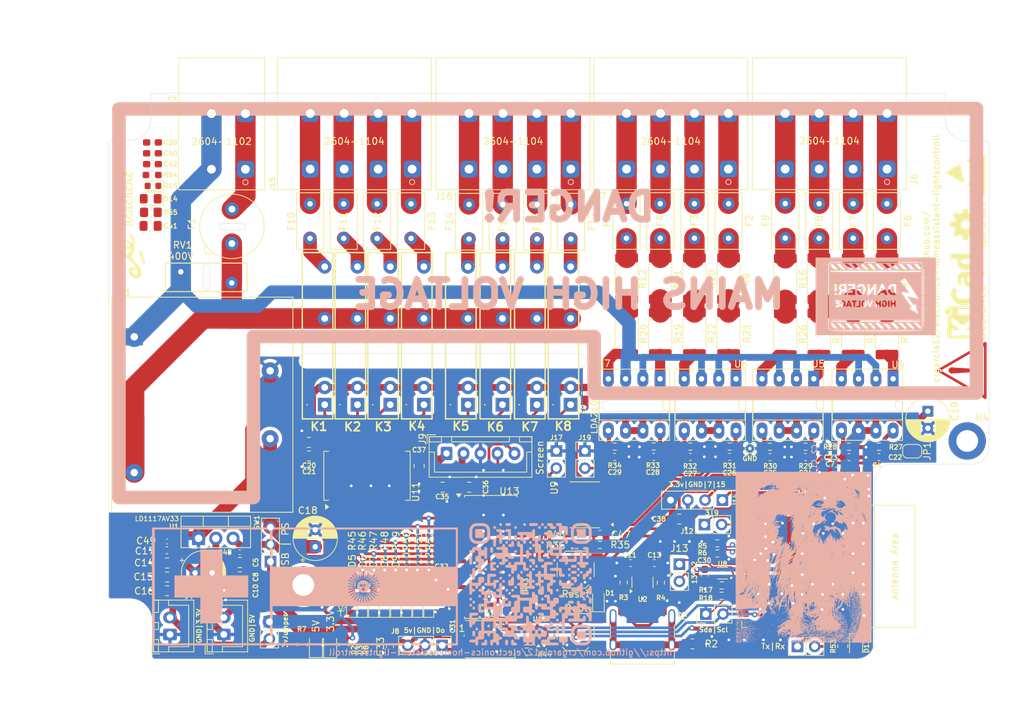
<source format=kicad_pcb>
(kicad_pcb (version 20240108) (generator "pcbnew") (generator_version "8.0")
  (title_block (title "Home Assistant module for lights control") (date "2024-08-21") (rev "20240821.23.8") (comment 1 "https://docs.rs-online.com/e49b/0900766b816e00ad.pdf") (comment 2 "https://media.distrelec.com/Web/Downloads/_t/ds/1862291_eng_tds.pdf") (comment 3 "case size: 62.8 (H) x 88.8 (W) x 138.8 (L)") (comment 4 "Board prepared for RS PRO Modular Enclosure for DIN rail 1862291"))
  (layers (0 "F.Cu" signal) (1 "In1.Cu" signal) (2 "In2.Cu" signal) (31 "B.Cu" signal) (34 "B.Paste" user) (35 "F.Paste" user) (36 "B.SilkS" user "B.Silkscreen") (37 "F.SilkS" user "F.Silkscreen") (38 "B.Mask" user) (39 "F.Mask" user) (44 "Edge.Cuts" user))
  (net 0 "")
  (net 1 "220VAC(L)")
  (net 2 "5V+")
  (net 3 "3.3V+")
  (net 4 "Net-(F1-Pad1)")
  (net 5 "Net-(F2-Pad1)")
  (net 6 "Net-(F3-Pad1)")
  (net 7 "Net-(F4-Pad1)")
  (net 8 "Net-(F5-Pad1)")
  (net 9 "Net-(J4-Pin_2)")
  (net 10 "220VAC(N)")
  (net 11 "EN")
  (net 12 "IO0")
  (net 13 "RXD0")
  (net 14 "TXD0")
  (net 15 "VBUS")
  (net 16 "GND")
  (net 17 "Net-(F2-Pad2)")
  (net 18 "Net-(F3-Pad2)")
  (net 19 "Net-(F4-Pad2)")
  (net 20 "Net-(F7-Pad1)")
  (net 21 "SDA")
  (net 22 "SCL")
  (net 23 "Net-(F8-Pad1)")
  (net 24 "Net-(F9-Pad1)")
  (net 25 "220VAC(N)-LowV")
  (net 26 "GPIO3")
  (net 27 "5V+_PS")
  (net 28 "Net-(F5-Pad2)")
  (net 29 "Net-(F6-Pad1)")
  (net 30 "Net-(D1-A)")
  (net 31 "Net-(D2-A)")
  (net 32 "Net-(D3-A)")
  (net 33 "Net-(D5-A)")
  (net 34 "Net-(D6-A)")
  (net 35 "Net-(D7-A)")
  (net 36 "GPIO9")
  (net 37 "Net-(D8-A)")
  (net 38 "Net-(D9-A)")
  (net 39 "Net-(D10-A)")
  (net 40 "Net-(D11-A)")
  (net 41 "Net-(D4-DIN)")
  (net 42 "Net-(D4-DOUT)")
  (net 43 "/ESP-D+")
  (net 44 "/ESP-D-")
  (net 45 "GPIO12")
  (net 46 "LED-GPIO")
  (net 47 "Net-(D13-A)")
  (net 48 "Net-(J3-D+-PadA6)")
  (net 49 "Net-(R15-Pad2)")
  (net 51 "Net-(R16-Pad2)")
  (net 52 "Net-(J3-CC1)")
  (net 53 "Net-(J3-SHIELD)")
  (net 54 "Net-(J3-CC2)")
  (net 56 "Net-(J3-D--PadA7)")
  (net 57 "Net-(U11-O1)")
  (net 58 "Net-(U11-O2)")
  (net 59 "Net-(U11-O3)")
  (net 60 "Net-(U11-O4)")
  (net 61 "GPIO13")
  (net 62 "Net-(U11-O5)")
  (net 63 "Net-(U11-O6)")
  (net 64 "Net-(U11-O7)")
  (net 65 "Net-(U11-O8)")
  (net 66 "Net-(R21-Pad1)")
  (net 67 "Net-(R10-Pad2)")
  (net 68 "Net-(R11-Pad2)")
  (net 69 "Net-(F10-Pad1)")
  (net 70 "Net-(F10-Pad2)")
  (net 71 "Net-(F11-Pad1)")
  (net 72 "Net-(F11-Pad2)")
  (net 73 "Net-(F12-Pad1)")
  (net 74 "Net-(F12-Pad2)")
  (net 75 "Net-(F13-Pad1)")
  (net 76 "Net-(F13-Pad2)")
  (net 77 "Net-(F14-Pad1)")
  (net 78 "Net-(F14-Pad2)")
  (net 79 "Net-(F15-Pad1)")
  (net 80 "Net-(F15-Pad2)")
  (net 81 "Net-(F16-Pad1)")
  (net 82 "Net-(F16-Pad2)")
  (net 83 "Net-(F17-Pad1)")
  (net 84 "Net-(F17-Pad2)")
  (net 85 "Net-(R12-Pad2)")
  (net 86 "Net-(R13-Pad2)")
  (net 87 "Net-(R14-Pad2)")
  (net 88 "Net-(R19-Pad2)")
  (net 89 "Net-(R20-Pad2)")
  (net 90 "Net-(R21-Pad2)")
  (net 91 "Net-(R22-Pad2)")
  (net 92 "Net-(R23-Pad2)")
  (net 93 "Net-(R24-Pad2)")
  (net 94 "Net-(R25-Pad2)")
  (net 95 "Net-(R26-Pad2)")
  (net 96 "Net-(U11-I1)")
  (net 97 "Net-(U11-I2)")
  (net 98 "Net-(U11-I3)")
  (net 99 "Net-(U11-I4)")
  (net 100 "Net-(U11-I5)")
  (net 101 "Net-(U11-I6)")
  (net 102 "Net-(U11-I7)")
  (net 103 "Net-(U11-I8)")
  (net 106 "RGBLED")
  (net 110 "MCP_INT")
  (net 113 "GPIO7")
  (net 117 "Net-(F6-Pad2)")
  (net 118 "Net-(F7-Pad2)")
  (net 119 "Net-(F8-Pad2)")
  (net 120 "Net-(F9-Pad2)")
  (net 121 "Net-(D12-A)")
  (net 124 "GPIO15")
  (net 126 "Net-(JP1-B)")
  (net 152 "Net-(U13-GPA0)")
  (net 153 "Net-(U13-GPA1)")
  (net 154 "Net-(U13-GPA2)")
  (net 155 "Net-(U13-GPA3)")
  (net 156 "Net-(U13-GPA4)")
  (net 157 "Net-(U13-GPA5)")
  (net 158 "Net-(U13-GPA6)")
  (net 159 "Net-(U13-~{RESET})")
  (net 161 "Net-(C11-Pad1)")
  (net 162 "Net-(C13-Pad1)")
  (net 163 "Net-(U9-A1)")
  (net 164 "Net-(U9-A2)")
  (net 165 "Net-(U9-A3)")
  (net 166 "Net-(U9-A4)")
  (net 167 "Net-(U9-A5)")
  (net 168 "Net-(U9-A6)")
  (net 169 "Net-(U9-A7)")
  (net 170 "Net-(U9-V_{CCA})")
  (net 171 "Net-(J19-Pin_2)")
  (net 172 "Net-(J17-Pin_2)")
  (footprint "Connector_PinHeader_2.54mm:PinHeader_1x02_P2.54mm_Vertical" (layer "F.Cu") (at 47.55 110.02)
    (property "Reference" "J5" (hide yes))
    (property "Value" "Conn_01x02_Pin" (hide yes))
  )
  (footprint "Resistor_SMD:R_2512_6332Metric_Pad1.40x3.35mm_HandSolder" (layer "F.Cu") (at 100.151 59.4615 -90)
    (property "Reference" "R12")
    (property "Value" "150kΩ1w" (hide yes))
  )
  (footprint "Resistor_SMD:R_2512_6332Metric_Pad1.40x3.35mm_HandSolder" (layer "F.Cu") (at 105.104 59.4615 -90)
    (property "Reference" "R11")
    (property "Value" "150kΩ1w" (hide yes))
  )
  (footprint "Varistor:RV_Disc_D12mm_W4.2mm_P7.5mm" (layer "F.Cu") (at 34.5024 58.46307)
    (property "Reference" "RV1" (hide yes))
    (property "Value" "400V")
  )
  (footprint "Resistor_SMD:R_2512_6332Metric_Pad1.40x3.35mm_HandSolder" (layer "F.Cu") (at 105.104 67.5133 -90)
    (property "Reference" "R19")
    (property "Value" "150kΩ1w" (hide yes))
  )
  (footprint "Resistor_SMD:R_2512_6332Metric_Pad1.40x3.35mm_HandSolder" (layer "F.Cu") (at 100.151 67.5133 -90)
    (property "Reference" "R20")
    (property "Value" "150kΩ1w" (hide yes))
  )
  (footprint "LED_SMD:LED_0805_2012Metric_Pad1.15x1.40mm_HandSolder" (layer "F.Cu") (at 54.4 113.45 90)
    (property "Reference" "D2")
    (property "Value" "5V")
  )
  (footprint "Resistor_SMD:R_0805_2012Metric_Pad1.20x1.40mm_HandSolder" (layer "F.Cu") (at 52.4 113.4 90)
    (property "Reference" "R7")
    (property "Value" "100Ω" (hide yes))
  )
  (footprint "Connector_JST:JST_XH_B2B-XH-A_1x02_P2.50mm_Vertical" (layer "F.Cu") (at 40.8393 111.8997 90)
    (property "Reference" "J1")
    (property "Value" "GND|5V")
  )
  (footprint "icons:che" (layer "F.Cu") (at 26.924 56.1594 90)
    (property "Reference" "G10" (hide yes))
    (property "Value" "LOGO" (hide yes))
  )
  (footprint "Capacitor_SMD:C_0805_2012Metric_Pad1.18x1.45mm_HandSolder" (layer "F.Cu") (at 32.4827 101.3698 180)
    (property "Reference" "C14")
    (property "Value" "100nF")
  )
  (footprint "Capacitor_SMD:C_0805_2012Metric_Pad1.18x1.45mm_HandSolder" (layer "F.Cu") (at 43.2 103.4 180)
    (property "Reference" "C8")
    (property "Value" "22uF")
  )
  (footprint "rac05-05sk:277" (layer "F.Cu") (at 37.656 78.0466)
    (property "Reference" "PS1")
    (property "Value" "RAC05-05SK/277")
  )
  (footprint "Package_TO_SOT_THT:TO-220-3_Vertical" (layer "F.Cu") (at 37.1187 97.7392)
    (property "Reference" "U1")
    (property "Value" "LD1117AV33")
  )
  (footprint "wago-2604-1104:big_pads_2604-1104" (layer "F.Cu") (at 68.5678 43.3324 180)
    (property "Reference" "J15")
    (property "Value" "2604-1104")
  )
  (footprint "wago-2604-1102:big_pads_2604-1102" (layer "F.Cu") (at 44.02 43.355999 180)
    (property "Reference" "J2")
    (property "Value" "2604-1102")
  )
  (footprint "wago-2604-1104:big_pads_2604-1104" (layer "F.Cu") (at 115.14 43.328199 180)
    (property "Reference" "J7")
    (property "Value" "2604-1104")
  )
  (footprint "Fuse:Fuseholder_TR5_Littelfuse_No560_No460" (layer "F.Cu") (at 42.037 49.2252 -90)
    (property "Reference" "F1")
    (property "Value" "250V500mA")
  )
  (footprint "Package_DIP:DIP-8_W7.62mm_Socket_LongPads" (layer "F.Cu") (at 139.389178 74.236118 -90)
    (property "Reference" "U4")
    (property "Value" "LDA210-PDIP")
  )
  (footprint "Resistor_SMD:R_2512_6332Metric_Pad1.40x3.35mm_HandSolder" (layer "F.Cu") (at 115.1624 67.5133 -90)
    (property "Reference" "R21")
    (property "Value" "150kΩ1w" (hide yes))
  )
  (footprint "Resistor_SMD:R_2512_6332Metric_Pad1.40x3.35mm_HandSolder" (layer "F.Cu") (at 110.1332 59.4615 -90)
    (property "Reference" "R10")
    (property "Value" "150kΩ1w" (hide yes))
  )
  (footprint "Resistor_SMD:R_2512_6332Metric_Pad1.40x3.35mm_HandSolder" (layer "F.Cu") (at 115.1624 59.4615 -90)
    (property "Reference" "R9")
    (property "Value" "150kΩ1w" (hide yes))
  )
  (footprint "Package_DIP:DIP-8_W7.62mm_Socket_LongPads" (layer "F.Cu") (at 105.0813 74.2396 -90)
    (property "Reference" "U7")
    (property "Value" "LDA210-PDIP")
  )
  (footprint "Package_DIP:DIP-8_W7.62mm_Socket_LongPads" (layer "F.Cu") (at 116.2573 74.2396 -90)
    (property "Reference" "U6")
    (property "Value" "LDA210-PDIP" (hide yes))
  )
  (footprint "Resistor_SMD:R_2512_6332Metric_Pad1.40x3.35mm_HandSolder" (layer "F.Cu") (at 110.1332 67.5133 -90)
    (property "Reference" "R22")
    (property "Value" "150kΩ1w" (hide yes))
  )
  (footprint "Resistor_SMD:R_0603_1608Metric_Pad0.98x0.95mm_HandSolder" (layer "F.Cu") (at 131.376902 89.787199)
    (property "Reference" "R1")
    (property "Value" "10kΩ" (hide yes))
  )
  (footprint "Capacitor_SMD:C_0603_1608Metric_Pad1.08x0.95mm_HandSolder" (layer "F.Cu") (at 131.364402 91.311199 180)
    (property "Reference" "C3")
    (property "Value" "100nF" (hide yes))
  )
  (footprint "Connector_JST:JST_XH_B2B-XH-A_1x02_P2.50mm_Vertical" (layer "F.Cu") (at 32.9145 111.8997 90)
    (property "Reference" "J4")
    (property "Value" "GND|3.3V")
  )
  (footprint "hamodule_SW_SPST_SKQG_WithStem:SW_SPST_SKQG_WithStem" (layer "F.Cu") (at 92.647 102.35)
    (property "Reference" "SW2" (hide yes))
    (property "Value" "Reset")
  )
  (footprint "hamodule_SW_SPST_SKQG_WithStem:SW_SPST_SKQG_WithStem" (layer "F.Cu") (at 92.6458 111.5526)
    (property "Reference" "SW3" (hide yes))
    (property "Value" "Boot")
  )
  (footprint "Connector_PinHeader_2.54mm:PinHeader_1x02_P2.54mm_Vertical" (layer "F.Cu") (at 125.305402 113.659699 90)
    (property "Reference" "J10" (hide yes))
    (property "Value" "Tx|Rx")
  )
  (footprint "Capacitor_SMD:C_0603_1608Metric_Pad1.08x0.95mm_HandSolder" (layer "F.Cu") (at 134.8375 89.2)
    (property "Reference" "C6")
    (property "Value" "100nF" (hide yes))
  )
  (footprint "Capacitor_SMD:C_0603_1608Metric_Pad1.08x0.95mm_HandSolder" (layer "F.Cu") (at 111.655402 103.169699 -90)
    (property "Reference" "C30")
    (property "Value" "100nF" (hide yes))
  )
  (footprint "Connector_PinHeader_2.54mm:PinHeader_1x02_P2.54mm_Vertical" (layer "F.Cu") (at 94 84.86)
    (property "Reference" "J19")
    (property "Value" "TestPoint")
  )
  (footprint "Capacitor_SMD:C_0603_1608Metric_Pad1.08x0.95mm_HandSolder" (layer "F.Cu") (at 100.7375 101.389699 180)
    (property "Reference" "C11")
    (property "Value" "20p")
  )
  (footprint "LED_SMD:LED_0805_2012Metric_Pad1.15x1.40mm_HandSolder" (layer "F.Cu") (at 56.5 113.475 90)
    (property "Reference" "D3")
    (property "Value" "3.3V")
  )
  (footprint "Package_SO:SOP-18_7x12.5mm_P1.27mm" (layer "F.Cu") (at 61.92 88.525 90)
    (property "Reference" "U11")
    (property "Value" "ULN2803A")
  )
  (footprint "Capacitor_THT:CP_Radial_D6.3mm_P2.50mm" (layer "F.Cu") (at 144.5 79 -90)
    (property "Reference" "C19")
    (property "Value" "10uF")
  )
  (footprint "Connector_PinHeader_2.54mm:PinHeader_1x04_P2.54mm_Vertical" (layer "F.Cu") (at 114.24 92.1 -90)
    (property "Reference" "J14")
    (property "Value" "3.3v|GND|7|15")
  )
  (footprint "Resistor_SMD:R_0603_1608Metric_Pad0.98x0.95mm_HandSolder" (layer "F.Cu") (at 61.272 104.590404 90)
    (property "Reference" "R46")
    (property "Value" "660Ω")
  )
  (footprint "wago-2604-1104:big_pads_2604-1104" (layer "F.Cu") (at 138.497702 43.328199 180)
    (property "Reference" "J6")
    (property "Value" "2604-1104")
  )
  (footprint "wago-2604-1104:big_pads_2604-1104" (layer "F.Cu") (at 91.9358 43.3324 180)
    (property "Reference" "J16")
    (property "Value" "2604-1104")
  )
  (footprint "Resistor_SMD:R_0603_1608Metric_Pad0.98x0.95mm_HandSolder" (layer "F.Cu") (at 59.6464 104.588504 90)
    (property "Reference" "R45")
    (property "Value" "660Ω")
  )
  (footprint "Resistor_SMD:R_2512_6332Metric_Pad1.40x3.35mm_HandSolder" (layer "F.Cu") (at 128.4592 67.6178 -90)
    (property "Reference" "R25")
    (property "Value" "150kΩ1w")
  )
  (footprint "Capacitor_SMD:C_0603_1608Metric_Pad1.08x0.95mm_HandSolder" (layer "F.Cu") (at 121.262502 85.761299)
    (property "Reference" "C25")
    (property "Value" "22uF")
  )
  (footprint "Symbol:ESD-Logo_6.6x6mm_SilkScreen" (layer "F.Cu") (at 150 44 90)
    (property "Reference" "G8" (hide yes))
    (property "Value" "ESD-Logo_6.6x6mm_SilkScreen" (hide yes))
  )
  (footprint "Capacitor_SMD:C_0603_1608Metric_Pad1.08x0.95mm_HandSolder" (layer "F.Cu") (at 30.3375 41 180)
    (property "Reference" "C40")
    (property "Value" "22uF")
  )
  (footprint "Resistor_SMD:R_2512_6332Metric_Pad1.40x3.35mm_HandSolder" (layer "F.Cu") (at 128.4592 59.4858 -90)
    (property "Reference" "R15")
    (property "Value" "150kΩ1w")
  )
  (footprint "LED_SMD:LED_0603_1608Metric" (layer "F.Cu") (at 59.6464 107.890604 90)
    (property "Reference" "D5")
    (property "Value" "LED")
  )
  (footprint "Capacitor_SMD:C_0603_1608Metric_Pad1.08x0.95mm_HandSolder" (layer "F.Cu") (at 132.894602 85.761299)
    (property "Reference" "C23")
    (property "Value" "22uF")
  )
  (footprint "RST-80-AMMO:FUSE_RST-1-BULK" (layer "F.Cu") (at 81.9028 51.0794 90)
    (property "Reference" "F15")
    (property "Value" "Fuse")
  )
  (footprint "Resistor_SMD:R_0805_2012Metric_Pad1.20x1.40mm_HandSolder" (layer "F.Cu") (at 58.5 113.4 90)
    (property "Reference" "R8")
    (property "Value" "100Ω")
  )
  (footprint "Resistor_SMD:R_0603_1608Metric_Pad0.98x0.95mm_HandSolder" (layer "F.Cu") (at 109.527126 84.21248)
    (property "Reference" "R32")
    (property "Value" "10kΩ" (hide yes))
  )
  (footprint "AQG12205:AQG12205" (layer "F.Cu") (at 76.787 78.0439 90)
    (property "Reference" "K5")
    (property "Value" "AQG22205" (hide yes))
  )
  (footprint "Connector_PinHeader_2.54mm:PinHeader_1x02_P2.54mm_Vertical" (layer "F.Cu") (at 111.6 95.7 90)
    (property "Reference" "J12")
    (property "Value" "3|9")
  )
  (footprint "RST-80-AMMO:FUSE_RST-1-BULK" (layer "F.Cu") (at 105.104 50.9759 90)
    (property "Reference" "F4")
    (property "Value" "Fuse")
  )
  (footprint "Resistor_SMD:R_0603_1608Metric_Pad0.98x0.95mm_HandSolder" (layer "F.Cu") (at 67.7744 104.588504 90)
    (property "Reference" "R50")
    (property "Value" "660Ω" (hide yes))
  )
  (footprint "Resistor_SMD:R_0603_1608Metric_Pad0.98x0.95mm_HandSolder" (layer "F.Cu") (at 66.1488 104.590404 90)
    (property "Reference" "R49")
    (property "Value" "660Ω")
  )
  (footprint "Resistor_SMD:R_2512_6332Metric_Pad1.40x3.35mm_HandSolder" (layer "F.Cu") (at 123.5202 67.6656 -90)
    (property "Reference" "R26")
    (property "Value" "150kΩ1w")
  )
  (footprint "Resistor_SMD:R_0603_1608Metric_Pad0.98x0.95mm_HandSolder" (layer "F.Cu") (at 98.400026 84.21248)
    (property "Reference" "R34")
    (property "Value" "10kΩ" (hide yes))
  )
  (footprint "Package_TO_SOT_SMD:SOT-23-5" (layer "F.Cu") (at 85.8625 111.8768 180)
    (property "Reference" "U10")
    (property "Value" "SN74LV1T34DBV")
  )
  (footprint "Resistor_SMD:R_0603_1608Metric" (layer "F.Cu") (at 113.505402 98.479699 180)
    (property "Reference" "R5")
    (property "Value" "22Ω" (hide yes))
  )
  (footprint "Capacitor_THT:CP_Radial_D6.3mm_P2.50mm" (layer "F.Cu") (at 54.3 98.98238 90)
    (property "Reference" "C18")
    (property "Value" "10uF")
  )
  (footprint "Resistor_SMD:R_0603_1608Metric_Pad0.98x0.95mm_HandSolder" (layer "F.Cu") (at 137.3 84.237299)
    (property "Reference" "R27")
    (property "Value" "10kΩ")
  )
  (footprint "Symbol:Symbol_Attention_Triangle_8x7mm_Copper" (layer "F.Cu") (at 149.5 73 90)
    (property "Reference" "G9" (hide yes))
    (property "Value" "Symbol_Attention_Triangle_8x7mm_Copper" (hide yes))
  )
  (footprint "Resistor_SMD:R_2512_6332Metric_Pad1.40x3.35mm_HandSolder" (layer "F.Cu") (at 123.5202 59.5356 -90)
    (property "Reference" "R16")
    (property "Value" "150kΩ1w")
  )
  (footprint "Resistor_SMD:R_0603_1608Metric" (layer "F.Cu") (at 113.505402 99.954699 180)
    (property "Reference" "R6")
    (property "Value" "22Ω" (hide yes))
  )
  (footprint "Espressif:ESP32-S3-WROOM-2" (layer "F.Cu") (at 126.855402 101.869699 -90)
    (property "Reference" "U3")
    (property "Value" "ESP32-S3-WROOM-2" (hide yes))
  )
  (footprint "Resistor_SMD:R_2512_6332Metric_Pad1.40x3.35mm_HandSolder" (layer "F.Cu") (at 138.4922 59.4858 -90)
    (property "Reference" "R13")
    (property "Value" "150kΩ1w")
  )
  (footprint "LED_SMD:LED_0603_1608Metric" (layer "F.Cu") (at 67.7744 107.890504 90)
    (property "Reference" "D10")
    (property "Value" "LED" (hide yes))
  )
  (footprint "AQG12205:AQG12205" (layer "F.Cu") (at 81.867 78.0439 90)
    (property "Reference" "K6")
    (property "Value" "AQG22205" (hide yes))
  )
  (footprint "Symbol:KiCad-Logo2_5mm_SilkScreen" (layer "F.Cu") (at 150 62 90)
    (property "Reference" "G6" (hide yes))
    (property "Value" "KiCad-Logo2_5mm_SilkScreen" (hide yes))
  )
  (footprint "Resistor_SMD:R_0603_1608Metric_Pad0.98x0.95mm_HandSolder" (layer "F.Cu") (at 85.4479 114.4168)
    (property "Reference" "R44")
    (property "Value" "10kΩ")
  )
  (footprint "RST-80-AMMO:FUSE_RST-1-BULK" (layer "F.Cu") (at 115.1624 50.9759 90)
    (property "Reference" "F2")
    (property "Value" "Fuse")
  )
  (footprint "Connector_PinHeader_2.54mm:PinHeader_1x02_P2.54mm_Vertical" (layer "F.Cu") (at 89.8 84.86)
    (property "Reference" "J17")
    (property "Value" "TestPoint")
  )
  (footprint "Connector_PinHeader_2.54mm:PinHeader_1x02_P2.54mm_Vertical" (layer "F.Cu") (at 107.915402 101.544699)
    (property "Reference" "J13")
    (property "Value" "13|12")
  )
  (footprint "RST-80-AMMO:FUSE_RST-1-BULK" (layer "F.Cu") (at 133.5024 50.9778 90)
    (property "Reference" "F7")
    (property "Value" "Fuse")
  )
  (footprint "Capacitor_SMD:C_0603_1608Metric_Pad1.08x0.95mm_HandSolder" (layer "F.Cu") (at 75.7152 112.0652 90)
    (property "Reference" "C31")
    (property "Value" "100nF")
  )
  (footprint "Resistor_SMD:R_0603_1608Metric" (layer "F.Cu") (at 86.9 104.925 -90)
    (property "Reference" "R43")
    (property "Value" "22Ω")
  )
  (footprint "Connector_PinHeader_2.54mm:PinHeader_1x02_P2.54mm_Vertical" (layer "F.Cu") (at 111.8058 108.8898 90)
    (property "Reference" "J11" (hide yes))
    (property "Value" "Sda|Scl")
  )
  (footprint "Resistor_SMD:R_0603_1608Metric_Pad0.98x0.95mm_HandSolder" (layer "F.Cu") (at 126.494902 84.237299)
    (property "Reference" "R29")
    (property "Value" "10kΩ")
  )
  (footprint "TestPoint:TestPoint_THTPad_1.0x1.0mm_Drill0.5mm" (layer "F.Cu") (at 118.3 84.5)
    (property "Reference" "TP1" (hide yes))
    (property "Value" "GND")
  )
  (footprint "LED_SMD:LED_0805_2012Metric_Pad1.15x1.40mm_HandSolder" (layer "F.Cu") (at 133.9342 113.6142 -90)
    (property "Reference" "D13")
    (property "Value" "LED")
  )
  (footprint "Symbol:OSHW-Logo2_7.3x6mm_SilkScreen" (layer "F.Cu") (at 150.5 51.5 90)
    (property "Reference" "G7" (hide yes))
    (property "Value" "OSHW-Logo2_7.3x6mm_SilkScreen" (hide yes))
  )
  (footprint "Capacitor_SMD:C_0805_2012Metric_Pad1.18x1.45mm_HandSolder" (layer "F.Cu") (at 73.0625 90.2)
    (property "Reference" "C35")
    (property "Value" "100nF")
  )
  (footprint "Capacitor_SMD:C_0603_1608Metric_Pad1.08x0.95mm_HandSolder" (layer "F.Cu") (at 72.9 103.9375 90)
    (property "Reference" "C34")
    (property "Value" "22uF")
  )
  (footprint "Diode_SMD:D_SOD-323" (layer "F.Cu") (at 96 106.95 90)
    (property "Reference" "D1")
    (property "Value" "BAT60A" (hide yes))
  )
  (footprint "RST-80-AMMO:FUSE_RST-1-BULK" (layer "F.Cu") (at 128.4978 50.9778 90)
    (property "Reference" "F8")
    (property "Value" "Fuse")
  )
  (footprint "RST-80-AMMO:FUSE_RST-1-BULK" (layer "F.Cu") (at 68.4083 50.9929 90)
    (property "Reference" "F13")
    (property "Value" "Fuse")
  )
  (footprint "Package_DIP:DIP-8_W7.62mm_Socket_LongPads" (layer "F.Cu") (at 127.705178 74.236118 -90)
    (property "Reference" "U5")
    (property "Value" "LDA210-PDIP")
  )
  (footprint "Resistor_SMD:R_2512_6332Metric_Pad1.40x3.35mm_HandSolder" (layer "F.Cu") (at 133.5138 59.4858 -90)
    (property "Reference" "R14")
    (property "Value" "150kΩ1w")
  )
  (footprint "Capacitor_SMD:C_0603_1608Metric_Pad1.08x0.95mm_HandSolder" (layer "F.Cu") (at 137.3 85.761299 180)
    (property "Reference" "C22")
    (property "Value" "22uF")
  )
  (footprint "Capacitor_SMD:C_0805_2012Metric_Pad1.18x1.45mm_HandSolder" (layer "F.Cu") (at 32.4827 103.4272 180)
    (property "Reference" "C15")
    (property "Value" "100nF")
  )
  (footprint "Connector_PinHeader_2.54mm:PinHeader_1x03_P2.54mm_Vertical" (layer "F.Cu") (at 72.9928 113.5017 -90)
    (property "Reference" "J8")
    (property "Value" "5v|GND|Do")
  )
  (footprint "Capacitor_SMD:C_0603_1608Metric_Pad1.08x0.95mm_HandSolder" (layer "F.Cu") (at 30.3375 42.6)
    (property "Reference" "C42")
    (property "Value" "20p")
  )
  (footprint "Resistor_SMD:R_0805_2012Metric_Pad1.20x1.40mm_HandSolder" (layer "F.Cu") (at 30.1 49.7 180)
    (property "Reference" "R55")
    (property "Value" "100Ω")
  )
  (footprint "Capacitor_SMD:C_0402_1005Metric" (layer "F.Cu") (at 134.5 90.5)
    (property "Reference" "C44")
    (property "Value" "10uF")
  )
  (footprint "RST-80-AMMO:FUSE_RST-1-BULK" (layer "F.Cu") (at 76.9498 51.0794 90)
    (property "Reference" "F14")
    (property "Value" "Fuse")
  )
  (footprint "usb-c:USB_C_Receptacle_HRO_TYPE-C-31-M-12" (layer "F.Cu") (at 102.481402 112.375599)
    (property "Reference" "J3")
    (property "Value" "USB_C_Receptacle_USB2.0")
  )
  (footprint "Resistor_SMD:R_0603_1608Metric_Pad0.98x0.95mm_HandSolder" (layer "F.Cu") (at 115.318326 84.21248)
    (property "Reference" "R31")
    (property "Value" "10kΩ" (hide yes))
  )
  (footprint "Capacitor_SMD:C_0603_1608Metric_Pad1.08x0.95mm_HandSolder" (layer "F.Cu") (at 96.225 97.1)
    (property "Reference" "C47")
    (property "Value" "100nF")
  )
  (footprint "Connector_JST:JST_XH_B5B-XH-A_1x05_P2.50mm_Vertical" (layer "F.Cu") (at 73.6384 85.2254)
    (property "Reference" "J9")
    (property "Value" "Screen")
  )
  (footprint "Resistor_SMD:R_0603_1608Metric_Pad0.98x0.95mm_HandSolder" (layer "F.Cu") (at 92.775 98.7)
    (property "Reference" "R36")
    (property "Value" "1kΩ")
  )
  (footprint "Resistor_SMD:R_0603_1608Metric_Pad0.98x0.95mm_HandSolder" (layer "F.Cu") (at 62.8976 104.590404 90)
    (property "Reference" "R47")
    (property "Value" "660Ω")
  )
  (footprint "Connector_PinHeader_2.54mm:PinHeader_1x03_P2.54mm_Vertical" (layer "F.Cu") (at 47.71 101.17 180)
    (property "Reference" "SW1")
    (property "Value" "USB | PS")
  )
  (footprint "Capacitor_SMD:C_0603_1608Metric_Pad1.08x0.95mm_HandSolder" (layer "F.Cu") (at 109.524126 85.73648)
    (property "Reference" "C27")
    (property "Value" "22uF")
  )
  (footprint "LED_SMD:LED_0603_1608Metric" (layer "F.Cu") (at 71.0256 107.890504 90)
    (property "Reference" "D12")
    (property "Value" "LED" (hide yes))
  )
  (footprint "Package_SO:TSSOP-20_4.4x6.5mm_P0.65mm" (layer "F.Cu") (at 94 92.8 180)
    (property "Reference" "U9")
    (property "Value" "TXB0108PW")
  )
  (footprint "Capacitor_SMD:C_0603_1608Metric_Pad1.08x0.95mm_HandSolder" (layer "F.Cu") (at 104.1411 85.73648)
    (property "Reference" "C28")
    (property "Value" "22uF")
  )
  (footprint "Capacitor_SMD:C_0805_2012Metric_Pad1.18x1.45mm_HandSolder" (layer "F.Cu") (at 43.1922 105.464 180)
    (property "Reference" "C10")
    (property "Value" "100nF")
  )
  (footprint "RST-80-AMMO:FUSE_RST-1-BULK" (layer "F.Cu") (at 138.4808 50.9778 90)
    (property "Reference" "F6")
    (property "Value" "Fuse")
  )
  (footprint "RST-80-AMMO:FUSE_RST-1-BULK" (layer "F.Cu") (at 110.1332 50.9759 90)
    (property "Reference" "F3")
    (property "Value" "Fuse")
  )
  (footprint "Resistor_SMD:R_0603_1608Metric_Pad0.98x0.95mm_HandSolder" (layer "F.Cu") (at 121.262502 84.237299)
    (property "Reference" "R30")
    (property "Value" "10kΩ")
  )
  (footprint "LED_SMD:LED_0805_2012Metric_Pad1.15x1.40mm_HandSolder" (layer "F.Cu") (at 30.075 47.7 180)
    (property "Reference" "D14")
    (property "Value" "C2297")
  )
  (footprint "LED_SMD:LED_0603_1608Metric" (layer "F.Cu") (at 61.272 107.890504 90)
    (property "Reference" "D6")
    (property "Value" "LED")
  )
  (footprint "icons:led_6000dpi" (layer "F.Cu") (at 58.2 108 -90)
    (property "Reference" "G4" (hide yes))
    (property "Value" "LOGO" (hide yes))
  )
  (footprint "Capacitor_SMD:C_0603_1608Metric_Pad1.08x0.95mm_HandSolder" (layer "F.Cu") (at 65.3034 113.7158 -90)
    (property "Reference" "C33")
    (property "Value" "100nF")
  )
  (footprint "RST-80-AMMO:FUSE_RST-1-BULK" (layer "F.Cu") (at 86.9828 51.0794 90)
    (property "Reference" "F16")
    (property "Value" "Fuse")
  )
  (footprint "Capacitor_SMD:C_0805_2012Metric_Pad1.18x1.45mm_HandSolder" (layer "F.Cu") (at 107.9 94.9)
    (property "Reference" "C38")
    (property "Value" "100nF")
  )
  (footprint "Resistor_SMD:R_0603_1608Metric_Pad0.98x0.95mm_HandSolder" (layer "F.Cu") (at 71.0256 104.588504 90)
    (property "Reference" "R52")
    (property "Value" "660Ω" (hide yes))
  )
  (footprint "Capacitor_SMD:C_0603_1608Metric_Pad1.08x0.95mm_HandSolder" (layer "F.Cu") (at 126.494902 85.761299)
    (property "Reference" "C24")
    (property "Value" "22uF")
  )
  (footprint "Capacitor_SMD:C_0805_2012Metric_Pad1.18x1.45mm_HandSolder" (layer "F.Cu") (at 76.9625 90.2)
    (property "Reference" "C36")
    (property "Value" "100nF")
  )
  (footprint "Capacitor_SMD:C_0603_1608Metric_Pad1.08x0.95mm_HandSolder" (layer "F.Cu") (at 115.315326 85.73648 180)
    (property "Reference" "C26")
    (property "Value" "22uF")
  )
  (footprint "Capacitor_SMD:C_0805_2012Metric_Pad1.18x1.45mm_HandSolder" (layer "F.Cu") (at 69.6 87.0625 -90)
    (property "Reference" "C37")
    (property "Value" "100nF")
  )
  (footprint "LED_SMD:LED_WS2812B_PLCC4_5.0x5.0mm_P3.2mm" (layer "F.Cu") (at 80.05 112.6)
    (property "Reference" "D4")
    (property "Value" "WS2812B")
  )
  (footprint "MountingHole:MountingHole_3.2mm_M3_ISO14580_Pad" (layer "F.Cu") (at 52.54 104.61)
    (property "Reference" "H5")
    (property "Value" "MountingHole_Pad")
  )
  (footprint "Resistor_SMD:R_0603_1608Metric_Pad0.98x0.95mm_HandSolder" (layer "F.Cu") (at 96.2125 98.7)
    (property "Reference" "R35")
    (property "Value" "10kΩ")
  )
  (footprint "Resistor_SMD:R_0603_1608Metric_Pad0.98x0.95mm_HandSolder" (layer "F.Cu") (at 105.185402 104.259699 90)
    (property "Reference" "R4")
    (property "Value" "5.1kΩ")
  )
  (footprint "Capacitor_SMD:C_0402_1005Metric" (layer "F.Cu") (at 32.48 98.2 180)
    (property "Reference" "C49")
    (property "Value" "10uF")
  )
  (footprint "Resistor_SMD:R_0603_1608Metric_Pad0.98x0.95mm_HandSolder" (layer "F.Cu") (at 69.4 104.588504 90)
    (property "Reference" "R51")
    (property "Value" "660Ω" (hide yes))
  )
  (footprint "Capacitor_SMD:C_0603_1608Metric_Pad1.08x0.95mm_HandSolder" (layer "F.Cu") (at 92.825 97.1 180)
    (property "Reference" "C46")
    (property "Value" "100nF")
  )
  (footprint "Capacitor_SMD:C_0603_1608Metric_Pad1.08x0.95mm_HandSolder" (layer "F.Cu") (at 32.4625 99.5 180)
    (property "Reference" "C17")
    (property "Value" "20p")
  )
  (footprint "AQG12205:AQG12205" (layer "F.Cu") (at 55.6943 78.0439 90)
    (property "Reference" "K1")
    (property "Value" "AQG22205" (hide yes))
  )
  (footprint "AQG12205:AQG12205" (layer "F.Cu") (at 60.5203 78.0439 90)
    (property "Reference" "K2")
    (property "Value" "AQG22205" (hide yes))
  )
  (footprint "RST-80-AMMO:FUSE_RST-1-BULK" (layer "F.Cu") (at 58.4883 50.9929 90)
    (property "Reference" "F11")
    (property "Value" "Fuse")
  )
  (footprint "AQG12205:AQG12205" (layer "F.Cu") (at 70.2993 78.0439 90)
    (property "Reference" "K4")
    (property "Value" "AQG22205" (hide yes))
  )
  (footprint "AQG12205:AQG12205" (layer "F.Cu") (at 86.947 78.0439 90)
    (property "Reference" "K7")
    (property "Value" "AQG22205" (hide yes))
  )
  (footprint "AQG12205:AQG12205" (layer "F.Cu") (at 91.9 78.0439 90)
    (property "Reference" "K8")
    (property "Value" "AQG22205" (hide yes))
  )
  (footprint "Capacitor_SMD:C_0805_2012Metric_Pad1.18x1.45mm_HandSolder" (layer "F.Cu") (at 53.3625 85.6 180)
    (property "Reference" "C21")
    (property "Value" "22uF")
  )
  (footprint "Resistor_SMD:R_0805_2012Metric_Pad1.20x1.40mm_HandSolder" (layer "F.Cu") (at 109.8202 113.284)
    (property "Reference" "R2")
    (property "Value" "150kΩ")
  )
  (footprint "Sensor_Humidity:Sensirion_DFN-4_1.5x1.5mm_P0.8mm_SHT4x_NoCentralPad" (layer "F.Cu") (at 114.265402 102.863299 180)
    (property "Reference" "U8")
    (property "Value" "SHT4x")
  )
  (footprint "Package_SO:SOIC-28W_7.5x17.9mm_P1.27mm" (layer "F.Cu") (at 80.15 100.475)
    (property "Reference" "U13")
    (property "Value" "MCP23018-E_SO")
  )
  (footprint "LED_SMD:LED_0603_1608Metric" (layer "F.Cu") (at 64.5232 107.890504 90)
    (property "Reference" "D8")
    (property "Value" "LED")
  )
  (footprint "Package_TO_SOT_SMD:SOT-23-6" (layer "F.Cu") (at 102.485402 104.229699 90)
    (property "Reference" "U2")
    (property "Value" "USBLC6-2SC6" (hide yes))
  )
  (footprint "AQG12205:AQG12205" (layer "F.Cu") (at 65.3463 78.0439 90)
    (property "Reference" "K3")
    (property "Value" "AQG22205" (hide yes))
  )
  (footprint "Capacitor_SMD:C_0603_1608Metric_Pad1.08x0.95mm_HandSolder" (layer "F.Cu") (at 104.2375 101.389699)
    (property "Reference" "C13")
    (property "Value" "20p")
  )
  (footprint "MountingHole:MountingHole_3.2mm_M3_ISO14580_Pad" (layer "F.Cu") (at 150.3 83.3882)
    (property "Reference" "H4")
    (property "Value" "MountingHole_Pad" (hide yes))
  )
  (footprint "Capacitor_SMD:C_0805_2012Metric_Pad1.18x1.45mm_HandSolder" (layer "F.Cu") (at 30.0625 51.7)
    (property "Reference" "C41")
    (property "Value" "100nF")
  )
  (footprint "Resistor_SMD:R_0603_1608Metric_Pad0.98x0.95mm_HandSolder" (layer "F.Cu") (at 114.147002 104.6734)
    (property "Reference" "R17")
    (property "Value" "10kΩ" (hide yes))
  )
  (footprint "Capacitor_SMD:C_0805_2012Metric_Pad1.18x1.45mm_HandSolder" (layer "F.Cu") (at 32.4827 105.4592 180)
    (property "Reference" "C16")
    (property "Value" "22uF")
  )
  (footprint "LED_SMD:LED_0603_1608Metric" (layer "F.Cu") (at 62.8976 107.890504 90)
    (property "Reference" "D7")
    (property "Value" "LED")
  )
  (footprint "Resistor_SMD:R_2512_6332Metric_Pad1.40x3.35mm_HandSolder" (layer "F.Cu") (at 133.5138 67.6138 -90)
    (property "Reference" "R24")
    (property "Value" "150kΩ1w")
  )
  (footprint "Capacitor_THT:CP_Radial_D6.3mm_P2.50mm" (layer "F.Cu") (at 36.6107 102.8192)
    (property "Reference" "C12")
    (property "Value" "10uF" (hide yes))
  )
  (footprint "RST-80-AMMO:FUSE_RST-1-BULK" (layer "F.Cu") (at 123.4978 50.9484 90)
    (property "Reference" "F9")
    (property "Value" "Fuse")
  )
  (footprint "RST-80-AMMO:FUSE_RST-1-BULK" (layer "F.Cu") (at 100.1256 50.9759 90)
    (property "Reference" "F5")
    (property "Value" "Fuse")
  )
  (footprint "Resistor_SMD:R_0603_1608Metric_Pad0.98x0.95mm_HandSolder" (layer "F.Cu") (at 30.2875 44.2 180)
    (property "Reference" "R54")
    (property "Value" "660Ω")
  )
  (footprint "LED_SMD:LED_0603_1608Metric" (layer "F.Cu") (at 66.1488 107.890504 90)
    (property "Reference" "D9")
    (property "Value" "LED")
  )
  (footprint "Jumper:SolderJumper-2_P1.3mm_Bridged2Bar_RoundedPad1.0x1.5mm" (layer "F.Cu") (at 142.2 84.9)
    (property "Reference" "JP1")
    (property "Value" "Jump_Open")
  )
  (footprint "Resistor_SMD:R_2512_6332Metric_Pad1.40x3.35mm_HandSolder" (layer "F.Cu") (at 138.4922 67.6138 -90)
    (property "Reference" "R23")
    (property "Value" "150kΩ1w")
  )
  (footprint "Capacitor_SMD:C_0603_1608Metric_Pad1.08x0.95mm_HandSolder" (layer "F.Cu") (at 134.8375 87.6)
    (property "Reference" "C4")
    (property "Value" "22uF" (hide yes))
  )
  (footprint "Capacitor_SMD:C_0805_2012Metric_Pad1.18x1.45mm_HandSolder" (layer "F.Cu") (at 43.2 101.3 180)
    (property "Reference" "C5")
    (property "Value" "100nF")
  )
  (footprint "RST-80-AMMO:FUSE_RST-1-BULK" (layer "F.Cu") (at 91.9358 51.0794 90)
    (property "Reference" "F17")
    (property "Value" "Fuse")
  )
  (footprint "Capacitor_SMD:C_0805_2012Metric_Pad1.18x1.45mm_HandSolder" (layer "F.Cu") (at 53.3625 83.6 180)
    (property "Reference" "C20")
    (property "Value" "100nF")
  )
  (footprint "Resistor_SMD:R_0603_1608Metric_Pad0.98x0.95mm_HandSolder" (layer "F.Cu") (at 64.5232 104.590404 90)
    (property "Reference" "R48")
    (property "Value" "660Ω")
  )
  (footprint "Capacitor_SMD:C_0402_1005Metric" (layer "F.Cu") (at 134.5 91.5)
    (property "Reference" "C43")
    (property "Value" "10uF")
  )
  (footprint "Resistor_SMD:R_0603_1608Metric_Pad0.98x0.95mm_HandSolder" (layer "F.Cu") (at 104.140426 84.201)
    (property "Reference" "R33")
    (property "Value" "10kΩ" (hide yes))
  )
  (footprint "Capacitor_SMD:C_0603_1608Metric_Pad1.08x0.95mm_HandSolder" (layer "F.Cu") (at 30.3375 39.4 180)
    (property "Reference" "C39")
    (property "Value" "100nF")
  )
  (footprint "Resistor_SMD:R_0603_1608Metric_Pad0.98x0.95mm_HandSolder" (layer "F.Cu") (at 114.147002 106.1974)
    (property "Reference" "R18")
    (property "Value" "10kΩ" (hide yes))
  )
  (footprint "RST-80-AMMO:FUSE_RST-1-BULK" (layer "F.Cu") (at 53.5353 50.9929 90)
    (property "Reference" "F10")
    (property "Value" "Fuse")
  )
  (footprint "Resistor_SMD:R_0805_2012Metric_Pad1.20x1.40mm_HandSolder" (layer "F.Cu") (at 131.9784 113.6142 90)
    (property "Reference" "R53")
    (property "Value" "100Ω")
  )
  (footprint "Resistor_SMD:R_0603_1608Metric_Pad0.98x0.95mm_HandSolder" (layer "F.Cu") (at 99.715402 104.239699 90)
    (property "Reference" "R3")
    (property "Value" "5.1kΩ" (hide yes))
  )
  (footprint "Capacitor_SMD:C_0603_1608Metric_Pad1.08x0.95mm_HandSolder" (layer "F.Cu") (at 94.03 76.3775 -90)
    (property "Reference" "C9")
    (property "Value" "20p")
  )
  (footprint "Capacitor_SMD:C_0603_1608Metric_Pad1.08x0.95mm_HandSolder" (layer "F.Cu") (at 98.398926 85.73648)
    (property "Reference" "C29")
    (property "Value" "22uF" (hide yes))
  )
  (footprint "RST-80-AMMO:FUSE_RST-1-BULK" (layer "F.Cu") (at 63.4083 50.9929 90)
    (property "Reference" "F12")
    (property "Value" "Fuse")
  )
  (footprint "Capacitor_SMD:C_0805_2012Metric_Pad1.18x1.45mm_HandSolder" (layer "F.Cu") (at 131.1625 88 180)
    (property "Reference" "C7")
    (property "Value" "22uF" (hide yes))
  )
  (footprint "Capacitor_SMD:C_0402_1005Metric" (layer "F.Cu") (at 43.18 99.8 180)
    (property "Reference" "C48")
    (property "Value" "10uF")
  )
  (footprint "Capacitor_SMD:C_0805_2012Metric_Pad1.18x1.45mm_HandSolder" (layer "F.Cu") (at 73.2 107.5625 -90)
    (property "Reference" "C32")
    (property "Value" "100nF")
  )
  (footprint "LED_SMD:LED_0603_1608Metric" (layer "F.Cu") (at 69.4 107.890504 90)
    (property "Reference" "D11")
    (property "Value" "LED" (hide yes))
  )
  (footprint "Resistor_SMD:R_0603_1608Metric_Pad0.98x0.95mm_HandSolder" (layer "F.Cu") (at 132.893802 84.237299)
    (property "Reference" "R28")
    (property "Value" "10kΩ")
  )
  (footprint "LED_SMD:LED_0603_1608Metric" (layer "F.Cu") (at 30.4125 45.8 180)
    (property "Reference" "D15")
    (property "Value" "C7496819")
  )
  (footprint "icons:danger1_negative" (layer "B.Cu") (at 136.8552 62.0776 180)
    (property "Reference" "G5" (hide yes))
    (property "Value" "LOGO" (hide yes))
  )
  (footprint "Capacitor_SMD:C_1206_3216Metric_Pad1.33x1.80mm_HandSolder" (layer "B.Cu") (at 130.7625 84.6 180)
    (property "Reference" "C2")
    (property "Value" "NC")
  )
  (footprint "icons:flags" (layer "B.Cu") (at 52.7812 104.8258 180)
    (property "Reference" "G2" (hide yes))
    (property "Value" "LOGO" (hide yes))
  )
  (footprint "icons:depsi" (layer "B.Cu") (at 126.2 100.5 180)
    (property "Reference" "G1" (hide yes))
    (property "Value" "LOGO" (hide yes))
  )
  (footprint "icons:qr_code_m" (layer "B.Cu") (at 85.979 104.521 180)
    (property "Reference" "G3" (hide yes))
    (property "Value" "LOGO" (hide yes))
  )
  (footprint "NetTie:NetTie-2_SMD_Pad2.0mm" (layer "B.Cu") (at 100.5 68 -90)
    (property "Reference" "NT1" (hide yes))
    (property "Value" "NetTie_2" (hide yes))
  )
  (footprint "Capacitor_SMD:C_1206_3216Metric_Pad1.33x1.80mm_HandSolder" (layer "B.Cu") (at 130.7625 87 180)
    (property "Reference" "C1")
    (property "Value" "NC")
  )
  (gr_line (start 151.6634 76.327) (end 95.3648 76.3322) (stroke (width 2)) (layer "B.SilkS"))
  (gr_line (start 25.4 91.7194) (end 25.4 34.4678) (stroke (width 2)) (layer "B.SilkS"))
  (gr_line (start 151.6634 34.417) (end 151.6634 76.327) (stroke (width 2)) (layer "B.SilkS"))
  (gr_line (start 45.2 68) (end 45.2 91.7194) (stroke (width 2)) (layer "B.SilkS"))
  (gr_line (start 95.3648 76.3322) (end 95.3648 68) (stroke (width 2)) (layer "B.SilkS"))
  (gr_line (start 45.2 91.7194) (end 25.4 91.7194) (stroke (width 2)) (layer "B.SilkS"))
  (gr_line (start 95.3648 68) (end 45.2 68) (stroke (width 2)) (layer "B.SilkS"))
  (gr_line (start 25.4 34.4678) (end 151.6634 34.4222) (stroke (width 2)) (layer "B.SilkS"))
  (gr_line (start 146.9 32.2) (end 30.341421 32.158579) (stroke (width 0.05)) (layer "Edge.Cuts"))
  (gr_line (start 23.9 106.3) (end 23.9 39.5) (stroke (width 0.05)) (layer "Edge.Cuts"))
  (gr_line (start 40.6146 52.2986) (end 43.5102 52.2986) (stroke (width 0.05)) (layer "Edge.Cuts"))
  (gr_line (start 30.298168 110.009939) (end 30.3 115.1) (stroke (width 0.05)) (layer "Edge.Cuts"))
  (gr_line (start 24.3 39.082476) (end 27.1 39.1) (stroke (width 0.05)) (layer "Edge.Cuts"))
  (gr_arc (start 146.9 32.2) (mid 147.041421 32.258579) (end 147.1 32.4) (stroke (width 0.05)) (layer "Edge.Cuts"))
  (gr_line (start 27 106.6) (end 24.2 106.6) (stroke (width 0.05)) (layer "Edge.Cuts"))
  (gr_arc (start 150.2 39.2) (mid 147.9775 38.203632) (end 147.099162 35.931897) (stroke (width 0.05)) (layer "Edge.Cuts"))
  (gr_arc (start 38.7736 60.706) (mid 38.291 61.1886) (end 37.8084 60.706) (stroke (width 0.05)) (layer "Edge.Cuts"))
  (gr_arc (start 37.8084 57.8104) (mid 38.291 57.3278) (end 38.7736 57.8104) (stroke (width 0.05)) (layer "Edge.Cuts"))
  (gr_arc (start 23.900001 39.5) (mid 24.010896 39.205873) (end 24.3 39.082476) (stroke (width 0.05)) (layer "Edge.Cuts"))
  (gr_arc (start 30.101612 36) (mid 29.228246 38.157526) (end 27.1 39.1) (stroke (width 0.05)) (layer "Edge.Cuts"))
  (gr_arc (start 53 72.7) (mid 51.9 71.6) (end 53 70.5) (stroke (width 0.05)) (layer "Edge.Cuts"))
  (gr_line (start 140 79) (end 97.3 79) (stroke (width 0.05)) (layer "Edge.Cuts"))
  (gr_line (start 30.101612 36) (end 30.1 32.4) (stroke (width 0.05)) (layer "Edge.Cuts"))
  (gr_arc (start 97.3 79) (mid 96.5 78.2) (end 97.3 77.4) (stroke (width 0.05)) (layer "Edge.Cuts"))
  (gr_line (start 150.2 39.2) (end 153.3 39.2) (stroke (width 0.05)) (layer "Edge.Cuts"))
  (gr_line (start 136.663204 89.3572) (end 136.6266 112.9264) (stroke (width 0.05)) (layer "Edge.Cuts"))
  (gr_line (start 97.3 77.4) (end 140 77.4) (stroke (width 0.05)) (layer "Edge.Cuts"))
  (gr_line (start 147.099162 35.931897) (end 147.1 32.4) (stroke (width 0.05)) (layer "Edge.Cuts"))
  (gr_arc (start 24.2 106.6) (mid 23.987868 106.512132) (end 23.9 106.3) (stroke (width 0.05)) (layer "Edge.Cuts"))
  (gr_arc (start 30.7 115.5) (mid 30.417157 115.382843) (end 30.3 115.1) (stroke (width 0.05)) (layer "Edge.Cuts"))
  (gr_line (start 43.5102 51.3334) (end 40.6146 51.3334) (stroke (width 0.05)) (layer "Edge.Cuts"))
  (gr_arc (start 27 106.6) (mid 29.372003 107.605746) (end 30.298168 110.009939) (stroke (width 0.05)) (layer "Edge.Cuts"))
  (gr_arc (start 43.5102 51.3334) (mid 43.9928 51.816) (end 43.5102 52.2986) (stroke (width 0.05)) (layer "Edge.Cuts"))
  (gr_arc (start 153.515604 84.259147) (mid 152.771656 86.0552) (end 150.975604 86.799147) (stroke (width 0.05)) (layer "Edge.Cuts"))
  (gr_line (start 37.8084 57.8104) (end 37.8084 60.706) (stroke (width 0.05)) (layer "Edge.Cuts"))
  (gr_line (start 53 70.5) (end 93.1 70.5) (stroke (width 0.05)) (layer "Edge.Cuts"))
  (gr_line (start 134.0866 115.4664) (end 30.7 115.5) (stroke (width 0.05)) (layer "Edge.Cuts"))
  (gr_line (start 93.1 72.7) (end 53 72.7) (stroke (width 0.05)) (layer "Edge.Cuts"))
  (gr_arc (start 140 77.4) (mid 140.8 78.2) (end 140 79) (stroke (width 0.05)) (layer "Edge.Cuts"))
  (gr_arc (start 93.1 70.5) (mid 94.2 71.6) (end 93.1 72.7) (stroke (width 0.05)) (layer "Edge.Cuts"))
  (gr_line (start 139.203204 86.8172) (end 150.975604 86.799147) (stroke (width 0.05)) (layer "Edge.Cuts"))
  (gr_arc (start 136.663204 89.3572) (mid 137.407153 87.56115) (end 139.203204 86.8172) (stroke (width 0.05)) (layer "Edge.Cuts"))
  (gr_line (start 153.5 39.4) (end 153.515604 84.259147) (stroke (width 0.05)) (layer "Edge.Cuts"))
  (gr_arc (start 136.6266 112.9264) (mid 135.882651 114.722451) (end 134.0866 115.4664) (stroke (width 0.05)) (layer "Edge.Cuts"))
  (gr_arc (start 40.6146 52.2986) (mid 40.132 51.816) (end 40.6146 51.3334) (stroke (width 0.05)) (layer "Edge.Cuts"))
  (gr_arc (start 153.3 39.2) (mid 153.441421 39.258579) (end 153.5 39.4) (stroke (width 0.05)) (layer "Edge.Cuts"))
  (gr_arc (start 30.1 32.4) (mid 30.170711 32.22929) (end 30.341421 32.158579) (stroke (width 0.05)) (layer "Edge.Cuts"))
  (gr_line (start 38.7736 60.706) (end 38.7736 57.8104) (stroke (width 0.05)) (layer "Edge.Cuts"))
  (gr_text "DANGER!\n\nMAINS HIGH VOLTAGE" (at 91.567 55.3466 0) (layer "B.SilkS") (effects (font (size 4 4) (thickness 1)) (justify mirror)))
  (gr_text "https://github.com/crgarcia12/electronics-homeassistant-lightscontroll" (at 81.5848 114.5286 0) (layer "B.SilkS") (effects (font (size 0.9 0.9)) (justify mirror)))
  (gr_text "V.20240821.23.8" (at 25.2476 45.5168 90) (layer "F.SilkS") (effects (font (size 1 1))))
  (gr_text "JLCJLCJLCJLC" (at 26.924 47.8028 90) (layer "F.SilkS") (effects (font (size 0.8 0.8) (thickness 0.2))))
  (gr_text "https://github.com/\ncrgarcia12/electronics-homeassistant-lightscontroll" (at 145 56.5 90) (layer "F.SilkS") (effects (font (size 0.9 0.9))))
  (segment (start 42.027 60.0718) (end 42.0024 60.0964) (width 3) (layer "F.Cu") (net 1))
  (segment (start 42.0024 60.0964) (end 42.0024 65.3116) (width 3) (layer "F.Cu") (net 1))
  (segment (start 42.0347 65.3439) (end 91.9 65.3439) (width 3) (layer "F.Cu") (net 1))
  (segment (start 42.0024 65.3116) (end 42.0347 65.3439) (width 3) (layer "F.Cu") (net 1))
  (segment (start 42.027 54.3052) (end 42.027 60.0718) (width 3) (layer "F.Cu") (net 1))
  (segment (start 91.9 65.3439) (end 37.7547 65.3439) (width 3) (layer "F.Cu") (net 1))
  (segment (start 37.5412 65.5574) (end 27.6352 75.4634) (width 3) (layer "F.Cu") (net 1))
  (segment (start 27.6352 80.1288) (end 27.6352 75.4634) (width 3) (layer "F.Cu") (net 1))
  (segment (start 37.7547 65.3439) (end 37.5412 65.5574) (width 3) (layer "F.Cu") (net 1))
  (segment (start 27.656 80.1496) (end 27.6352 80.1288) (width 3) (layer "F.Cu") (net 1))
  (segment (start 27.656 88.0466) (end 27.656 80.1496) (width 3) (layer "F.Cu") (net 1))
  (segment (start 47.71 98.63) (end 45.3699 98.63) (width 1) (layer "F.Cu") (net 2))
  (segment (start 68.75 83.75) (end 67 83.75) (width 0.4) (layer "F.Cu") (net 2))
  (segment (start 55.825 97.733667) (end 55.825 95.5) (width 1) (layer "F.Cu") (net 2))
  (segment (start 69.2628 112.1517) (end 67.9128 113.5017) (width 0.6) (layer "F.Cu") (net 2))
  (segment (start 91.9 75.5039) (end 94.0189 75.5039) (width 1) (layer "F.Cu") (net 2))
  (segment (start 55.6943 75.5039) (end 91.9 75.5039) (width 1) (layer "F.Cu") (net 2))
  (segment (start 48.27 98.63) (end 50.32238 100.68238) (width 1) (layer "F.Cu") (net 2))
  (segment (start 55.723907 111.1) (end 52.64 111.1) (width 1) (layer "F.Cu") (net 2))
  (segment (start 77.6 112.7268) (end 77.6 110.95) (width 0.6) (layer "F.Cu") (net 2))
  (segment (start 69.6 86.025) (end 56.225 86.025) (width 1) (layer "F.Cu") (net 2))
  (segment (start 56.225 86.025) (end 55.8 85.6) (width 1) (layer "F.Cu") (net 2))
  (segment (start 62.8 111.1) (end 64.5533 112.8533) (width 1) (layer "F.Cu") (net 2))
  (segment (start 59.9 111.1) (end 55.723907 111.1) (width 1) (layer "F.Cu") (net 2))
  (segment (start 77.5 112.8268) (end 77.6 112.7268) (width 0.6) (layer "F.Cu") (net 2))
  (segment (start 67.2644 112.8533) (end 65.3034 112.8533) (width 0.6) (layer "F.Cu") (net 2))
  (segment (start 75.8161 112.8268) (end 75.752236 112.8268) (width 0.6) (layer "F.Cu") (net 2))
  (segment (start 72.025 86.8388) (end 73.6384 85.2254) (width 1) (layer "F.Cu") (net 2))
  (segment (start 56 97.908667) (end 55.825 97.733667) (width 1) (layer "F.Cu") (net 2))
  (segment (start 44.2297 105.464) (end 44.2297 101.3078) (width 1) (layer "F.Cu") (net 2))
  (segment (start 55.8 85.6) (end 54.4 85.6) (width 1) (layer "F.Cu") (net 2))
  (segment (start 84.725 112.8268) (end 75.8161 112.8268) (width 0.6) (layer "F.Cu") (net 2))
  (segment (start 72.025 86.8388) (end 72.025 86.75) (width 1) (layer "F.Cu") (net 2))
  (segment (start 51.43 111.1) (end 48.815 108.485) (width 1) (layer "F.Cu") (net 2))
  (segment (start 54.4 80.1496) (end 54.4 83.6) (width 1) (layer "F.Cu") (net 2))
  (segment (start 74.9392 112.1517) (end 69.2628 112.1517) (width 0.6) (layer "F.Cu") (net 2))
  (segment (start 54.8343 75.5039) (end 53.9 76.4382) (width 1) (layer "F.Cu") (net 2))
  (segment (start 75.752236 112.8268) (end 75.077136 112.1517) (width 0.6) (layer "F.Cu") (net 2))
  (segment (start 55.6943 75.5039) (end 54.8343 75.5039) (width 1) (layer "F.Cu") (net 2))
  (segment (start 77.5 112.8268) (end 75.8161 112.8268) (width 0.4) (layer "F.Cu") (net 2))
  (segment (start 50.32238 100.68238) (end 55.527619 100.68238) (width 1) (layer "F.Cu") (net 2))
  (segment (start 44.2375 99.778) (end 44.2297 99.7702) (width 1) (layer "F.Cu") (net 2))
  (segment (start 72.025 90.2) (end 72.025 86.8388) (width 1) (layer "F.Cu") (net 2))
  (segment (start 52.64 111.1) (end 51.43 111.1) (width 1) (layer "F.Cu") (net 2))
  (segment (start 44.2297 101.3078) (end 44.2375 101.3) (width 1) (layer "F.Cu") (net 2))
  (segment (start 54.4 83.6) (end 54.4 94.075) (width 1) (layer "F.Cu") (net 2))
  (segment (start 44.2375 101.3) (end 44.2375 99.778) (width 1) (layer "F.Cu") (net 2))
  (segment (start 77.6 112.8268) (end 77.5 112.8268) (width 0.4) (layer "F.Cu") (net 2))
  (segment (start 64.5533 112.8533) (end 65.3034 112.8533) (width 1) (layer "F.Cu") (net 2))
  (segment (start 55.527619 100.68238) (end 56 100.209999) (width 1) (layer "F.Cu") (net 2))
  (segment (start 84.725 112.8268) (end 77.6 112.8268) (width 0.4) (layer "F.Cu") (net 2))
  (segment (start 40.8393 109.3997) (end 44.2297 106.0093) (width 1) (layer "F.Cu") (net 2))
  (segment (start 52.64 111.1) (end 52.64 112.16) (width 1) (layer "F.Cu") (net 2))
  (segment (start 44.2297 106.0093) (end 44.2297 105.464) (width 1) (layer "F.Cu") (net 2))
  (segment (start 75.8161 112.8268) (end 75.7152 112.9277) (width 0.6) (layer "F.Cu") (net 2))
  (segment (start 71.3 86.025) (end 72.8388 86.025) (width 1) (layer "F.Cu") (net 2))
  (segment (start 47.71 98.63) (end 48.27 98.63) (width 1) (layer "F.Cu") (net 2))
  (segment (start 59.9 111.1) (end 62.8 111.1) (width 1) (layer "F.Cu") (net 2))
  (segment (start 75.7152 112.9277) (end 74.9392 112.1517) (width 0.6) (layer "F.Cu") (net 2))
  (segment (start 69.6 86.025) (end 69.6 84.6) (width 0.4) (layer "F.Cu") (net 2))
  (segment (start 44.2297 99.7702) (end 42.1987 97.7392) (width 1) (layer "F.Cu") (net 2))
  (segment (start 56 100.209999) (end 56 97.908667) (width 1) (layer "F.Cu") (net 2))
  (segment (start 67.9128 113.5017) (end 67.2644 112.8533) (width 0.6) (layer "F.Cu") (net 2))
  (segment (start 94.0189 75.5039) (end 94.03 75.515) (width 1) (layer "F.Cu") (net 2))
  (segment (start 77.6 110.95) (end 77.6 112.8268) (width 0.4) (layer "F.Cu") (net 2))
  (segment (start 45.3699 98.63) (end 44.2297 99.7702) (width 1) (layer "F.Cu") (net 2))
  (segment (start 48.815 108.485) (end 45.794 105.464) (width 1) (layer "F.Cu") (net 2))
  (segment (start 45.794 105.464) (end 44.2297 105.464) (width 1) (layer "F.Cu") (net 2))
  (segment (start 69.6 86.025) (end 71.3 86.025) (width 1) (layer "F.Cu") (net 2))
  (segment (start 69.6 84.6) (end 68.75 83.75) (width 0.4) (layer "F.Cu") (net 2))
  (segment (start 54.4 94.075) (end 55.825 95.5) (width 1) (layer "F.Cu") (net 2))
  (segment (start 72.8388 86.025) (end 73.6384 85.2254) (width 1) (layer "F.Cu") (net 2))
  (segment (start 53.9 76.4382) (end 53.9 79.6496) (width 1) (layer "F.Cu") (net 2))
  (segment (start 53.9 79.6496) (end 54.4 80.1496) (width 1) (layer "F.Cu") (net 2))
  (segment (start 72.025 86.75) (end 71.3 86.025) (width 1) (layer "F.Cu") (net 2))
  (segment (start 52.64 112.16) (end 52.4 112.4) (width 1) (layer "F.Cu") (net 2))
  (segment (start 133.4 89.2) (end 132.2 88) (width 0.6) (layer "F.Cu") (net 3))
  (segment (start 106.8625 92.3425) (end 106.62 92.1) (width 1) (layer "F.Cu") (net 3))
  (segment (start 113.7173 81.8596) (end 113.7173 79.973418) (width 1) (layer "F.Cu") (net 3))
  (segment (start 113.565402 102.463299) (end 111.811502 102.463299) (width 0.25) (layer "F.Cu") (net 3))
  (segment (start 93.6625 95.075) (end 93.6875 95.1) (width 0.4) (layer "F.Cu") (net 3))
  (segment (start 125.165178 80.03834) (end 125.2474 79.956118) (width 1) (layer "F.Cu") (net 3))
  (segment (start 91.7625 98.8) (end 91.8625 98.7) (width 0.6) (layer "F.Cu") (net 3))
  (segment (start 138.749178 79.956118) (end 136.7 79.956118) (width 1) (layer "F.Cu") (net 3))
  (segment (start 133.4 88.4) (end 133.4 88.625) (width 0.6) (layer "F.Cu") (net 3))
  (segment (start 102.5413 81.8596) (end 102.5413 80.014818) (width 1) (layer "F.Cu") (net 3))
  (segment (start 87.620291 100.176709) (end 87.620291 103.379709) (width 0.4) (layer "F.Cu") (net 3))
  (segment (start 77.75 92.025) (end 75.925 90.2) (width 0.6) (layer "F.Cu") (net 3))
  (segment (start 104.1 94.9) (end 103.96 94.76) (width 1) (layer "F.Cu") (net 3))
  (segment (start 132.289402 89) (end 132.8 89) (width 0.6) (layer "F.Cu") (net 3))
  (segment (start 125.2474 79.956118) (end 130 79.956118) (width 1) (layer "F.Cu") (net 3))
  (segment (start 125.165178 81.856118) (end 125.165178 80.03834) (width 1) (layer "F.Cu") (net 3))
  (segment (start 122.6312 79.956118) (end 113.7 79.956118) (width 1) (layer "F.Cu") (net 3))
  (segment (start 141.55 84.9) (end 141.55 81.49562) (width 1) (layer "F.Cu") (net 3))
  (segment (start 92.45 83.31) (end 92.45 88.15) (width 1) (layer "F.Cu") (net 3))
  (segment (start 113.7173 79.973418) (end 113.7 79.956118) (width 1) (layer "F.Cu") (net 3))
  (segment (start 134.309178 79.965296) (end 134.3 79.956118) (width 1) (layer "F.Cu") (net 3))
  (segment (start 100.0013 79.957418) (end 100 79.956118) (width 1) (layer "F.Cu") (net 3))
  (segment (start 96.4 79.9596) (end 95.8004 79.9596) (width 1) (layer "F.Cu") (net 3))
  (segment (start 122.625178 81.856118) (end 125.165178 81.856118) (width 1) (layer "F.Cu") (net 3))
  (segment (start 133.732601 89.787199) (end 133.845402 89.9) (width 1) (layer "F.Cu") (net 3))
  (segment (start 133.575 88) (end 133.975 87.6) (width 0.6) (layer "F.Cu") (net 3))
  (segment (start 74.805 104.92) (end 73.2 106.525) (width 0.6) (layer "F.Cu") (net 3))
  (segment (start 102.6 79.956118) (end 100 79.956118) (width 1) (layer "F.Cu") (net 3))
  (segment (start 91.1375 95.075) (end 93.6625 95.075) (width 0.4) (layer "F.Cu") (net 3))
  (segment (start 133.975 88.65) (end 133.725 88.4) (width 0.4) (layer "F.Cu") (net 3))
  (segment (start 73.2 106.525) (end 73.2 105.1) (width 0.6) (layer "F.Cu") (net 3))
  (segment (start 102.5413 80.014818) (end 102.6 79.956118) (width 1) (layer "F.Cu") (net 3))
  (segment (start 133.975 89.770402) (end 133.845402 89.9) (width 1) (layer "F.Cu") (net 3))
  (segment (start 133.975 89.2) (end 133.4 89.2) (width 0.6) (layer "F.Cu") (net 3))
  (segment (start 133.975 87.6) (end 133.975 88.15) (width 1) (layer "F.Cu") (net 3))
  (segment (start 136.849178 81.856118) (end 136.849178 80.105296) (width 1) (layer "F.Cu") (net 3))
  (segment (start 111.2 79.956118) (end 105 79.956118) (width 1) (layer "F.Cu") (net 3))
  (segment (start 96.403482 79.956118) (end 96.4 79.9596) (width 1) (layer "F.Cu") (net 3))
  (segment (start 133.1 89.787199) (end 133.732601 89.787199) (width 1) (layer "F.Cu") (net 3))
  (segment (start 73.02 104.92) (end 72.9 104.8) (width 0.6) (layer "F.Cu") (net 3))
  (segment (start 88.897 98.9) (end 89.3 98.9) (width 0.4) (layer "F.Cu") (net 3))
  (segment (start 133 88) (end 133.4 88.4) (width 0.6) (layer "F.Cu") (net 3))
  (segment (start 75.5 104.92) (end 73.02 104.92) (width 0.6) (layer "F.Cu") (net 3))
  (segment (start 73.2 105.9) (end 73.85 105.25) (width 0.6) (layer "F.Cu") (net 3))
  (segment (start 125.2474 79.956118) (end 122.6312 79.956118) (width 1) (layer "F.Cu") (net 3))
  (segment (start 93.6875 89.9) (end 93.6875 89.3875) (width 1) (layer "F.Cu") (net 3))
  (segment (start 106.8625 94.9) (end 106.8625 92.3425) (width 1) (layer "F.Cu") (net 3))
  (segment (start 133.845402 89.329598) (end 133.845402 89.9) (width 1) (layer "F.Cu") (net 3))
  (segment (start 133.4 88.4) (end 133.1 88.7) (width 0.6) (layer "F.Cu") (net 3))
  (segment (start 111.424607 106.1974) (end 113.234502 106.1974) (width 0.6) (layer "F.Cu") (net 3))
  (segment (start 122.625178 79.96214) (end 122.6312 79.956118) (width 1) (layer "F.Cu") (net 3))
  (segment (start 141.55 81.49562) (end 140.010498 79.956118) (width 1) (layer "F.Cu") (net 3))
  (segment (start 96.8625 89.875) (end 93.7125 89.875) (width 0.4) (layer "F.Cu") (net 3))
  (segment (start 93.6875 95.1) (end 93.6875 89.9) (width 1) (layer "F.Cu") (net 3))
  (segment (start 111.1773 79.978818) (end 111.2 79.956118) (width 1) (layer "F.Cu") (net 3))
  (segment (start 136.849178 80.105296) (end 136.7 79.956118) (width 1) (layer "F.Cu") (net 3))
  (segment (start 132.2 88) (end 133 88) (width 0.6) (layer "F.Cu") (net 3))
  (segment (start 100.0013 81.8596) (end 100.0013 79.957418) (width 1) (layer "F.Cu") (net 3))
  (segment (start 140.010498 79.956118) (end 138.749178 79.956118) (width 1) (layer "F.Cu") (net 3))
  (segment (start 134.3 79.956118) (end 130 79.956118) (width 1) (layer "F.Cu") (net 3))
  (segment (start 93.6875 97.1) (end 93.6875 95.1) (width 1) (layer "F.Cu") (net 3))
  (segment (start 113.234502 104.6734) (end 113.234502 106.1974) (width 0.6) (layer "F.Cu") (net 3))
  (segment (start 111.1773 81.8596) (end 111.1773 79.978818) (width 1) (layer "F.Cu") (net 3))
  (segment (start 132.8 89) (end 133.4 88.4) (width 0.6) (layer "F.Cu") (net 3))
  (segment (start 73.2 105.1) (end 72.9 104.8) (width 0.6) (layer "F.Cu") (net 3))
  (segment (start 87.620291 100.176709) (end 88.897 98.9) (width 0.4) (layer "F.Cu") (net 3))
  (segment (start 105 79.956118) (end 102.6 79.956118) (width 1) (layer "F.Cu") (net 3))
  (segment (start 87.620291 103.379709) (end 86.9 104.1) (width 0.4) (layer "F.Cu") (net 3))
  (segment (start 110.5 105.272793) (end 111.424607 106.1974) (width 0.6) (layer "F.Cu") (net 3))
  (segment (start 90.6 98.8) (end 89.4 98.8) (width 0.6) (layer "F.Cu") (net 3))
  (segment (start 132.2 88) (end 133.575 88) (width 0.6) (layer "F.Cu") (net 3))
  (segment (start 89.4 98.8) (end 89.3 98.9) (width 0.6) (layer "F.Cu") (net 3))
  (segment (start 132.289402 89) (end 132.289402 89.787199) (width 0.6) (layer "F.Cu") (net 3))
  (segment (start 111.811502 102.463299) (end 111.655402 102.307199) (width 0.25) (layer "F.Cu") (net 3))
  (segment (start 132.2 88) (end 132.2 88.910598) (width 0.6) (layer "F.Cu") (net 3))
  (segment (start 132.289402 89.787199) (end 133.1 89.787199) (width 1) (layer "F.Cu") (net 3))
  (segment (start 133.975 88.15) (end 133.725 88.4) (width 1) (layer "F.Cu") (net 3))
  (segment (start 110.5 102.3) (end 110.5 105.272793) (width 0.6) (layer "F.Cu") (net 3))
  (segment (start 122.625178 81.856118) (end 122.625178 79.96214) (width 1) (layer "F.Cu") (net 3))
  (segment (start 106.8625 94.9) (end 104.1 94.9) (width 1) (layer "F.Cu") (net 3))
  (segment (start 58.5 112.4) (end 59.8 112.4) (width 0.4) (layer "F.Cu") (net 3))
  (segment (start 95.8004 79.9596) (end 92.45 83.31) (width 1) (layer "F.Cu") (net 3))
  (segment (start 133.845402 89.9) (end 133.845402 93.119699) (width 1) (layer "F.Cu") (net 3))
  (segment (start 136.7 79.956118) (end 134.3 79.956118) (width 1) (layer "F.Cu") (net 3))
  (segment (start 93.7125 89.875) (end 93.6875 89.9) (width 0.4) (layer "F.Cu") (net 3))
  (segment (start 75.5 104.92) (end 74.805 104.92) (width 0.6) (layer "F.Cu") (net 3))
  (segment (start 111.655402 102.307199) (end 110.507199 102.307199) (width 0.6) (layer "F.Cu") (net 3))
  (segment (start 113.7 79.956118) (end 111.2 79.956118) (width 1) (layer "F.Cu") (net 3))
  (segment (start 132.2 88.910598) (end 132.289402 89) (width 0.6) (layer "F.Cu") (net 3))
  (segment (start 110.507199 102.307199) (end 110.5 102.3) (width 0.6) (layer "F.Cu") (net 3))
  (segment (start 133.975 87.6) (end 133.975 89.770402) (width 1) (layer "F.Cu") (net 3))
  (segment (start 133.4 88.625) (end 133.975 89.2) (width 0.6) (layer "F.Cu") (net 3))
  (segment (start 75.925 85.4388) (end 76.1384 85.2254) (width 1) (layer "F.Cu") (net 3))
  (segment (start 134.309178 81.856118) (end 134.309178 79.965296) (width 1) (layer "F.Cu") (net 3))
  (segment (start 93.6875 89.3875) (end 92.45 88.15) (width 1) (layer "F.Cu") (net 3))
  (segment (start 133.1 88.7) (end 133.1 89.787199) (width 0.6) (layer "F.Cu") (net 3))
  (segment (start 133.975 89.2) (end 133.975 88.65) (width 0.4) (layer "F.Cu") (net 3))
  (segment (start 73.2 106.525) (end 73.2 105.9) (width 0.6) (layer "F.Cu") (net 3))
  (segment (start 111.1773 81.8596) (end 113.7173 81.8596) (width 1) (layer "F.Cu") (net 3))
  (segment (start 90.6 98.8) (end 91.7625 98.8) (width 0.6) (layer "F.Cu") (net 3))
  (segment (start 77.75 101.35) (end 77.75 92.025) (width 0.6) (layer "F.Cu") (net 3))
  (segment (start 134.309178 81.856118) (end 136.849178 81.856118) (width 1) (layer "F.Cu") (net 3))
  (segment (start 133.975 89.2) (end 133.845402 89.329598) (width 1) (layer "F.Cu") (net 3))
  (segment (start 100.0013 81.8596) (end 102.5413 81.8596) (width 1) (layer "F.Cu") (net 3))
  (segment (start 100 79.956118) (end 96.403482 79.956118) (width 1) (layer "F.Cu") (net 3))
  (segment (start 75.925 90.2) (end 75.925 85.4388) (width 1) (layer "F.Cu") (net 3))
  (via (at 110.5 102.3) (size 0.8) (drill 0.4) (layers "F.Cu" "B.Cu") (net 3))
  (via (at 103.96 94.76) (size 0.8) (drill 0.4) (layers "F.Cu" "B.Cu") (net 3))
  (via (at 59.8 112.4) (size 0.8) (drill 0.4) (layers "F.Cu" "B.Cu") (net 3))
  (via (at 89.3 98.9) (size 0.8) (drill 0.4) (layers "F.Cu" "B.Cu") (net 3))
  (via (at 77.75 101.35) (size 0.8) (drill 0.4) (layers "F.Cu" "B.Cu") (net 3))
  (via (at 90.6 98.8) (size 0.8) (drill 0.4) (layers "F.Cu" "B.Cu") (net 3))
  (via (at 133.4 88.4) (size 0.8) (drill 0.4) (layers "F.Cu" "B.Cu") (net 3))
  (via (at 132.289402 89) (size 0.8) (drill 0.4) (layers "F.Cu" "B.Cu") (net 3))
  (via (at 73.85 105.25) (size 0.8) (drill 0.4) (layers "F.Cu" "B.Cu") (net 3))
  (segment (start 59.6 106.7) (end 56.28 110.02) (width 2) (layer "B.Cu") (net 3))
  (segment (start 124.6 99.8) (end 124.6 95.127207) (width 0.6) (layer "B.Cu") (net 3))
  (segment (start 103.96 94.76) (end 106.62 92.1) (width 2) (layer "B.Cu") (net 3))
  (segment (start 56.28 110.02) (end 47.55 110.02) (width 2) (layer "B.Cu") (net 3))
  (segment (start 99.82 98.9) (end 103.96 94.76) (width 2) (layer "B.Cu") (net 3))
  (segment (start 59.8 112.4) (end 59.8 110.9374) (width 0.4) (layer "B.Cu") (net 3))
  (segment (start 108.760862 89.6) (end 106.62 91.740862) (width 2) (layer "B.Cu") (net 3))
  (segment (start 124.6 89.8) (end 124.8 89.6) (width 0.6) (layer "B.Cu") (net 3))
  (segment (start 106.62 91.740862) (end 106.62 92.1) (width 2) (layer "B.Cu") (net 3))
  (segment (start 134.309178 82.66868) (end 133.3888 83.589058) (width 2) (layer "B.Cu") (net 3))
  (segment (start 134.309178 81.856118) (end 134.309178 82.66868) (width 2) (layer "B.Cu") (net 3))
  (segment (start 59.6374 106.7) (end 66.3 106.7) (width 2) (layer "B.Cu") (net 3))
  (segment (start 110.5 102.3) (end 122.1 102.3) (width 0.6) (layer "B.Cu") (net 3))
  (segment (start 133.4 88.725) (end 132.525 89.6) (width 2) (layer "B.Cu") (net 3))
  (segment (start 133.4 88.4) (end 133.4 88.725) (width 2) (layer "B.Cu") (net 3))
  (segment (start 124.8 89.6) (end 108.760862 89.6) (width 2) (layer "B.Cu") (net 3))
  (segment (start 57.6 108.7374) (end 59.6374 106.7) (width 2) (layer "B.Cu") (net 3))
  (segment (start 72.4 106.7) (end 80.2 98.9) (width 2) (layer "B.Cu") (net 3))
  (segment (start 66.3 106.7) (end 72.4 106.7) (width 2) (layer "B.Cu") (net 3))
  (segment (start 133.3888 83.589058) (end 133.3888 88.3888) (width 2) (layer "B.Cu") (net 3))
  (segment (start 89.3 98.9) (end 99.82 98.9) (width 2) (layer "B.Cu") (net 3))
  (segment (start 59.8 110.9374) (end 57.6 108.7374) (width 0.4) (layer "B.Cu") (net 3))
  (segment (start 66.3 106.7) (end 59.6 106.7) (width 2) (layer "B.Cu") (net 3))
  (segment (start 122.1 102.3) (end 124.6 99.8) (width 0.6) (layer "B.Cu") (net 3))
  (segment (start 133.3888 88.3888) (end 133.4 88.4) (width 2) (layer "B.Cu") (net 3))
  (segment (start 80.2 98.9) (end 89.3 98.9) (width 2) (layer "B.Cu") (net 3))
  (segment (start 132.525 89.6) (end 124.8 89.6) (width 2) (layer "B.Cu") (net 3))
  (segment (start 124.6 95.127207) (end 124.6 89.8) (width 0.6) (layer "B.Cu") (net 3))
  (segment (start 44.02 43.355999) (end 44.02 47.2422) (width 3) (layer "F.Cu") (net 4))
  (segment (start 44.02 47.2422) (end 42.037 49.2252) (width 3) (layer "F.Cu") (net 4))
  (segment (start 44.02 35.156) (end 44.02 43.355999) (width 3) (layer "F.Cu") (net 4))
  (segment (start 115.1624 53.5159) (end 115.1624 56.4115) (width 3) (layer "F.Cu") (net 5))
  (segment (start 110.1332 53.5159) (end 110.1332 56.4115) (width 3) (layer "F.Cu") (net 6))
  (segment (start 105.104 53.5159) (end 105.104 56.4115) (width 3) (layer "F.Cu") (net 7))
  (segment (start 100.1256 56.3861) (end 100.151 56.4115) (width 3) (layer "F.Cu") (net 8))
  (segment (start 100.1256 53.5159) (end 100.1256 56.3861) (width 3) (layer "F.Cu") (net 8))
  (segment (start 33.325 99.5) (end 33.325 108.9892) (width 1) (layer "F.Cu") (net 9))
  (segment (start 32.9145 109.3997) (end 33.108003 109.3997) (width 1) (layer "F.Cu") (net 9))
  (segment (start 46.6603 113.4497) (end 47.55 112.56) (width 1) (layer "F.Cu") (net 9))
  (segment (start 33.325 108.9892) (end 32.9145 109.3997) (width 1) (layer "F.Cu") (net 9))
  (segment (start 37.158003 113.4497) (end 46.6603 113.4497) (width 1) (layer "F.Cu") (net 9))
  (segment (start 33.108003 109.3997) (end 37.158003 113.4497) (width 1) (layer "F.Cu") (net 9))
  (segment (start 33.325 99.5335) (end 34.49575 100.70425) (width 1) (layer "F.Cu") (net 9))
  (segment (start 39.6587 97.7392) (end 39.6587 99.7712) (width 1) (layer "F.Cu") (net 9))
  (segment (start 33.325 99.5) (end 33.325 98.565) (width 0.6) (layer "F.Cu") (net 9))
  (segment (start 34.49575 100.70425) (end 36.6107 102.8192) (width 1) (layer "F.Cu") (net 9))
  (segment (start 33.325 98.565) (end 32.96 98.2) (width 0.6) (layer "F.Cu") (net 9))
  (segment (start 33.325 99.5) (end 33.325 99.5335) (width 1) (layer "F.Cu") (net 9))
  (segment (start 39.6587 99.7712) (end 36.6107 102.8192) (width 1) (layer "F.Cu") (net 9))
  (segment (start 34.18575 100.70425) (end 33.5202 101.3698) (width 0.6) (layer "F.Cu") (net 9))
  (segment (start 34.49575 100.70425) (end 34.18575 100.70425) (width 0.6) (layer "F.Cu") (net 9))
  (segment (start 34.5024 61.2002) (end 36.7986 63.4964) (width 2) (layer "B.Cu") (net 10))
  (segment (start 34.5024 47.873599) (end 34.5024 58.46307) (width 3) (layer "B.Cu") (net 10))
  (segment (start 47.89224 61.468) (end 95.968 61.468) (width 2) (layer "B.Cu") (net 10))
  (segment (start 39.02 43.355999) (end 34.5024 47.873599) (width 3) (layer "B.Cu") (net 10))
  (segment (start 45.86384 63.4964) (end 47.89224 61.468) (width 2) (layer "B.Cu") (net 10))
  (segment (start 34.5024 58.46307) (end 34.5024 61.2002) (width 3) (layer "B.Cu") (net 10))
  (segment (start 34.5024 61.2002) (end 27.656 68.0466) (width 3) (layer "B.Cu") (net 10))
  (segment (start 39.02 43.355999) (end 39.02 35.156) (width 3) (layer "B.Cu") (net 10))
  (segment (start 95.968 61.468) (end 100.5 66) (width 2) (layer "B.Cu") (net 10))
  (segment (start 36.7986 63.4964) (end 45.86384 63.4964) (width 2) (layer "B.Cu") (net 10))
  (segment (start 108.642233 90.85) (end 112.037199 90.85) (width 0.4) (layer "F.Cu") (net 11))
  (segment (start 94.8 100.5) (end 95.747 100.5) (width 0.4) (layer "F.Cu") (net 11))
  (segment (start 107.176166 96.325) (end 100.895642 96.325) (width 0.4) (layer "F.Cu") (net 11))
  (segment (start 107.9 95.601166) (end 107.9 91.592233) (width 0.4) (layer "F.Cu") (net 11))
  (segment (start 132.025902 91.311199) (end 130.501902 89.787199) (width 0.4) (layer "F.Cu") (net 11))
  (segment (start 113.1 89.787199) (end 130.464402 89.787199) (width 0.4) (layer "F.Cu") (net 11))
  (segment (start 132.575402 93.119699) (end 132.575402 91.659699) (width 0.4) (layer "F.Cu") (net 11))
  (segment (start 112.037199 90.85) (end 113.1 89.787199) (width 0.4) (layer "F.Cu") (net 11))
  (segment (start 107.9 95.601166) (end 107.176166 96.325) (width 0.4) (layer "F.Cu") (net 11))
  (segment (start 96.720642 100.5) (end 95.747 100.5) (width 0.4) (layer "F.Cu") (net 11))
  (segment (start 107.9 91.592233) (end 108.642233 90.85) (width 0.4) (layer "F.Cu") (net 11))
  (segment (start 89.547 100.5) (end 94.8 100.5) (width 0.4) (layer "F.Cu") (net 11))
  (segment (start 132.575402 91.659699) (end 132.226902 91.311199) (width 0.4) (layer "F.Cu") (net 11))
  (segment (start 100.895642 96.325) (end 96.720642 100.5) (width 0.4) (layer "F.Cu") (net 11))
  (segment (start 91.378644 109.7026) (end 89.5458 109.7026) (width 0.4) (layer "F.Cu") (net 12))
  (segment (start 91.378644 109.7026) (end 95.7458 109.7026) (width 0.4) (layer "F.Cu") (net 12))
  (segment (start 92.71 112.3202) (end 92.71 111.033956) (width 0.4) (layer "F.Cu") (net 12))
  (segment (start 92.71 111.033956) (end 92.71 110.905556) (width 0.4) (layer "F.Cu") (net 12))
  (segment (start 118.200101 111.025) (end 118.605402 110.619699) (width 0.6) (layer "F.Cu") (net 12))
  (segment (start 93.912956 109.7026) (end 95.7458 109.7026) (width 0.4) (layer "F.Cu") (net 12))
  (segment (start 109.754497 110.945503) (end 109.833994 111.025) (width 0.6) (layer "F.Cu") (net 12))
  (segment (start 109.833994 111.025) (end 118.200101 111.025) (width 0.6) (layer "F.Cu") (net 12))
  (segment (start 92.71 110.905556) (end 93.912956 109.7026) (width 0.4) (layer "F.Cu") (net 12))
  (segment (start 92.71 111.033956) (end 91.378644 109.7026) (width 0.4) (layer "F.Cu") (net 12))
  (via (at 92.71 112.3202) (size 0.8) (drill 0.4) (layers "F.Cu" "B.Cu") (net 12))
  (via (at 109.754497 110.945503) (size 0.8) (drill 0.4) (layers "F.Cu" "B.Cu") (net 12))
  (segment (start 109.354497 110.945503) (end 109.754497 110.945503) (width 0.4) (layer "B.Cu") (net 12))
  (segment (start 92.91 112.1202) (end 108.1798 112.1202) (width 0.4) (layer "B.Cu") (net 12))
  (segment (start 108.1798 112.1202) (end 109.354497 110.945503) (width 0.4) (layer "B.Cu") (net 12))
  (segment (start 92.71 112.3202) (end 92.91 112.1202) (width 0.4) (layer "B.Cu") (net 12))
  (segment (start 125.305402 113.659699) (end 126.735402 112.229699) (width 0.4) (layer "F.Cu") (net 13))
  (segment (start 130.035402 111.899699) (end 130.035402 110.619699) (width 0.4) (layer "F.Cu") (net 13))
  (segment (start 126.735402 112.229699) (end 129.705402 112.229699) (width 0.4) (layer "F.Cu") (net 13))
  (segment (start 129.705402 112.229699) (end 130.035402 111.899699) (width 0.4) (layer "F.Cu") (net 13))
  (segment (start 131.305402 110.619699) (end 131.305402 111.567959) (width 0.4) (layer "F.Cu") (net 14))
  (segment (start 129.213662 113.659699) (end 127.845402 113.659699) (width 0.4) (layer "F.Cu") (net 14))
  (segment (start 131.305402 111.567959) (end 129.213662 113.659699) (width 0.4) (layer "F.Cu") (net 14))
  (segment (start 47.7232 105.696144) (end 47.7232 103.5304) (width 1) (layer "F.Cu") (net 15))
  (segment (start 51.927056 109.9) (end 47.7232 105.696144) (width 1) (layer "F.Cu") (net 15))
  (segment (start 86.029638 109.7882) (end 76.1618 109.7882) (width 1) (layer "F.Cu") (net 15))
  (segment (start 96 108) (end 87.817838 108) (width 1) (layer "F.Cu") (net 15))
  (segment (start 47.7232 103.5304) (end 47.71 103.5172) (width 1) (layer "F.Cu") (net 15))
  (segment (start 76.05 109.9) (end 51.927056 109.9) (width 1) (layer "F.Cu") (net 15))
  (segment (start 87.817838 108) (end 86.029638 109.7882) (width 1) (layer "F.Cu") (net 15))
  (segment (start 76.1618 109.7882) (end 76.05 109.9) (width 1) (layer "F.Cu") (net 15))
  (segment (start 47.71 103.5172) (end 47.71 101.17) (width 1) (layer "F.Cu") (net 15))
  (segment (start 42.1 100.2) (end 41.7 99.8) (width 1) (layer "F.Cu") (net 16))
  (segment (start 102.0572 84.2518) (end 103.177126 84.2518) (width 0.6) (layer "F.Cu") (net 16))
  (segment (start 109.16 94.6775) (end 108.9375 94.9) (width 0.6) (layer "F.Cu") (net 16))
  (segment (start 75.5 92.22) (end 75.5 91.6) (width 0.4) (layer "F.Cu") (net 16))
  (segment (start 74.1 90.2) (end 74.1 88.7) (width 1) (layer "F.Cu") (net 16))
  (segment (start 88.4458 111.5458) (end 88.4458 112.935444) (width 0.4) (layer "F.Cu") (net 16))
  (segment (start 135.4 84.3) (end 133.869003 84.3) (width 0.6) (layer "F.Cu") (net 16))
  (segment (start 99.855 101.369699) (end 99.875 101.389699) (width 0.25) (layer "F.Cu") (net 16))
  (segment (start 69.6 89.7) (end 69.6 90.8) (width 0.4) (layer "F.Cu") (net 16))
  (segment (start 84.221226 108.6882) (end 84.263026 108.73) (width 0.4) (layer "F.Cu") (net 16))
  (segment (start 111.7 105.2) (end 111.7 103.956997) (width 0.6) (layer "F.Cu") (net 16))
  (segment (start 32.46818 97.19) (end 36.5695 97.19) (width 1) (layer "F.Cu") (net 16))
  (segment (start 95.398301 113.750099) (end 95.7458 113.4026) (width 0.4) (layer "F.Cu") (net 16))
  (segment (start 73.1 108.6) (end 72 108.6) (width 0.6) (layer "F.Cu") (net 16))
  (segment (start 133.9342 112.5892) (end 134.6342 112.5892) (width 1) (layer "F.Cu") (net 16))
  (segment (start 41.096969 106.8) (end 41.848485 106.048485) (width 1) (layer "F.Cu") (net 16))
  (segment (start 72.9 103.075) (end 72.898988 103.075) (width 0.6) (layer "F.Cu") (net 16))
  (segment (start 87 110.9268) (end 87 110.373474) (width 0.4) (layer "F.Cu") (net 16))
  (segment (start 74.4 111.1) (end 75.6125 111.1) (width 0.6) (layer "F.Cu") (net 16))
  (segment (start 91.677499 113.750099) (end 95.398301 113.750099) (width 0.4) (layer "F.Cu") (net 16))
  (segment (start 135.115402 109.115402) (end 135.1 109.1) (width 1) (layer "F.Cu") (net 16))
  (segment (start 108.9375 94.9) (end 108.9375 96.1625) (width 0.6) (layer "F.Cu") (net 16))
  (segment (start 42.1 104.2) (end 42.1 100.2) (width 1) (layer "F.Cu") (net 16))
  (segment (start 39.1393 110.1997) (end 40.8393 111.8997) (width 1) (layer "F.Cu") (net 16))
  (segment (start 69.1028 114.8517) (end 70.4528 113.5017) (width 0.6) (layer "F.Cu") (net 16))
  (segment (start 98.2 96.9) (end 98 97.1) (width 0.4) (layer "F.Cu") (net 16))
  (segment (start 56.078104 108.678104) (end 55.3 107.9) (width 0.6) (layer "F.Cu") (net 16))
  (segment (start 42.1547 105.464) (end 40.964 105.464) (width 0.6) (layer "F.Cu") (net 16))
  (segment (start 66.9999 108.678004) (end 67 108.678104) (width 0.4) (layer "F.Cu") (net 16))
  (segment (start 91.33 113.4026) (end 91.3638 113.4364) (width 0.4) (layer "F.Cu") (net 16))
  (segment (start 110.439626 84.21248) (end 111.68308 84.21248) (width 0.6) (layer "F.Cu") (net 16))
  (segment (start 56.5 114.5) (end 56.4 114.5) (width 0.4) (layer "F.Cu") (net 16))
  (segment (start 84.8 108.73) (end 85.532202 108.73) (width 0.4) (layer "F.Cu") (net 16))
  (segment (start 103.177126 84.2518) (end 103.227926 84.201) (width 0.6) (layer "F.Cu") (net 16))
  (segment (start 135.7 87.6) (end 135.7 88.5) (width 1) (layer "F.Cu") (net 16))
  (segment (start 70.578104 108.6) (end 70.5 108.678104) (width 0.6) (layer "F.Cu") (net 16))
  (segment (start 106.2 101.369699) (end 105.12 101.369699) (width 0.25) (layer "F.Cu") (net 16))
  (segment (start 69.6 91.508446) (end 67.808446 93.3) (width 0.4) (layer "F.Cu") (net 16))
  (segment (start 73.2 108.6) (end 72 108.6) (width 0.4) (layer "F.Cu") (net 16))
  (segment (start 123.4318 84.2518) (end 124.4224 84.2518) (width 0.6) (layer "F.Cu") (net 16))
  (segment (start 105.332601 103.2) (end 105.185402 103.347199) (width 0.25) (layer "F.Cu") (net 16))
  (segment (start 67.808446 93.3) (end 67 93.3) (width 0.4) (layer "F.Cu") (net 16))
  (segment (start 102.485402 105.367199) (end 102.485402 106.590101) (width 0.4) (layer "F.Cu") (net 16))
  (segment (start 98.5 103.3) (end 99.688203 103.3) (width 0.25) (layer "F.Cu") (net 16))
  (segment (start 91.1 97.1) (end 90.8 96.8) (width 1) (layer "F.Cu") (net 16))
  (segment (start 135.7 89.845402) (end 135.045402 90.5) (width 1) (layer "F.Cu") (net 16))
  (segment (start 47.656 73.0466) (end 47.656 79.044) (width 2) (layer "F.Cu") (net 16))
  (segment (start 106.120849 106.920849) (end 105.731402 107.310296) (width 0.6) (layer "F.Cu") (net 16))
  (segment (start 72.898988 103.075) (end 72.1006 103.873388) (width 0.6) (layer "F.Cu") (net 16))
  (segment (start 73.2 108.6) (end 73.545783 108.6) (width 0.4) (layer "F.Cu") (net 16))
  (segment (start 56.4 114.5) (end 55.4 113.5) (width 0.4) (layer "F.Cu") (net 16))
  (segment (start 89.85 89.875) (end 91.1375 89.875) (width 0.4) (layer "F.Cu") (net 16))
  (segment (start 69.6 90.8) (end 69.6 91.508446) (width 0.4) (layer "F.Cu") (net 16))
  (segment (start 135.7 89.2) (end 135.7 88.5) (width 1) (layer "F.Cu") (net 16))
  (segment (start 135.115402 90.57) (end 135.045402 90.5) (width 1) (layer "F.Cu") (net 16))
  (segment (start 31.4452 98.21298) (end 32.46818 97.19) (width 1) (layer "F.Cu") (net 16))
  (segment (start 31.6 99.4) (end 30 99.4) (width 0.6) (layer "F.Cu") (net 16))
  (segment (start 100.4824 85.725) (end 101.9556 85.725) (width 0.6) (layer "F.Cu") (net 16))
  (segment (start 135.115402 109.084598) (end 135.115402 107.615402) (width 1) (layer "F.Cu") (net 16))
  (segment (start 40.9 106.603031) (end 41.096969 106.8) (width 0.6) (layer "F.Cu") (net 16))
  (segment (start 70.5 108.678104) (end 71.0255 108.678104) (width 0.6) (layer "F.Cu") (net 16))
  (segment (start 52.325 87.175) (end 52.325 85.6) (width 1) (layer "F.Cu") (net 16))
  (segment (start 59.6464 108.678104) (end 60.5 108.678104) (width 0.6) (layer "F.Cu") (net 16))
  (segment (start 107.620849 106.920849) (end 106.120849 106.920849) (width 0.6) (layer "F.Cu") (net 16))
  (segment (start 135.115402 95.384598) (end 135 95.5) (width 1) (layer "F.Cu") (net 16))
  (segment (start 106.3 103.2) (end 105.332601 103.2) (width 0.25) (layer "F.Cu") (net 16))
  (segment (start 124.433299 85.761299) (end 124.4224 85.7504) (width 0.6) (layer "F.Cu") (net 16))
  (segment (start 89.547 104.2) (end 91.5294 104.2) (width 0.4) (layer "F.Cu") (net 16))
  (segment (start 69.800996 108.678104) (end 69.801096 108.678004) (width 0.6) (layer "F.Cu") (net 16))
  (segment (start 31.4452 103.3272) (end 30.099 103.3272) (width 1) (layer "F.Cu") (net 16))
  (segment (start 105.731402 107.310296) (end 105.731402 108.330599) (width 0.6) (layer "F.Cu") (net 16))
  (segment (start 122.125002 85.761299) (end 123.391899 85.761299) (width 0.6) (layer "F.Cu") (net 16))
  (segment (start 40.9 105.4) (end 40.9 106.603031) (width 0.6) (layer "F.Cu") (net 16))
  (segment (start 75.5 91.6) (end 74.1 90.2) (width 0.4) (layer "F.Cu") (net 16))
  (segment (start 133.795803 85.8) (end 133.757102 85.761299) (width 0.6) (layer "F.Cu") (net 16))
  (segment (start 135.115402 106.115402) (end 135 106) (width 1) (layer "F.Cu") (net 16))
  (segment (start 91.3638 113.4364) (end 91.677499 113.750099) (width 0.4) (layer "F.Cu") (net 16))
  (segment (start 98 97.1) (end 97.0875 97.1) (width 0.4) (layer "F.Cu") (net 16))
  (segment (start 41.848485 106.048485) (end 42.1 105.796969) (width 1) (layer "F.Cu") (net 16))
  (segment (start 72 108.6) (end 70.578104 108.6) (width 0.6) (layer "F.Cu") (net 16))
  (segment (start 52.325 81.9) (end 52.325 83.6) (width 1) (layer "F.Cu") (net 16))
  (segment (start 42.1 105.796969) (end 42.1 104.2) (width 1) (layer "F.Cu") (net 16))
  (segment (start 65.5768 114.8517) (end 69.1028 114.8517) (width 0.6) (layer "F.Cu") (net 16))
  (segment (start 89.7 89.725) (end 89.85 89.875) (width 0.4) (layer "F.Cu") (net 16))
  (segment (start 135.1 107.6) (end 135.115402 107.584598) (width 1) (layer "F.Cu") (net 16))
  (segment (start 105.12 101.369699) (end 105.1 101.389699) (width 0.25) (layer "F.Cu") (net 16))
  (segment (start 136.3875 84.237299) (end 135.462701 84.237299) (width 0.6) (layer "F.Cu") (net 16))
  (segment (start 94.03 77.24) (end 94.03 78.45) (width 1) (layer "F.Cu") (net 16))
  (segment (start 60.5 108.678104) (end 63.7 108.678104) (width 0.6) (layer "F.Cu") (net 16))
  (segment (start 87.8268 110.9268) (end 88.4458 111.5458) (width 0.4) (layer "F.Cu") (net 16))
  (segment (start 81.026 114.427) (end 82.4264 114.427) (width 0.6) (layer "F.Cu") (net 16))
  (segment (start 101.9556 85.725) (end 102.0064 85.7758) (width 0.6) (layer "F.Cu") (net 16))
  (segment (start 87 110.9268) (end 87.8268 110.9268) (width 0.4) (layer "F.Cu") (net 16))
  (segment (start 108.9375 96.1625) (end 108.9 96.2) (width 0.6) (layer "F.Cu") (net 16))
  (segment (start 99.261426 85.73648) (end 100.50952 85.73648) (width 0.6) (layer "F.Cu") (net 16))
  (segment (start 135.7 89.2) (end 135.7 89.845402) (width 1) (layer "F.Cu") (net 16))
  (segment (start 41.096969 106.8) (end 39.1393 108.757669) (width 1) (layer "F.Cu") (net 16))
  (segment (start 128.544243 88) (end 128.544242 88.000001) (width 0.6) (layer "F.Cu") (net 16))
  (segment (start 54.4 114.475) (end 54.425 114.475) (width 0.4) (layer "F.Cu") (net 16))
  (segment (start 78 90.2) (end 78 88.7) (width 1) (layer "F.Cu") (net 16))
  (segment (start 67 108.678104) (end 70.5 108.678104) (width 0.6) (layer "F.Cu") (net 16))
  (segment (start 124.436901 84.237299) (end 124.4224 84.2518) (width 0.6) (layer "F.Cu") (net 16))
  (segment (start 135.115402 94.4) (end 135.115402 95.384598) (width 1) (layer "F.Cu") (net 16))
  (segment (start 135.115402 112.107998) (end 135.115402 110.619699) (width 1) (layer "F.Cu") (net 16))
  (segment (start 82.4264 114.427) (end 82.4416 114.4422) (width 0.6) (layer "F.Cu") (net 16))
  (segment (start 98.5 107) (end 99.231402 107.731402) (width 0.6) (layer "F.Cu") (net 16))
  (segment (start 88.002204 113.547991) (end 88.147595 113.4026) (width 0.4) (layer "F.Cu") (net 16))
  (segment (start 109.16 92.1) (end 109.16 94.6775) (width 0.6) (layer "F.Cu") (net 16))
  (segment (start 123.391899 85.761299) (end 123.4064 85.7758) (width 0.6) (layer "F.Cu") (net 16))
  (segment (start 135.438701 85.761299) (end 135.4 85.8) (width 0.6) (layer "F.Cu") (net 16))
  (segment (start 135.115402 110.619699) (end 135.115402 109.115402) (width 1) (layer "F.Cu") (net 16))
  (segment (start 95.747 104.2) (end 94.0186 104.2) (width 0.4) (layer "F.Cu") (net 16))
  (segment (start 111.6076 84.2264) (end 113.2078 84.2264) (width 0.6) (layer "F.Cu") (net 16))
  (segment (start 88.4458 113.104395) (end 88.4458 112.935444) (width 0.4) (layer "F.Cu") (net 16))
  (segment (start 30.099 103.3272) (end 30.0228 103.251) (width 1) (layer "F.Cu") (net 16))
  (segment (start 59.6464 108.678104) (end 56.078104 108.678104) (width 0.6) (layer "F.Cu") (net 16))
  (segment (start 78.8123 85.3993) (end 78.6384 85.2254) (width 0.6) (layer "F.Cu") (net 16))
  (segment (start 47.656 79.044) (end 45 81.7) (width 2) (layer "F.Cu") (net 16))
  (segment (start 129.321758 91.779199) (end 129.789758 91.311199) (width 0.6) (layer "F.Cu") (net 16))
  (segment (start 66.1488 108.678004) (end 66.9999 108.678004) (width 0.4) (layer "F.Cu") (net 16))
  (segment (start 97.125 98.7) (end 97.125 97.1375) (width 1) (layer "F.Cu") (net 16))
  (segment (start 69.6 88.1) (end 69.6 89.7) (width 0.4) (layer "F.Cu") (net 16))
  (segment (start 125.632402 85.761299) (end 124.433299 85.761299) (width 0.6) (layer "F.Cu") (net 16))
  (segment (start 135.462701 84.237299) (end 135.4 84.3) (width 0.6) (layer "F.Cu") (net 16))
  (segment (start 40.964 105.464) (end 40.9 105.4) (width 0.6) (layer "F.Cu") (net 16))
  (segment (start 40.9 105.4) (end 41.548485 106.048485) (width 0.6) (layer "F.Cu") (net 16))
  (segment (start 87 110.373474) (end 87.886737 109.486737) (width 0.4) (layer "F.Cu") (net 16))
  (segment (start 111.9 113.284) (end 110.8202 113.284) (width 0.6) (layer "F.Cu") (net 16))
  (segment (start 99.688203 103.3) (end 99.715402 103.327199) (width 0.25) (layer "F.Cu") (net 16))
  (segment (start 107.9 107.2) (end 107.620849 106.920849) (width 0.6) (layer "F.Cu") (net 16))
  (segment (start 135.115402 107.615402) (end 135.1 107.6) (width 1) (layer "F.Cu") (net 16))
  (segment (start 82.467 114.4168) (end 82.4416 114.4422) (width 0.6) (layer "F.Cu") (net 16))
  (segment (start 134.98 91.5) (end 135.8 91.5) (width 0.6) (layer "F.Cu") (net 16))
  (segment (start 135.115402 93.119699) (end 135.115402 90.57) (width 1) (layer "F.Cu") (net 16))
  (segment (start 45 89.306305) (end 37.1187 97.187605) (width 2) (layer "F.Cu") (net 16))
  (segment (start 98.7 101.369699) (end 99.855 101.369699) (width 0.25) (layer "F.Cu") (net 16))
  (segment (start 42.7 99.8) (end 41.7 99.8) (width 0.4) (layer "F.Cu") (net 16))
  (segment (start 88.147595 113.4026) (end 89.5458 113.4026) (width 0.4) (layer "F.Cu") (net 16))
  (segment (start 130.125 88) (end 128.544243 88) (width 0.6) (layer "F.Cu") (net 16))
  (segment (start 133.869003 84.3) (end 133.806302 84.237299) (width 0.6) (layer "F.Cu") (net 16))
  (segment (start 85.532202 108.73) (end 86.881101 107.381101) (width 0.4) (layer "F.Cu") (net 16))
  (segment (start 135.115402 93.119699) (end 135.115402 94.4) (width 1) (layer "F.Cu") (net 16))
  (segment (start 88.002204 113.547991) (end 88.4458 113.104395) (width 0.4) (layer "F.Cu") (net 16))
  (segment (start 37.1187 97.187605) (end 37.1187 97.7392) (width 2) (layer "F.Cu") (net 16))
  (segment (start 88.4458 112.935444) (end 88.912956 113.4026) (width 0.4) (layer "F.Cu") (net 16))
  (segment (start 135.1 109.1) (end 135.115402 109.084598) (width 1) (layer "F.Cu") (net 16))
  (segment (start 54.425 114.475) (end 55.4 113.5) (width 0.4) (layer "F.Cu") (net 16))
  (segment (start 75.5 92.22) (end 73.78 92.22) (width 0.4) (layer "F.Cu") (net 16))
  (segment (start 40.9 105.4) (end 42.1 104.2) (width 0.6) (layer "F.Cu") (net 16))
  (segment (start 112.317502 103.263299) (end 113.565402 103.263299) (width 0.25) (layer "F.Cu") (net 16))
  (segment (start 84.3018 114.4168) (end 82.467 114.4168) (width 0.6) (layer "F.Cu") (net 16))
  (segment (start 122.175002 84.237299) (end 123.417299 84.237299) (width 0.6) (layer "F.Cu") (net 16))
  (segment (start 97.125 97.1375) (end 97.0875 97.1) (width 1) (layer "F.Cu") (net 16))
  (segment (start 111.7 103.956997) (end 111.661902 103.918899) (width 0.6) (layer "F.Cu") (net 16))
  (segment (start 73.78 92.22) (end 73.7 92.3) (width 0.4) (layer "F.Cu") (net 16))
  (segment (start 134.6342 112.5892) (end 135.115402 112.107998) (width 1) (layer "F.Cu") (net 16))
  (segment (start 64.2783 114.5783) (end 65.3034 114.5783) (width 1) (layer "F.Cu") (net 16))
  (segment (start 102.485402 106.590101) (end 102.5014 106.606099) (width 0.4) (layer "F.Cu") (net 16))
  (segment (start 84.263026 108.73) (end 84.8 108.73) (width 0.4) (layer "F.Cu") (net 16))
  (segment (start 31.4452 101.2698) (end 29.972 101.2698) (width 1) (layer "F.Cu") (net 16))
  (segment (start 99.312526 84.21248) (end 100.50708 84.21248) (width 0.6) (layer "F.Cu") (net 16))
  (segment (start 62.8976 108.678004) (end 63.6999 108.678004) (width 0.4) (layer "F.Cu") (net 16))
  (segment (start 135.4 85.8) (end 133.795803 85.8) (width 0.6) (layer "F.Cu") (net 16))
  (segment (start 103.23928 85.7758) (end 103.2786 85.73648) (width 0.6) (layer "F.Cu") (net 16))
  (segment (start 111.661902 103.918899) (end 112.317502 103.263299) (width 0.25) (layer "F.Cu") (net 16))
  (segment (start 114.405826 84.21248) (end 113.19388 84.21248) (width 0.6) (layer "F.Cu") (net 16))
  (segment (start 123.417299 84.237299) (end 123.4318 84.2518) (width 0.6) (layer "F.Cu") (net 16))
  (segment (start 91.9625 97.1) (end 91.1 97.1) (width 1) (layer "F.Cu") (net 16))
  (segment (start 113.1824 85.7504) (end 114.438906 85.7504) (width 0.6) (layer "F.Cu") (net 16))
  (segment (start 102.0064 85.7758) (end 103.23928 85.7758) (width 0.6) (layer "F.Cu") (net 16))
  (segment (start 41.548485 106.048485) (end 41.848485 106.048485) (width 0.6) (layer "F.Cu") (net 16))
  (segment (start 129.789758 91.311199) (end 130.501902 91.311199) (width 0.6) (layer "F.Cu") (net 16))
  (segment (start 75.6125 111.1) (end 75.7152 111.2027) (width 0.6) (layer "F.Cu") (net 16))
  (segment (start 102.0064 84.201) (end 102.0572 84.2518) (width 0.6) (layer "F.Cu") (net 16))
  (segment (start 88.912956 113.4026) (end 89.5458 113.4026) (width 0.4) (layer "F.Cu") (net 16))
  (segment (start 63.7 108.678104) (end 67 108.678104) (width 0.6) (layer "F.Cu") (net 16))
  (segment (start 89.5458 113.4026) (end 91.33 113.4026) (width 0.4) (layer "F.Cu") (net 16))
  (segment (start 100.4824 84.201) (end 102.0064 84.201) (width 0.6) (layer "F.Cu") (net 16))
  (segment (start 94.03 78.45) (end 94 78.48) (width 1) (layer "F.Cu") (net 16))
  (segment (start 91.5294 104.2) (end 94.0186 104.2) (width 0.4) (layer "F.Cu") (net 16))
  (segment (start 98.5 107) (end 97.261402 107) (width 0.6) (layer "F.Cu") (net 16))
  (segment (start 125.582402 84.237299) (end 124.436901 84.237299) (width 0.6) (layer "F.Cu") (net 16))
  (segment (start 123.4318 85.7504) (end 123.4064 85.7758) (width 0.6) (layer "F.Cu") (net 16))
  (segment (start 31.4452 105.4592) (end 31.4452 98.21298) (width 1) (layer "F.Cu") (net 16))
  (segment (start 65.3034 114.5783) (end 65.5768 114.8517) (width 0.6) (layer "F.Cu") (net 16))
  (segment (start 110.386626 85.73648) (end 111.67232 85.73648) (width 0.6) (layer "F.Cu") (net 16))
  (segment (start 134.98 90.5) (end 135.8 90.5) (width 0.6) (layer "F.Cu") (net 16))
  (segment (start 83.1 108.6882) (end 84.221226 108.6882) (width 0.4) (layer "F.Cu") (net 16))
  (segment (start 135.115402 107.584598) (end 135.115402 106.115402) (width 1) (layer "F.Cu") (net 16))
  (segment (start 99.231402 107.731402) (end 99.231402 108.330599) (width 0.6) (layer "F.Cu") (net 16))
  (segment (start 136.4375 85.761299) (end 135.438701 85.761299) (width 0.6) (layer "F.Cu") (net 16))
  (segment (start 63.6999 108.678004) (end 63.7 108.678104) (width 0.4) (layer "F.Cu") (net 16))
  (segment (start 45 81.7) (end 45 89.306305) (width 2) (layer "F.Cu") (net 16))
  (segment (start 73.545783 108.6) (end 74.04673 108.099053) (width 0.4) (layer "F.Cu") (net 16))
  (segment (start 111.5822 85.725) (end 113.2332 85.725) (width 0.6) (layer "F.Cu") (net 16))
  (segment (start 124.4224 85.7504) (end 123.4318 85.7504) (width 0.6) (layer "F.Cu") (net 16))
  (segment (start 36.5695 97.19) (end 37.1187 97.7392) (width 1) (layer "F.Cu") (net 16))
  (segment (start 39.1393 108.757669) (end 39.1393 110.1997) (width 1) (layer "F.Cu") (net 16))
  (segment (start 113.2078 84.2264) (end 113.2332 84.201) (width 0.6) (layer "F.Cu") (net 16))
  (via (at 41.7 99.8) (size 0.8) (drill 0.4) (layers "F.Cu" "B.Cu") (net 16))
  (via (at 105.1 98.2) (size 0.8) (drill 0.4) (layers "F.Cu" "B.Cu") (net 16))
  (via (at 135 98.5) (size 0.8) (drill 0.4) (layers "F.Cu" "B.Cu") (net 16))
  (via (at 62.5 90) (size 0.8) (drill 0.4) (layers "F.Cu" "B.Cu") (net 16))
  (via (at 79.1 105) (size 0.8) (drill 0.4) (layers "F.Cu" "B.Cu") (net 16))
  (via (at 135 95.5) (size 0.8) (drill 0.4) (layers "F.Cu" "B.Cu") (net 16))
  (via (at 126 100) (size 0.8) (drill 0.4) (layers "F.Cu" "B.Cu") (net 16))
  (via (at 88.002204 113.547991) (size 0.8) (drill 0.4) (layers "F.Cu" "B.Cu") (net 16))
  (via (at 87.886737 109.486737) (size 0.8) (drill 0.4) (layers "F.Cu" "B.Cu") (net 16))
  (via (at 120.6 95.6) (size 0.8) (drill 0.4) (layers "F.Cu" "B.Cu") (net 16))
  (via (at 90.8 96.8) (size 0.8) (drill 0.4) (layers "F.Cu" "B.Cu") (net 16))
  (via (at 81.9854 87.7) (size 0.8) (drill 0.4) (layers "F.Cu" "B.Cu") (net 16))
  (via (at 129 106) (size 0.8) (drill 0.4) (layers "F.Cu" "B.Cu") (net 16))
  (via (at 133.5 95.5) (size 0.8) (drill 0.4) (layers "F.Cu" "B.Cu") (net 16))
  (via (at 55.3 107.9) (size 0.8) (drill 0.4) (layers "F.Cu" "B.Cu") (net 16))
  (via (at 72 108.6) (size 0.8) (drill 0.4) (layers "F.Cu" "B.Cu") (net 16))
  (via (at 126 106) (size 0.8) (drill 0.4) (layers "F.Cu" "B.Cu") (net 16))
  (via (at 120.6 97.5) (size 0.8) (drill 0.4) (layers "F.Cu" "B.Cu") (net 16))
  (via (at 132 97) (size 0.8) (drill 0.4) (layers "F.Cu" "B.Cu") (net 16))
  (via (at 135 106) (size 0.8) (drill 0.4) (layers "F.Cu" "B.Cu") (net 16))
  (via (at 91.5294 104.2) (size 0.8) (drill 0.4) (layers "F.Cu" "B.Cu") (net 16))
  (via (at 108.9 96.2) (size 0.8) (drill 0.4) (layers "F.Cu" "B.Cu") (net 16))
  (via (at 98.7 101.369699) (size 0.8) (drill 0.4) (layers "F.Cu" "B.Cu") (net 16))
  (via (at 100.4824 84.201) (size 0.8) (drill 0.4) (layers "F.Cu" "B.Cu") (net 16))
  (via (at 41.096969 106.8) (size 0.8) (drill 0.4) (layers "F.Cu" "B.Cu") (net 16))
  (via (at 121.8 100.1) (size 0.8) (drill 0.4) (layers "F.Cu" "B.Cu") (net 16))
  (via (at 98.5 103.3) (size 0.8) (drill 0.4) (layers "F.Cu" "B.Cu") (net 16))
  (via (at 69.6 89.7) (size 0.8) (drill 0.4) (layers "F.Cu" "B.Cu") (net 16))
  (via (at 111.5822 85.725) (size 0.8) (drill 0.4) (layers "F.Cu" "B.Cu") (net 16))
  (via (at 79.0884 102.9) (size 0.8) (drill 0.4) (layers "F.Cu" "B.Cu") (net 16))
  (via (at 40.9 105.4) (size 0.8) (drill 0.4) (layers "F.Cu" "B.Cu") (net 16))
  (via (at 128.9 108.2) (size 0.8) (drill 0.4) (layers "F.Cu" "B.Cu") (net 16))
  (via (at 89.7 89.725) (size 0.8) (drill 0.4) (layers "F.Cu" "B.Cu") (net 16))
  (via (at 65.2 90) (size 0.8) (drill 0.4) (layers "F.Cu" "B.Cu") (net 16))
  (via (at 52.325 81.9) (size 0.8) (drill 0.4) (layers "F.Cu" "B.Cu") (net 16))
  (via (at 82 91.3) (size 0.8) (drill 0.4) (layers "F.Cu" "B.Cu") (net 16))
  (via (at 97.261402 107) (size 0.8) (drill 0.4) (layers "F.Cu" "B.Cu") (net 16))
  (via (at 106.2 101.369699) (size 0.8) (drill 0.4) (layers "F.Cu" "B.Cu") (net 16))
  (via (at 82 94.3) (size 0.8) (drill 0.4) (layers "F.Cu" "B.Cu") (net 16))
  (via (at 117.5 112.7) (size 0.8) (drill 0.4) (layers "F.Cu" "B.Cu") (net 16))
  (via (at 135 104.5) (size 0.8) (drill 0.4) (layers "F.Cu" "B.Cu") (net 16))
  (via (at 128.544242 88.000001) (size 0.8) (drill 0.4) (layers "F.Cu" "B.Cu") (net 16))
  (via (at 67 108.678104) (size 0.8) (drill 0.4) (layers "F.Cu" "B.Cu") (net 16))
  (via (at 135.4 85.8) (size 0.8) (drill 0.4) (layers "F.Cu" "B.Cu") (net 16))
  (via (at 129.1 97) (size 0.8) (drill 0.4) (layers "F.Cu" "B.Cu") (net 16))
  (via (at 111.7 105.2) (size 0.8) (drill 0.4) (layers "F.Cu" "B.Cu") (net 16))
  (via (at 135 101.5) (size 0.8) (drill 0.4) (layers "F.Cu" "B.Cu") (net 16))
  (via (at 124.5 104.7) (size 0.8) (drill 0.4) (layers "F.Cu" "B.Cu") (net 16))
  (via (at 72.1006 103.873388) (size 0.8) (drill 0.4) (layers "F.Cu" "B.Cu") (net 16))
  (via (at 82 106.5) (size 0.8) (drill 0.4) (layers "F.Cu" "B.Cu") (net 16))
  (via (at 74.04673 108.099053) (size 0.8) (drill 0.4) (layers "F.Cu" "B.Cu") (net 16))
  (via (at 115.2 97.4) (size 0.8) (drill 0.4) (layers "F.Cu" "B.Cu") (net 16))
  (via (at 124.4224 84.2518) (size 0.8) (drill 0.4) (layers "F.Cu" "B.Cu") (net 16))
  (via (at 121.1 107.3) (size 0.8) (drill 0.4) (layers "F.Cu" "B.Cu") (net 16))
  (via (at 30.0482 105.3592) (size 0.8) (drill 0.4) (layers "F.Cu" "B.Cu") (net 16))
  (via (at 30.0228 103.251) (size 0.8) (drill 0.4) (layers "F.Cu" "B.Cu") (net 16))
  (via (at 106.3 103.2) (size 0.8) (drill 0.4) (layers "F.Cu" "B.Cu") (net 16))
  (via (at 74.4 111.1) (size 0.8) (drill 0.4) (layers "F.Cu" "B.Cu") (net 16))
  (via (at 102.5014 106.606099) (size 0.8) (drill 0.4) (layers "F.Cu" "B.Cu") (net 16))
  (via (at 129.321758 91.779199) (size 0.8) (drill 0.4) (layers "F.Cu" "B.Cu") (net 16))
  (via (at 135.8 91.5) (size 0.8) (drill 0.4) (layers "F.Cu" "B.Cu") (net 16))
  (via (at 94 78.48) (size 0.8) (drill 0.4) (layers "F.Cu" "B.Cu") (net 16))
  (via (at 127.5 104.5) (size 0.8) (drill 0.4) (layers "F.Cu" "B.Cu") (net 16))
  (via (at 79.0884 96.7) (size 0.8) (drill 0.4) (layers "F.Cu" "B.Cu") (net 16))
  (via (at 133.5 102.8) (size 0.8) (drill 0.4) (layers "F.Cu" "B.Cu") (net 16))
  (via (at 79.0884 87.7) (size 0.8) (drill 0.4) (layers "F.Cu" "B.Cu") (net 16))
  (via (at 111.6076 84.2264) (size 0.8) (drill 0.4) (layers "F.Cu" "B.Cu") (net 16))
  (via (at 69.6 90.8) (size 0.8) (drill 0.4) (layers "F.Cu" "B.Cu") (net 16))
  (via (at 82 105.1) (size 0.8) (drill 0.4) (layers "F.Cu" "B.Cu") (net 16))
  (via (at 135.7 88.5) (size 0.8) (drill 0.4) (layers "F.Cu" "B.Cu") (net 16))
  (via (at 82 102.7) (size 0.8) (drill 0.4) (layers "F.Cu" "B.Cu") (net 16))
  (via (at 119 100.9) (size 0.8) (drill 0.4) (layers "F.Cu" "B.Cu") (net 16))
  (via (at 91.3638 113.4364) (size 0.8) (drill 0.4) (layers "F.Cu" "B.Cu") (net 16))
  (via (at 55.4 113.5) (size 0.8) (drill 0.4) (layers "F.Cu" "B.Cu") (net 16))
  (via (at 120.3 112.7) (size 0.8) (drill 0.4) (layers "F.Cu" "B.Cu") (net 16))
  (via (at 83.1 108.6882) (size 0.8) (drill 0.4) (layers "F.Cu" "B.Cu") (net 16))
  (via (at 113.2332 85.725) (size 0.8) (drill 0.4) (layers "F.Cu" "B.Cu") (net 16))
  (via (at 124.4224 85.7504) (size 0.8) (drill 0.4) (layers "F.Cu" "B.Cu") (net 16))
  (via (at 98.2 96.9) (size 0.8) (drill 0.4) (layers "F.Cu" "B.Cu") (net 16))
  (via (at 127.7 95.6) (size 0.8) (drill 0.4) (layers "F.Cu" "B.Cu") (net 16))
  (via (at 30 99.4) (size 0.8) (drill 0.4) (layers "F.Cu" "B.Cu") (net 16))
  (via (at 102.0572 84.2518) (size 0.8) (drill 0.4) (layers "F.Cu" "B.Cu") (net 16))
  (via (at 79.0884 94.3) (size 0.8) (drill 0.4) (layers "F.Cu" "B.Cu") (net 16))
  (via (at 119.5 105.9) (size 0.8) (drill 0.4) (layers "F.Cu" "B.Cu") (net 16))
  (via (at 132 108.2) (size 0.8) (drill 0.4) (layers "F.Cu" "B.Cu") (net 16))
  (via (at 29.972 101.2698) (size 0.8) (drill 0.4) (layers "F.Cu" "B.Cu") (net 16))
  (via (at 122.8 112.7) (size 0.8) (drill 0.4) (layers "F.Cu" "B.Cu") (net 16))
  (via (at 121.7 98.3) (size 0.8) (drill 0.4) (layers "F.Cu" "B.Cu") (net 16))
  (via (at 126 103.1) (size 0.8) (drill 0.4) (layers "F.Cu" "B.Cu") (net 16))
  (via (at 98.5 107) (size 0.8) (drill 0.4) (layers "F.Cu" "B.Cu") (net 16))
  (via (at 121.1 104.5) (size 0.8) (drill 0.4) (layers "F.Cu" "B.Cu") (net 16))
  (via (at 82 96.7) (size 0.8) (drill 0.4) (layers "F.Cu" "B.Cu") (net 16))
  (via (at 130.5 104.5) (size 0.8) (drill 0.4) (layers "F.Cu" "B.Cu") (net 16))
  (via (at 113.2332 84.201) (size 0.8) (drill 0.4) (layers "F.Cu" "B.Cu") (net 16))
  (via (at 63.7 108.678104) (size 0.8) (drill 0.4) (layers "F.Cu" "B.Cu") (net 16))
  (via (at 107.2 98.2) (size 0.8) (drill 0.4) (layers "F.Cu" "B.Cu") (net 16))
  (via (at 123.1 95.5) (size 0.8) (drill 0.4) (layers "F.Cu" "B.Cu") (net 16))
  (via (at 123 105.9) (size 0.8) (drill 0.4) (layers "F.Cu" "B.Cu") (net 16))
  (via (at 86.881101 107.381101) (size 0.8) (drill 0.4) (layers "F.Cu" "B.Cu") (net 16))
  (via (at 64.2783 114.5783) (size 0.8) (drill 0.4) (layers "F.Cu" "B.Cu") (net 16))
  (via (at 135.4 84.3) (size 0.8) (drill 0.4) (layers "F.Cu" "B.Cu") (net 16))
  (via (at 105.1 100.1422) (size 0.8) (drill 0.4) (layers "F.Cu" "B.Cu") (net 16))
  (via (at 74.1 88.7) (size 0.8) (drill 0.4) (layers "F.Cu" "B.Cu") (net 16))
  (via (at 124.6 107.3) (size 0.8) (drill 0.4) (layers "F.Cu" "B.Cu") (net 16))
  (via (at 126.1 97) (size 0.8) (drill 0.4) (layers "F.Cu" "B.Cu") (net 16))
  (via (at 59.6 90) (size 0.8) (drill 0.4) (layers "F.Cu" "B.Cu") (net 16))
  (via (at 80.6 111.2) (size 0.8) (drill 0.4) (layers "F.Cu" "B.Cu") (net 16))
  (via (at 123.4318 84.2518) (size 0.8) (drill 0.4) (layers "F.Cu" "B.Cu") (net 16))
  (via (at 78 88.7) (size 0.8) (drill 0.4) (layers "F.Cu" "B.Cu") (net 16))
  (via (at 106.120849 106.920849) (size 0.8) (drill 0.4) (layers "F.Cu" "B.Cu") (net 16))
  (via (at 111.2 98.2) (size 0.8) (drill 0.4) (layers "F.Cu" "B.Cu") (net 16))
  (via (at 133.5 100) (size 0.8) (drill 0.4) (layers "F.Cu" "B.Cu") (net 16))
  (via (at 73.7 92.3) (size 0.8) (drill 0.4) (layers "F.Cu" "B.Cu") (net 16))
  (via (at 111.9 113.284) (size 0.8) (drill 0.4) (layers "F.Cu" "B.Cu") (net 16))
  (via (at 107.9 107.2) (size 0.8) (drill 0.4) (layers "F.Cu" "B.Cu") (net 16))
  (via (at 52.325 87.175) (size 0.8) (drill 0.4) (layers "F.Cu" "B.Cu") (net 16))
  (via (at 115.2 100.813299) (size 0.8) (drill 0.4) (layers "F.Cu" "B.Cu") (net 16))
  (via (at 109.4 98.2) (size 0.8) (drill 0.4) (layers "F.Cu" "B.Cu") (net 16))
  (via (at 135.1 109.1) (size 0.8) (drill 0.4) (layers "F.Cu" "B.Cu") (net 16))
  (via (at 79.0884 91.4) (size 0.8) (drill 0.4) (layers "F.Cu" "B.Cu") (net 16))
  (via (at 135.8 90.5) (size 0.8) (drill 0.4) (layers "F.Cu" "B.Cu") (net 16))
  (via (at 115.2 112.7) (size 0.8) (drill 0.4) (layers "F.Cu" "B.Cu") (net 16))
  (via (at 120.9 101) (size 0.8) (drill 0.4) (layers "F.Cu" "B.Cu") (net 16))
  (via (at 94.0186 104.2) (size 0.8) (drill 0.4) (layers "F.Cu" "B.Cu") (net 16))
  (via (at 112.7 112.2) (size 0.8) (drill 0.4) (layers "F.Cu" "B.Cu") (net 16))
  (via (at 132 106) (size 0.8) (drill 0.4) (layers "F.Cu" "B.Cu") (net 16))
  (via (at 100.4824 85.725) (size 0.8) (drill 0.4) (layers "F.Cu" "B.Cu") (net 16))
  (via (at 130.5 95.6) (size 0.8) (drill 0.4) (layers "F.Cu" "B.Cu") (net 16))
  (via (at 102.0064 85.7758) (size 0.8) (drill 0.4) (layers "F.Cu" "B.Cu") (net 16))
  (via (at 60.5 108.678104) (size 0.8) (drill 0.4) (layers "F.Cu" "B.Cu") (net 16))
  (via (at 81.026 114.427) (size 0.8) (drill 0.4) (layers "F.Cu" "B.Cu") (net 16))
  (via (at 123.4064 85.7758) (size 0.8) (drill 0.4) (layers "F.Cu" "B.Cu") (net 16))
  (segment (start 128.544242 88.000001) (end 128.544242 87.655758) (width 0.6) (layer "B.Cu") (net 16))
  (segment (start 128.544242 87.655758) (end 129.2 87) (width 0.6) (layer "B.Cu") (net 16))
  (segment (start 115.14 48.4135) (end 115.1624 48.4359) (width 3) (layer "F.Cu") (net 17))
  (segment (start 115.14 35.1389) (end 115.14 48.4135) (width 3) (layer "F.Cu") (net 17))
  (segment (start 110.14 48.4291) (end 110.1332 48.4359) (width 3) (layer "F.Cu") (net 18))
  (segment (start 110.14 35.1389) (end 110.14 43.338899) (width 3) (layer "F.Cu") (net 18))
  (segment (start 110.14 43.338899) (end 110.14 48.4291) (width 3) (layer "F.Cu") (net 18))
  (segment (start 105.14 43.338899) (end 105.14 48.3999) (width 3) (layer "F.Cu") (net 19))
  (segment (start 105.14 48.3999) (end 105.104 48.4359) (width 3) (layer "F.Cu") (net 19))
  (segment (start 105.14 35.1389) (end 105.14 43.338899) (width 3) (layer "F.Cu") (net 19))
  (segment (start 133.5024 53.5178) (end 133.5024 56.4244) (width 3) (layer "F.Cu") (net 20))
  (segment (start 133.5024 56.4244) (end 133.5138 56.4358) (width 3) (layer "F.Cu") (net 20))
  (segment (start 81.1818 107.5182) (end 75.4984 107.5182) (width 0.6) (layer "F.Cu") (net 21))
  (segment (start 114.272002 104.167998) (end 114.5416 103.8984) (width 0.2) (layer "F.Cu") (net 21))
  (segment (start 81.2 107.5) (end 81.2 103.9068) (width 0.4) (layer "F.Cu") (net 21))
  (segment (start 114.272002 105.4099) (end 115.059502 106.1974) (width 0.2) (layer "F.Cu") (net 21))
  (segment (start 81.1854 103.8922) (end 81.1854 85.6488) (width 0.4) (layer "F.Cu") (net 21))
  (segment (start 115.059502 106.1974) (end 112.367102 108.8898) (width 0.2) (layer "F.Cu") (net 21))
  (segment (start 119.862468 108.170199) (end 127.205902 108.170199) (width 0.4) (layer "F.Cu") (net 21))
  (segment (start 127.205902 108.170199) (end 128.765402 109.729699) (width 0.4) (layer "F.Cu") (net 21))
  (segment (start 115.125402 103.682598) (end 115.125402 103.269699) (width 0.2) (layer "F.Cu") (net 21))
  (segment (start 114.9096 103.8984) (end 115.125402 103.682598) (width 0.2) (layer "F.Cu") (net 21))
  (segment (start 112.367102 108.8898) (end 111.8058 108.8898) (width 0.2) (layer "F.Cu") (net 21))
  (segment (start 114.5416 103.8984) (end 114.9096 103.8984) (width 0.2) (layer "F.Cu") (net 21))
  (segment (start 114.272002 104.167998) (end 114.272002 105.4099) (width 0.2) (layer "F.Cu") (net 21))
  (segment (start 81.2 103.9068) (end 81.1854 103.8922) (width 0.4) (layer "F.Cu") (net 21))
  (segment (start 128.765402 109.729699) (end 128.765402 110.619699) (width 0.4) (layer "F.Cu") (net 21))
  (segment (start 81.2 107.5) (end 81.1818 107.5182) (width 0.6) (layer "F.Cu") (net 21))
  (via (at 119.862468 108.170199) (size 0.8) (drill 0.4) (layers "F.Cu" "B.Cu") (net 21))
  (via (at 81.2 107.5) (size 0.8) (drill 0.4) (layers "F.Cu" "B.Cu") (net 21))
  (segment (start 110.611774 107.6398) (end 109.675787 108.575787) (width 0.4) (layer "B.Cu") (net 21))
  (segment (start 84.3 110.9) (end 84.3202 110.9202) (width 0.4) (layer "B.Cu") (net 21))
  (segment (start 107.331373 110.9202) (end 109.675787 108.575787) (width 0.4) (layer "B.Cu") (net 21))
  (segment (start 111.8 107.6398) (end 110.611774 107.6398) (width 0.4) (layer "B.Cu") (net 21))
  (segment (start 81.2 109.141872) (end 82.958128 110.9) (width 0.4) (layer "B.Cu") (net 21))
  (segment (start 82.958128 110.9) (end 84.3 110.9) (width 0.4) (layer "B.Cu") (net 21))
  (segment (start 115.430399 108.170199) (end 114.9 107.6398) (width 0.4) (layer "B.Cu") (net 21))
  (segment (start 114.4 107.6398) (end 111.8 107.6398) (width 0.4) (layer "B.Cu") (net 21))
  (segment (start 114.9 107.6398) (end 114.4 107.6398) (width 0.4) (layer "B.Cu") (net 21))
  (segment (start 81.2 107.5) (end 81.2 109.141872) (width 0.4) (layer "B.Cu") (net 21))
  (segment (start 111.8 107.6398) (end 111.8 108.884) (width 0.4) (layer "B.Cu") (net 21))
  (segment (start 84.3202 110.9202) (end 107.331373 110.9202) (width 0.4) (layer "B.Cu") (net 21))
  (segment (start 111.8 108.884) (end 111.8058 108.8898) (width 0.4) (layer "B.Cu") (net 21))
  (segment (start 119.862468 108.170199) (end 115.430399 108.170199) (width 0.4) (layer "B.Cu") (net 21))
  (segment (start 127.495402 109.889699) (end 126.575402 108.969699) (width 0.4) (layer "F.Cu") (net 22))
  (segment (start 79.9 103.8292) (end 79.8884 103.8176) (width 0.4) (layer "F.Cu") (net 22))
  (segment (start 115.477002 102.458899) (end 115.8494 102.831297) (width 0.2) (layer "F.Cu") (net 22))
  (segment (start 80.4114 83.8504) (end 82.3884 83.8504) (width 0.4) (layer "F.Cu") (net 22))
  (segment (start 79.8884 103.8176) (end 79.8884 84.3842) (width 0.4) (layer "F.Cu") (net 22))
  (segment (start 83.6384 85.1004) (end 83.6384 85.2254) (width 0.4) (layer "F.Cu") (net 22))
  (segment (start 127.495402 110.619699) (end 127.495402 109.889699) (width 0.4) (layer "F.Cu") (net 22))
  (segment (start 79.9 106.3) (end 79.9 103.8292) (width 0.4) (layer "F.Cu") (net 22))
  (segment (start 115.125402 102.458899) (end 115.477002 102.458899) (width 0.2) (layer "F.Cu") (net 22))
  (segment (start 115.8494 104.6734) (end 115.8494 107.3862) (width 0.2) (layer "F.Cu") (net 22))
  (segment (start 79.9 106.3) (end 79.8482 106.2482) (width 0.6) (layer "F.Cu") (net 22))
  (segment (start 126.575402 108.969699) (end 119.005402 108.969699) (width 0.4) (layer "F.Cu") (net 22))
  (segment (start 115.059502 104.6734) (end 115.8494 104.6734) (width 0.2) (layer "F.Cu") (net 22))
  (segment (start 82.3884 83.8504) (end 83.6384 85.1004) (width 0.4) (layer "F.Cu") (net 22))
  (segment (start 79.8884 84.3842) (end 79.883 84.3788) (width 0.4) (layer "F.Cu") (net 22))
  (segment (start 79.8482 106.2482) (end 75.4984 106.2482) (width 0.6) (layer "F.Cu") (net 22))
  (segment (start 115.8494 107.3862) (end 114.3458 108.8898) (width 0.2) (layer "F.Cu") (net 22))
  (segment (start 79.883 84.3788) (end 80.4114 83.8504) (width 0.4) (layer "F.Cu") (net 22))
  (segment (start 115.8494 102.831297) (end 115.8494 104.6734) (width 0.2) (layer "F.Cu") (net 22))
  (via (at 119.005402 108.969699) (size 0.8) (drill 0.4) (layers "F.Cu" "B.Cu") (net 22))
  (via (at 79.9 106.3) (size 0.8) (drill 0.4) (layers "F.Cu" "B.Cu") (net 22))
  (segment (start 79.9 108.6904) (end 79.9 106.3) (width 0.4) (layer "B.Cu") (net 22))
  (segment (start 118.925503 108.8898) (end 119.005402 108.969699) (width 0.4) (layer "B.Cu") (net 22))
  (segment (start 114.3458 108.8898) (end 118.925503 108.8898) (width 0.4) (layer "B.Cu") (net 22))
  (segment (start 108.960302 110.1398) (end 107.579902 111.5202) (width 0.4) (layer "B.Cu") (net 22))
  (segment (start 113.0958 110.1398) (end 108.960302 110.1398) (width 0.4) (layer "B.Cu") (net 22))
  (segment (start 82.7298 111.5202) (end 79.9 108.6904) (width 0.4) (layer "B.Cu") (net 22))
  (segment (start 114.3458 108.8898) (end 113.0958 110.1398) (width 0.4) (layer "B.Cu") (net 22))
  (segment (start 107.579902 111.5202) (end 82.7298 111.5202) (width 0.4) (layer "B.Cu") (net 22))
  (segment (start 128.4592 53.5564) (end 128.4978 53.5178) (width 3) (layer "F.Cu") (net 23))
  (segment (start 128.4592 56.4358) (end 128.4592 53.5564) (width 3) (layer "F.Cu") (net 23))
  (segment (start 123.5202 56.4856) (end 123.5202 53.5108) (width 3) (layer "F.Cu") (net 24))
  (segment (start 123.5202 53.5108) (end 123.4978 53.4884) (width 3) (layer "F.Cu") (net 24))
  (segment (start 135.6746 71.0692) (end 136.843 72.2376) (width 1) (layer "B.Cu") (net 25))
  (segment (start 136.843 72.2376) (end 136.843 74.22994) (width 1) (layer "B.Cu") (net 25))
  (segment (start 134.309178 71.100778) (end 134.2776 71.0692) (width 1) (layer "B.Cu") (net 25))
  (segment (start 111.1773 71.1083) (end 111.1382 71.0692) (width 1) (layer "B.Cu") (net 25))
  (segment (start 136.843 74.22994) (end 136.849178 74.236118) (width 1) (layer "B.Cu") (net 25))
  (segment (start 111.1382 71.0692) (end 102.553 71.0692) (width 1) (layer "B.Cu") (net 25))
  (segment (start 125.1082 71.0692) (end 134.2776 71.0692) (width 1) (layer "B.Cu") (net 25))
  (segment (start 101.5946 71.0946) (end 100.5972 71.0946) (width 1) (layer "B.Cu") (net 25))
  (segment (start 102.5276 71.0946) (end 101.5946 71.0946) (width 1) (layer "B.Cu") (net 25))
  (segment (start 125.165178 71.126178) (end 125.1082 71.0692) (width 1) (layer "B.Cu") (net 25))
  (segment (start 113.8306 71.0692) (end 122.6698 71.0692) (width 1) (layer "B.Cu") (net 25))
  (segment (start 100.078902 74.161998) (end 100.0013 74.2396) (width 1.5) (layer "B.Cu") (net 25))
  (segment (start 102.553 71.0692) (end 102.544101 71.078099) (width 1) (layer "B.Cu") (net 25))
  (segment (start 101.5946 71.0946) (end 100.5 70) (width 1) (layer "B.Cu") (net 25))
  (segment (start 122.625178 74.236118) (end 122.625178 71.113822) (width 1) (layer "B.Cu") (net 25))
  (segment (start 102.5413 74.2396) (end 102.5413 71.0809) (width 1) (layer "B.Cu") (net 25))
  (segment (start 111.1773 74.2396) (end 111.1773 71.1083) (width 1) (layer "B.Cu") (net 25))
  (segment (start 102.5413 71.0809) (end 102.553 71.0692) (width 1) (layer "B.Cu") (net 25))
  (segment (start 113.7173 74.2396) (end 113.7173 71.1825) (width 1) (layer "B.Cu") (net 25))
  (segment (start 100.5972 71.0946) (end 100.0013 70.4987) (width 1) (layer "B.Cu") (net 25))
  (segment (start 122.625178 71.113822) (end 122.6698 71.0692) (width 1) (layer "B.Cu") (net 25))
  (segment (start 113.7173 71.1825) (end 113.8306 71.0692) (width 1) (layer "B.Cu") (net 25))
  (segment (start 134.2776 71.0692) (end 135.6746 71.0692) (width 1) (layer "B.Cu") (net 25))
  (segment (start 100.0013 74.2396) (end 100.0013 70.4987) (width 1.5) (layer "B.Cu") (net 25))
  (segment (start 125.165178 74.236118) (end 125.165178 71.126178) (width 1) (layer "B.Cu") (net 25))
  (segment (start 134.309178 74.236118) (end 134.309178 71.100778) (width 1) (layer "B.Cu") (net 25))
  (segment (start 111.1382 71.0692) (end 113.8306 71.0692) (width 1) (layer "B.Cu") (net 25))
  (segment (start 102.553 71.0692) (end 102.5276 71.0946) (width 1) (layer "B.Cu") (net 25))
  (segment (start 122.6698 71.0692) (end 125.1082 71.0692) (width 1) (layer "B.Cu") (net 25))
  (segment (start 100.0013 70.4987) (end 100.5 70) (width 1.5) (layer "B.Cu") (net 25))
  (segment (start 111.6 95.7) (end 112.775 94.525) (width 0.25) (layer "F.Cu") (net 26))
  (segment (start 112.775 94.525) (end 116.995703 94.525) (width 0.25) (layer "F.Cu") (net 26))
  (segment (start 116.995703 94.525) (end 117.355402 94.884699) (width 0.25) (layer "F.Cu") (net 26))
  (segment (start 47.656 83.0466) (end 47.656 96.036) (width 2) (layer "F.Cu") (net 27))
  (segment (start 51.026544 98.98238) (end 48.134164 96.09) (width 2) (layer "F.Cu") (net 27))
  (segment (start 54.3 98.98238) (end 51.026544 98.98238) (width 2) (layer "F.Cu") (net 27))
  (segment (start 48.134164 96.09) (end 47.71 96.09) (width 2) (layer "F.Cu") (net 27))
  (segment (start 47.656 96.036) (end 47.71 96.09) (width 2) (layer "F.Cu") (net 27))
  (segment (start 100.14 43.338899) (end 100.14 48.4215) (width 3) (layer "F.Cu") (net 28))
  (segment (start 100.14 35.1389) (end 100.14 43.338899) (width 3) (layer "F.Cu") (net 28))
  (segment (start 100.14 48.4215) (end 100.1256 48.4359) (width 3) (layer "F.Cu") (net 28))
  (segment (start 138.4808 56.4244) (end 138.4922 56.4358) (width 3) (layer "F.Cu") (net 29))
  (segment (start 138.4808 53.5178) (end 138.4808 56.4244) (width 3) (layer "F.Cu") (net 29))
  (segment (start 99.040301 104.259699) (end 97.4 105.9) (width 0.4) (layer "F.Cu") (net 30))
  (segment (start 99.7 104.259699) (end 99.2 104.259699) (width 0.4) (layer "F.Cu") (net 30))
  (segment (start 104.931402 108.330599) (end 104.931402 109.113699) (width 0.4) (layer "F.Cu") (net 30))
  (segment (start 101.505402 110.569699) (end 103.355402 110.569699) (width 0.4) (layer "F.Cu") (net 30))
  (segment (start 101.808219 104.259699) (end 102.485402 103.582516) (width 0.4) (layer "F.Cu") (net 30))
  (segment (start 99.7 104.259699) (end 100.1 104.259699) (width 0.4) (layer "F.Cu") (net 30))
  (segment (start 103.475402 110.569699) (end 103.355402 110.569699) (width 0.4) (layer "F.Cu") (net 30))
  (segment (start 100.1 104.259699) (end 101.808219 104.259699) (width 0.4) (layer "F.Cu") (net 30))
  (segment (start 100.031402 107.204893) (end 99.163254 106.336746) (width 0.4) (layer "F.Cu") (net 30))
  (segment (start 96 105.9) (end 97.1 105.9) (width 0.4) (layer "F.Cu") (net 30))
  (segment (start 97.1 105.9) (end 98.726508 105.9) (width 0.4) (layer "F.Cu") (net 30))
  (segment (start 100.031402 108.330599) (end 100.031402 109.095699) (width 0.4) (layer "F.Cu") (net 30))
  (segment (start 102.485402 103.582516) (end 102.485402 103.092199) (width 0.4) (layer "F.Cu") (net 30))
  (segment (start 98.726508 105.9) (end 99.163254 106.336746) (width 0.4) (layer "F.Cu") (net 30))
  (segment (start 100.031402 109.095699) (end 101.505402 110.569699) (width 0.4) (layer "F.Cu") (net 30))
  (segment (start 100.031402 108.330599) (end 100.031402 107.204893) (width 0.4) (layer "F.Cu") (net 30))
  (segment (start 104.931402 109.113699) (end 103.475402 110.569699) (width 0.4) (layer "F.Cu") (net 30))
  (segment (start 99.2 104.259699) (end 99.040301 104.259699) (width 0.4) (layer "F.Cu") (net 30))
  (segment (start 97.4 105.9) (end 97.1 105.9) (width 0.4) (layer "F.Cu") (net 30))
  (segment (start 54.375 112.425) (end 52.4 114.4) (width 0.4) (layer "F.Cu") (net 31))
  (segment (start 54.4 112.425) (end 54.375 112.425) (width 0.4) (layer "F.Cu") (net 31))
  (segment (start 56.5 112.45) (end 56.55 112.45) (width 0.4) (layer "F.Cu") (net 32))
  (segment (start 56.55 112.45) (end 58.5 114.4) (width 0.4) (layer "F.Cu") (net 32))
  (segment (start 59.6464 107.103104) (end 59.6464 105.501004) (width 0.6) (layer "F.Cu") (net 33))
  (segment (start 61.272 107.103004) (end 61.272 105.502904) (width 0.6) (layer "F.Cu") (net 34))
  (segment (start 62.8976 107.103004) (end 62.8976 105.502904) (width 0.6) (layer "F.Cu") (net 35))
  (segment (start 116.280402 96.1) (end 115.880402 95.7) (width 0.25) (layer "F.Cu") (net 36))
  (segment (start 116.280402 97.349699) (end 116.280402 96.1) (width 0.25) (layer "F.Cu") (net 36))
  (segment (start 115.880402 95.7) (end 114.14 95.7) (width 0.25) (layer "F.Cu") (net 36))
  (segment (start 117.355402 97.424699) (end 116.355402 97.424699) (width 0.25) (layer "F.Cu") (net 36))
  (segment (start 116.355402 97.424699) (end 116.280402 97.349699) (width 0.25) (layer "F.Cu") (net 36))
  (segment (start 64.5232 107.103004) (end 64.5232 105.502904) (width 0.6) (layer "F.Cu") (net 37))
  (segment (start 66.1488 107.103004) (end 66.1488 105.502904) (width 0.6) (layer "F.Cu") (net 38))
  (segment (start 67.7744 107.103004) (end 67.7744 105.501004) (width 0.6) (layer "F.Cu") (net 39))
  (segment (start 69.4 107.103004) (end 69.4 105.501004) (width 0.6) (layer "F.Cu") (net 40))
  (segment (start 84.7018 110.95) (end 84.725 110.9268) (width 0.4) (layer "F.Cu") (net 41))
  (segment (start 82.5 110.95) (end 84.7018 110.95) (width 0.4) (layer "F.Cu") (net 41))
  (segment (start 77.5416 114.173) (end 73.6641 114.173) (width 0.6) (layer "F.Cu") (net 42))
  (segment (start 73.6641 114.173) (end 72.9928 113.5017) (width 0.6) (layer "F.Cu") (net 42))
  (segment (start 119.015402 94.6547) (end 118.605402 94.2447) (width 0.2) (layer "F.Cu") (net 43))
  (segment (start 115.429361 99.4422) (end 115.72936 99.742199) (width 0.2) (layer "F.Cu") (net 43))
  (segment (start 119.91417 99.990931) (end 119.91417 99.566666) (width 0.2) (layer "F.Cu") (net 43))
  (segment (start 119.015402 98.667899) (end 119.015402 94.6547) (width 0.2) (layer "F.Cu") (net 43))
  (segment (start 114.330402 99.954699) (end 114.842901 99.4422) (width 0.2) (layer "F.Cu") (net 43))
  (segment (start 114.842901 99.4422) (end 115.429361 99.4422) (width 0.2) (layer "F.Cu") (net 43))
  (segment (start 119.91417 99.566666) (end 119.015402 98.667899) (width 0.2) (layer "F.Cu") (net 43))
  (segment (start 118.605402 94.2447) (end 118.605402 93.119699) (width 0.2) (layer "F.Cu") (net 43))
  (via (at 119.91417 99.990931) (size 0.8) (drill 0.4) (layers "F.Cu" "B.Cu") (net 43))
  (via (at 115.72936 99.742199) (size 0.8) (drill 0.4) (layers "F.Cu" "B.Cu") (net 43))
  (segment (start 116.029359 99.4422) (end 119.789704 99.4422) (width 0.2) (layer "B.Cu") (net 43))
  (segment (start 115.72936 99.742199) (end 116.029359 99.4422) (width 0.2) (layer "B.Cu") (net 43))
  (segment (start 119.789704 99.4422) (end 119.91417 99.566666) (width 0.2) (layer "B.Cu") (net 43))
  (segment (start 119.91417 99.566666) (end 119.91417 99.990931) (width 0.2) (layer "B.Cu") (net 43))
  (segment (start 119.465402 98.481499) (end 119.465402 94.6547) (width 0.2) (layer "F.Cu") (net 44))
  (segment (start 119.875402 94.2447) (end 119.875402 93.119699) (width 0.2) (layer "F.Cu") (net 44))
  (segment (start 119.465402 94.6547) (end 119.875402 94.2447) (width 0.2) (layer "F.Cu") (net 44))
  (segment (start 120.232369 99.248467) (end 119.465402 98.481499) (width 0.2) (layer "F.Cu") (net 44))
  (segment (start 115.429361 98.992198) (end 115.72936 98.692199) (width 0.2) (layer "F.Cu") (net 44))
  (segment (start 120.656634 99.248467) (end 120.232369 99.248467) (width 0.2) (layer "F.Cu") (net 44))
  (segment (start 114.330402 98.479699) (end 114.842901 98.992198) (width 0.2) (layer "F.Cu") (net 44))
  (segment (start 114.842901 98.992198) (end 115.429361 98.992198) (width 0.2) (layer "F.Cu") (net 44))
  (via (at 115.72936 98.692199) (size 0.8) (drill 0.4) (layers "F.Cu" "B.Cu") (net 44))
  (via (at 120.656634 99.248467) (size 0.8) (drill 0.4) (layers "F.Cu" "B.Cu") (net 44))
  (segment (start 119.9761 98.992198) (end 120.232369 99.248467) (width 0.2) (layer "B.Cu") (net 44))
  (segment (start 120.232369 99.248467) (end 120.656634 99.248467) (width 0.2) (layer "B.Cu") (net 44))
  (segment (start 115.72936 98.692199) (end 116.029359 98.992198) (width 0.2) (layer "B.Cu") (net 44))
  (segment (start 116.029359 98.992198) (end 119.9761 98.992198) (width 0.2) (layer "B.Cu") (net 44))
  (segment (start 108.710402 100.919699) (end 108.075402 101.554699) (width 0.25) (layer "F.Cu") (net 45))
  (segment (start 112.356095 100.919699) (end 108.710402 100.919699) (width 0.25) (layer "F.Cu") (net 45))
  (segment (start 112.974695 101.538299) (end 112.356095 100.919699) (width 0.25) (layer "F.Cu") (net 45))
  (segment (start 116.138299 101.538299) (end 112.974695 101.538299) (width 0.25) (layer "F.Cu") (net 45))
  (segment (start 116.441899 101.234699) (end 116.138299 101.538299) (width 0.25) (layer "F.Cu") (net 45))
  (segment (start 117.355402 101.234699) (end 116.441899 101.234699) (width 0.25) (layer "F.Cu") (net 45))
  (segment (start 133.845402 111.089825) (end 133.845402 110.619699) (width 0.25) (layer "F.Cu") (net 46))
  (segment (start 131.9784 112.6142) (end 132.321027 112.6142) (width 0.25) (layer "F.Cu") (net 46))
  (segment (start 132.321027 112.6142) (end 133.845402 111.089825) (width 0.25) (layer "F.Cu") (net 46))
  (segment (start 133.9092 114.6142) (end 133.9342 114.6392) (width 1) (layer "F.Cu") (net 47))
  (segment (start 131.9784 114.6142) (end 133.9092 114.6142) (width 1) (layer "F.Cu") (net 47))
  (segment (start 102.231402 108.330599) (end 102.231402 107.355599) (width 0.2) (layer "F.Cu") (net 48))
  (segment (start 103.231402 105.571199) (end 103.435402 105.367199) (width 0.2) (layer "F.Cu") (net 48))
  (segment (start 103.231402 108.330599) (end 103.231402 105.571199) (width 0.2) (layer "F.Cu") (net 48))
  (segment (start 102.281402 107.305599) (end 103.213302 107.305599) (width 0.2) (layer "F.Cu") (net 48))
  (segment (start 103.213302 107.305599) (end 103.231402 107.323699) (width 0.2) (layer "F.Cu") (net 48))
  (segment (start 102.231402 107.355599) (end 102.281402 107.305599) (width 0.2) (layer "F.Cu") (net 48))
  (segment (start 128.4592 64.5678) (end 128.4592 62.5358) (width 3) (layer "F.Cu") (net 49))
  (segment (start 123.5202 64.6156) (end 123.5202 62.5856) (width 3) (layer "F.Cu") (net 51))
  (segment (start 101.231402 108.330599) (end 101.231402 106.998199) (width 0.25) (layer "F.Cu") (net 52))
  (segment (start 101.231402 106.998199) (end 99.715402 105.482199) (width 0.25) (layer "F.Cu") (net 52))
  (segment (start 106.801402 113.425599) (end 108.678601 113.425599) (width 1) (layer "F.Cu") (net 53))
  (segment (start 108.678601 113.425599) (end 108.8202 113.284) (width 1) (layer "F.Cu") (net 53))
  (segment (start 106.801402 113.425599) (end 106.801402 109.245599) (width 1) (layer "F.Cu") (net 53))
  (segment (start 98.161402 113.425599) (end 106.801402 113.425599) (width 1) (layer "F.Cu") (net 53))
  (segment (start 98.161402 109.270599) (end 98.161402 113.450599) (width 1) (layer "F.Cu") (net 53))
  (segment (start 104.231402 108.330599) (end 104.231402 106.126199) (width 0.25) (layer "F.Cu") (net 54))
  (segment (start 104.231402 106.126199) (end 105.185402 105.172199) (width 0.25) (layer "F.Cu") (net 54))
  (segment (start 101.731402 109.395699) (end 101.731402 108.330599) (width 0.25) (layer "F.Cu") (net 56))
  (segment (start 101.745056 109.409353) (end 101.731402 109.395699) (width 0.25) (layer "F.Cu") (net 56))
  (segment (start 101.731402 105.563199) (end 101.535402 105.367199) (width 0.2) (layer "F.Cu") (net 56))
  (segment (start 102.677648 109.409353) (end 101.745056 109.409353) (width 0.25) (layer "F.Cu") (net 56))
  (segment (start 101.731402 108.330599) (end 101.731402 105.563199) (width 0.2) (layer "F.Cu") (net 56))
  (segment (start 102.731402 109.355599) (end 102.677648 109.409353) (width 0.25) (layer "F.Cu") (net 56))
  (segment (start 102.731402 108.330599) (end 102.731402 109.355599) (width 0.25) (layer "F.Cu") (net 56))
  (segment (start 56.84 80.64) (end 55.6943 79.4943) (width 0.4) (layer "F.Cu") (net 57))
  (segment (start 56.84 83.75) (end 56.84 80.64) (width 0.4) (layer "F.Cu") (net 57))
  (segment (start 55.6943 79.4943) (end 55.6943 78.0439) (width 0.4) (layer "F.Cu") (net 57))
  (segment (start 60.5203 79.731172) (end 60.5203 78.0439) (width 0.4) (layer "F.Cu") (net 58))
  (segment (start 58.11 83.75) (end 58.11 82.141472) (width 0.4) (layer "F.Cu") (net 58))
  (segment (start 58.11 82.141472) (end 60.5203 79.731172) (width 0.4) (layer "F.Cu") (net 58))
  (segment (start 65.3463 78.0439) (end 65.120598 78.0439) (width 0.4) (layer "F.Cu") (net 59))
  (segment (start 59.38 82.7) (end 59.38 83.75) (width 0.4) (layer "F.Cu") (net 59))
  (segment (start 65.120598 78.0439) (end 61.332249 81.832249) (width 0.4) (layer "F.Cu") (net 59))
  (segment (start 60.247751 81.832249) (end 59.38 82.7) (width 0.4) (layer "F.Cu") (net 59))
  (segment (start 61.332249 81.832249) (end 60.247751 81.832249) (width 0.4) (layer "F.Cu") (net 59))
  (segment (start 60.65 83.363026) (end 63.938026 80.075) (width 0.4) (layer "F.Cu") (net 60))
  (segment (start 63.938026 80.075) (end 69.625 80.075) (width 0.4) (layer "F.Cu") (net 60))
  (segment (start 69.625 80.075) (end 70.2993 79.4007) (width 0.4) (layer "F.Cu") (net 60))
  (segment (start 60.65 83.75) (end 60.65 83.363026) (width 0.4) (layer "F.Cu") (net 60))
  (segment (start 70.2993 79.4007) (end 70.2993 78.0439) (width 0.4) (layer "F.Cu") (net 60))
  (segment (start 107.915402 103.803022) (end 107.915402 104.084699) (width 0.25) (layer "F.Cu") (net 61))
  (segment (start 115.607443 101.988299) (end 112.788299 101.988299) (width 0.25) (layer "F.Cu") (net 61))
  (segment (start 117.355402 102.504699) (end 116.123843 102.504699) (width 0.25) (layer "F.Cu") (net 61))
  (segment (start 107.915402 103.739699) (end 107.915402 104.084699) (width 0.25) (layer "F.Cu") (net 61))
  (segment (start 110.348725 101.369699) (end 107.915402 103.803022) (width 0.25) (layer "F.Cu") (net 61))
  (segment (start 112.788299 101.988299) (end 112.169699 101.369699) (width 0.25) (layer "F.Cu") (net 61))
  (segment (start 112.169699 101.369699) (end 110.348725 101.369699) (width 0.25) (layer "F.Cu") (net 61))
  (segment (start 116.123843 102.504699) (end 115.607443 101.988299) (width 0.25) (layer "F.Cu") (net 61))
  (segment (start 61.92 83.75) (end 61.92 83.28) (width 0.4) (layer "F.Cu") (net 62))
  (segment (start 76.025 80.675) (end 76.8 79.9) (width 0.4) (layer "F.Cu") (net 62))
  (segment (start 76.8 79.9) (end 76.787 79.887) (width 0.4) (layer "F.Cu") (net 62))
  (segment (start 64.525 80.675) (end 76.025 80.675) (width 0.4) (layer "F.Cu") (net 62))
  (segment (start 76.787 79.887) (end 76.787 78.0439) (width 0.4) (layer "F.Cu") (net 62))
  (segment (start 61.92 83.28) (end 64.525 80.675) (width 0.4) (layer "F.Cu") (net 62))
  (segment (start 79.6237 81.275) (end 81.867 79.0317) (width 0.4) (layer "F.Cu") (net 63))
  (segment (start 81.867 79.0317) (end 81.867 78.0439) (width 0.4) (layer "F.Cu") (net 63))
  (segment (start 63.19 83.23) (end 63.19 83.75) (width 0.4) (layer "F.Cu") (net 63))
  (segment (start 65.145 81.275) (end 63.19 83.23) (width 0.4) (layer "F.Cu") (net 63))
  (segment (start 79.6237 81.275) (end 65.145 81.275) (width 0.4) (layer "F.Cu") (net 63))
  (segment (start 84.1037 81.875) (end 65.460001 81.875) (width 0.4) (layer "F.Cu") (net 64))
  (segment (start 86.947 79.0317) (end 86.947 78.0439) (width 0.4) (layer "F.Cu") (net 64))
  (segment (start 65.460001 81.875) (end 64.46 82.875001) (width 0.4) (layer "F.Cu") (net 64))
  (segment (start 64.46 82.875001) (end 64.46 83.75) (width 0.4) (layer "F.Cu") (net 64))
  (segment (start 84.1037 81.875) (end 86.947 79.0317) (width 0.4) (layer "F.Cu") (net 64))
  (segment (start 87.4689 82.475) (end 91.9 78.0439) (width 0.4) (layer "F.Cu") (net 65))
  (segment (start 65.73 83.13) (end 65.73 83.75) (width 0.4) (layer "F.Cu") (net 65))
  (segment (start 66.385 82.475) (end 65.73 83.13) (width 0.4) (layer "F.Cu") (net 65))
  (segment (start 66.385 82.475) (end 87.4689 82.475) (width 0.4) (layer "F.Cu") (net 65))
  (segment (start 115.1624 62.5115) (end 115.1624 64.4633) (width 3) (layer "F.Cu") (net 66))
  (segment (start 110.1332 62.5115) (end 110.1332 64.4633) (width 3) (layer "F.Cu") (net 67))
  (segment (start 105.104 62.5115) (end 105.104 64.4633) (width 3) (layer "F.Cu") (net 68))
  (segment (start 53.5353 55.5649) (end 55.6943 57.7239) (width 2) (layer "F.Cu") (net 69))
  (segment (start 53.5353 53.5329) (end 53.5353 55.5649) (width 2) (layer "F.Cu") (net 69))
  (segment (start 53.5353 48.4529) (end 53.5353 35.164901) (width 3) (layer "F.Cu") (net 70))
  (segment (start 60.5203 55.5649) (end 60.5203 57.7239) (width 2) (layer "F.Cu") (net 71))
  (segment (start 58.4883 53.5329) (end 60.5203 55.5649) (width 2) (layer "F.Cu") (net 71))
  (segment (start 58.4883 48.4529) (end 58.4883 35.211901) (width 3) (layer "F.Cu") (net 72))
  (segment (start 65.3463 57.7239) (end 65.3463 55.4709) (width 2) (layer "F.Cu") (net 73))
  (segment (start 65.3463 55.4709) (end 63.4083 53.5329) (width 2) (layer "F.Cu") (net 73))
  (segment (start 63.4083 48.4529) (end 63.4083 35.291901) (width 3) (layer "F.Cu") (net 74))
  (segment (start 70.2993 55.4239) (end 68.4083 53.5329) (width 2) (layer "F.Cu") (net 75))
  (segment (start 70.2993 57.7239) (end 70.2993 55.4239) (width 2) (layer "F.Cu") (net 75))
  (segment (start 68.4083 48.4529) (end 68.4083 35.291901) (width 3) (layer "F.Cu") (net 76))
  (segment (start 76.787 57.7239) (end 76.787 53.7822) (width 2) (layer "F.Cu") (net 77))
  (segment (start 76.787 53.7822) (end 76.9498 53.6194) (width 2) (layer "F.Cu") (net 77))
  (segment (start 76.9498 48.5394) (end 76.9498 35.146401) (width 3) (layer "F.Cu") (net 78))
  (segment (start 81.867 57.7239) (end 81.867 53.6552) (width 2) (layer "F.Cu") (net 79))
  (segment (start 81.867 53.6552) (end 81.9028 53.6194) (width 2) (layer "F.Cu") (net 79))
  (segment (start 81.9028 48.5394) (end 81.9028 35.165401) (width 3) (layer "F.Cu") (net 80))
  (segment (start 86.947 53.6552) (end 86.9828 53.6194) (width 2) (layer "F.Cu") (net 81))
  (segment (start 86.947 57.7239) (end 86.947 53.6552) (width 2) (layer "F.Cu") (net 81))
  (segment (start 86.9828 48.5394) (end 86.9828 35.179401) (width 3) (layer "F.Cu") (net 82))
  (segment (start 91.9 53.6552) (end 91.9358 53.6194) (width 2) (layer "F.Cu") (net 83))
  (segment (start 91.9 57.7239) (end 91.9 53.6552) (width 2) (layer "F.Cu") (net 83))
  (segment (start 91.9358 35.132401) (end 91.9358 48.5394) (width 3) (layer "F.Cu") (net 84))
  (segment (start 100.151 62.5115) (end 100.151 64.4633) (width 3) (layer "F.Cu") (net 85))
  (segment (start 138.4922 62.5358) (end 138.4922 64.5638) (width 3) (layer "F.Cu") (net 86))
  (segment (start 133.5138 62.5358) (end 133.5138 64.5638) (width 3) (layer "F.Cu") (net 87))
  (segment (start 105.0813 74.2396) (end 105.0813 70.586) (width 1.5) (layer "F.Cu") (net 88))
  (segment (start 105.0813 70.586) (end 105.104 70.5633) (width 1.5) (layer "F.Cu") (net 88))
  (segment (start 97.4613 71.5396) (end 98.4376 70.5633) (width 1.5) (layer "F.Cu") (net 89))
  (segment (start 97.4613 74.2396) (end 97.4613 71.5396) (width 1.5) (layer "F.Cu") (net 89))
  (segment (start 98.4376 70.5633) (end 100.151 70.5633) (width 1.5) (layer "F.Cu") (net 89))
  (segment (start 116.2573 74.2396) (end 116.2573 71.6582) (width 1.5) (layer "F.Cu") (net 90))
  (segment (start 116.2573 71.6582) (end 115.1624 70.5633) (width 1.5) (layer "F.Cu") (net 90))
  (segment (start 108.6373 72.0592) (end 110.1332 70.5633) (width 1.5) (layer "F.Cu") (net 91))
  (segment (start 108.6373 74.2396) (end 108.6373 72.0592) (width 1.5) (layer "F.Cu") (net 91))
  (segment (start 139.389178 74.236118) (end 139.389178 71.560778) (width 1.5) (layer "F.Cu") (net 92))
  (segment (start 139.389178 71.560778) (end 138.4922 70.6638) (width 1.5) (layer "F.Cu") (net 92))
  (segment (start 131.769178 74.236118) (end 131.769178 72.408422) (width 1.5) (layer "F.Cu") (net 93))
  (segment (start 131.769178 72.408422) (end 133.5138 70.6638) (width 1.5) (layer "F.Cu") (net 93))
  (segment (start 128.4592 70.6678) (end 128.4592 73.482096) (width 1.5) (layer "F.Cu") (net 94))
  (segment (start 128.4592 73.482096) (end 127.705178 74.236118) (width 1.5) (layer "F.Cu") (net 94))
  (segment (start 120.085178 73.052716) (end 122.422294 70.7156) (width 1.5) (layer "F.Cu") (net 95))
  (segment (start 120.085178 74.236118) (end 120.085178 73.052716) (width 1.5) (layer "F.Cu") (net 95))
  (segment (start 122.422294 70.7156) (end 123.5202 70.7156) (width 1.5) (layer "F.Cu") (net 95))
  (segment (start 60.232063 100.867937) (end 60.082063 100.717937) (width 0.4) (layer "F.Cu") (net 96))
  (segment (start 59.728463 100.717937) (end 59.6464 100.8) (width 0.4) (layer "F.Cu") (net 96))
  (segment (start 60.968229 101.604104) (end 60.232063 100.867937) (width 0.4) (layer "F.Cu") (net 96))
  (segment (start 59.482063 100.117937) (end 56.84 97.475875) (width 0.4) (layer "F.Cu") (net 96))
  (segment (start 60.232063 100.867937) (end 59.482063 100.117937) (width 0.4) (layer "F.Cu") (net 96))
  (segment (start 72.874746 101.604104) (end 60.968229 101.604104) (width 0.4) (layer "F.Cu") (net 96))
  (segment (start 59.6464 103.676004) (end 59.6464 100.8) (width 0.4) (layer "F.Cu") (net 96))
  (segment (start 74.920642 103.65) (end 72.874746 101.604104) (width 0.4) (layer "F.Cu") (net 96))
  (segment (start 60.082063 100.717937) (end 59.728463 100.717937) (width 0.4) (layer "F.Cu") (net 96))
  (segment (start 75.5 103.65) (end 74.920642 103.65) (width 0.4) (layer "F.Cu") (net 96))
  (segment (start 59.6464 100.282274) (end 59.482063 100.117937) (width 0.4) (layer "F.Cu") (net 96))
  (segment (start 56.84 97.475875) (end 56.84 93.3) (width 0.4) (layer "F.Cu") (net 96))
  (segment (start 59.6464 100.8) (end 59.6464 100.282274) (width 0.4) (layer "F.Cu") (net 96))
  (segment (start 61.3 100.804504) (end 58.11 97.614504) (width 0.4) (layer "F.Cu") (net 97))
  (segment (start 61.272 102.404504) (end 61.272 103.677904) (width 0.4) (layer "F.Cu") (net 97))
  (segment (start 73.355976 100.804504) (end 74.931472 102.38) (width 0.4) (layer "F.Cu") (net 97))
  (segment (start 74.931472 102.38) (end 75.5 102.38) (width 0.4) (layer "F.Cu") (net 97))
  (segment (start 58.11 97.614504) (end 58.11 93.3) (width 0.4) (layer "F.Cu") (net 97))
  (segment (start 61.723896 103.627104) (end 61.673096 103.677904) (width 0.4) (layer "F.Cu") (net 97))
  (segment (start 61.3 100.804504) (end 73.355976 100.804504) (width 0.4) (layer "F.Cu") (net 97))
  (via (at 61.3 100.804504) (size 0.8) (drill 0.4) (layers "F.Cu" "B.Cu") (net 97))
  (via (at 61.272 102.404504) (size 0.8) (drill 0.4) (layers "F.Cu" "B.Cu") (net 97))
  (segment (start 61.272 102.404504) (end 61.272 100.832504) (width 0.4) (layer "B.Cu") (net 97))
  (segment (start 61.272 100.832504) (end 61.3 100.804504) (width 0.4) (layer "B.Cu") (net 97))
  (segment (start 62.9 100.004504) (end 73.404504 100.004504) (width 0.4) (layer "F.Cu") (net 98))
  (segment (start 62.9484 102.404504) (end 62.9484 103.627104) (width 0.4) (layer "F.Cu") (net 98))
  (segment (start 59.38 97.68) (end 59.38 93.3) (width 0.4) (layer "F.Cu") (net 98))
  (segment (start 74.51 101.11) (end 75.5 101.11) (width 0.4) (layer "F.Cu") (net 98))
  (segment (start 73.404504 100.004504) (end 74.51 101.11) (width 0.4) (layer "F.Cu") (net 98))
  (segment (start 62.9 100.004504) (end 61.704504 100.004504) (width 0.4) (layer "F.Cu") (net 98))
  (segment (start 61.704504 100.004504) (end 59.38 97.68) (width 0.4) (layer "F.Cu") (net 98))
  (via (at 62.9484 102.404504) (size 0.8) (drill 0.4) (layers "F.Cu" "B.Cu") (net 98))
  (via (at 62.9 100.004504) (size 0.8) (drill 0.4) (layers "F.Cu" "B.Cu") (net 98))
  (segment (start 62.9484 102.404504) (end 62.9484 100.052904) (width 0.4) (layer "B.Cu") (net 98))
  (segment (start 62.9484 100.052904) (end 62.9 100.004504) (width 0.4) (layer "B.Cu") (net 98))
  (segment (start 60.65 97.55) (end 60.65 93.3) (width 0.4) (layer "F.Cu") (net 99))
  (segment (start 73.9 99.204504) (end 74.535496 99.84) (width 0.4) (layer "F.Cu") (net 99))
  (segment (start 64.6 99.204504) (end 73.9 99.204504) (width 0.4) (layer "F.Cu") (net 99))
  (segment (start 62.304504 99.204504) (end 60.65 97.55) (width 0.4) (layer "F.Cu") (net 99))
  (segment (start 64.6 99.204504) (end 62.304504 99.204504) (width 0.4) (layer "F.Cu") (net 99))
  (segment (start 64.5232 102.404104) (end 64.5232 103.677904) (width 0.4) (layer "F.Cu") (net 99))
  (segment (start 74.535496 99.84) (end 75.5 99.84) (width 0.4) (layer "F.Cu") (net 99))
  (via (at 64.5232 102.404104) (size 0.8) (drill 0.4) (layers "F.Cu" "B.Cu") (net 99))
  (via (at 64.6 99.204504) (size 0.8) (drill 0.4) (layers "F.Cu" "B.Cu") (net 99))
  (segment (start 64.6 102.327304) (end 64.5232 102.404104) (width 0.4) (layer "B.Cu") (net 99))
  (segment (start 64.6 99.204504) (end 64.6 102.327304) (width 0.4) (layer "B.Cu") (net 99))
  (segment (start 61.92 96.72) (end 61.92 93.3) (width 0.4) (layer "F.Cu") (net 100))
  (segment (start 66.1 98.404504) (end 74.034504 98.404504) (width 0.4) (layer "F.Cu") (net 100))
  (segment (start 66.1 98.404504) (end 63.604504 98.404504) (width 0.4) (layer "F.Cu") (net 100))
  (segment (start 74.2 98.57) (end 75.5 98.57) (width 0.4) (layer "F.Cu") (net 100))
  (segment (start 66.538496 103.664604) (end 66.549896 103.676004) (width 0.4) (layer "F.Cu") (net 100))
  (segment (start 63.604504 98.404504) (end 61.92 96.72) (width 0.4) (layer "F.Cu") (net 100))
  (segment (start 74.034504 98.404504) (end 74.2 98.57) (width 0.4) (layer "F.Cu") (net 100))
  (segment (start 66.1488 102.404504) (end 66.1488 103.677904) (width 0.4) (layer "F.Cu") (net 100))
  (via (at 66.1488 102.404504) (size 0.8) (drill 0.4) (layers "F.Cu" "B.Cu") (net 100))
  (via (at 66.1 98.404504) (size 0.8) (drill 0.4) (layers "F.Cu" "B.Cu") (net 100))
  (segment (start 66.1488 102.404504) (end 66.1488 98.453304) (width 0.4) (layer "B.Cu") (net 100))
  (segment (start 66.1488 98.453304) (end 66.1 98.404504) (width 0.4) (layer "B.Cu") (net 100))
  (segment (start 64 97.3) (end 75.5 97.3) (width 0.4) (layer "F.Cu") (net 101))
  (segment (start 63.19 93.3) (end 63.19 95.59) (width 0.4) (layer "F.Cu") (net 101))
  (segment (start 63.2 96.5) (end 64 97.3) (width 0.4) (layer "F.Cu") (net 101))
  (segment (start 63.2 95.6) (end 63.2 96.5) (width 0.4) (layer "F.Cu") (net 101))
  (segment (start 67.763 102.404504) (end 67.763 103.664604) (width 0.4) (layer "F.Cu") (net 101))
  (segment (start 68.124696 103.625204) (end 68.175496 103.676004) (width 0.4) (layer "F.Cu") (net 101))
  (segment (start 63.19 95.59) (end 63.2 95.6) (width 0.4) (layer "F.Cu") (net 101))
  (via (at 67.7 97.3) (size 0.8) (drill 0.4) (layers "F.Cu" "B.Cu") (net 101))
  (via (at 67.763 102.404504) (size 0.8) (drill 0.4) (layers "F.Cu" "B.Cu") (net 101))
  (segment (start 67.763 102.404504) (end 67.763 97.363) (width 0.4) (layer "B.Cu") (net 101))
  (segment (start 67.763 97.363) (end 67.7 97.3) (width 0.4) (layer "B.Cu") (net 101))
  (segment (start 69.4 96.03) (end 75.5 96.03) (width 0.4) (layer "F.Cu") (net 102))
  (segment (start 69.3492 102.404504) (end 69.3492 103.625204) (width 0.4) (layer "F.Cu") (net 102))
  (segment (start 65.13 96.03) (end 64.46 95.36) (width 0.4) (layer "F.Cu") (net 102))
  (segment (start 64.46 95.36) (end 64.46 93.3) (width 0.4) (layer "F.Cu") (net 102))
  (segment (start 69.4 96.03) (end 65.13 96.03) (width 0.4) (layer "F.Cu") (net 102))
  (via (at 69.4 96.03) (size 0.8) (drill 0.4) (layers "F.Cu" "B.Cu") (net 102))
  (via (at 69.3492 102.404504) (size 0.8) (drill 0.4) (layers "F.Cu" "B.Cu") (net 102))
  (segment (start 69.4 96.03) (end 69.4 102.353704) (width 0.4) (layer "B.Cu") (net 102))
  (segment (start 69.4 102.353704) (end 69.3492 102.404504) (width 0.4) (layer "B.Cu") (net 102))
  (segment (start 71.04 94.76) (end 75.5 94.76) (width 0.4) (layer "F.Cu") (net 103))
  (segment (start 71 94.8) (end 70.96 94.76) (width 0.4) (layer "F.Cu") (net 103))
  (segment (start 71.0256 103.676004) (end 71.0256 102.404104) (width 0.4) (layer "F.Cu") (net 103))
  (segment (start 71 94.8) (end 71.04 94.76) (width 0.4) (layer "F.Cu") (net 103))
  (segment (start 65.73 94.174999) (end 65.73 93.3) (width 0.4) (layer "F.Cu") (net 103))
  (segment (start 66.315001 94.76) (end 65.73 94.174999) (width 0.4) (layer "F.Cu") (net 103))
  (segment (start 70.96 94.76) (end 66.315001 94.76) (width 0.4) (layer "F.Cu") (net 103))
  (via (at 71 94.8) (size 0.8) (drill 0.4) (layers "F.Cu" "B.Cu") (net 103))
  (via (at 71.0256 102.404104) (size 0.8) (drill 0.4) (layers "F.Cu" "B.Cu") (net 103))
  (segment (start 71.0256 94.8256) (end 71 94.8) (width 0.4) (layer "B.Cu") (net 103))
  (segment (start 71.0256 102.404104) (end 71.0256 94.8256) (width 0.4) (layer "B.Cu") (net 103))
  (segment (start 86.3604 114.4168) (end 86.569199 114.625599) (width 0.4) (layer "F.Cu") (net 106))
  (segment (start 113.6 112.715371) (end 113.6 112.7) (width 0.4) (layer "F.Cu") (net 106))
  (segment (start 86.569199 114.625599) (end 111.689772 114.625599) (width 0.4) (layer "F.Cu") (net 106))
  (segment (start 85.9375 113.9939) (end 85.9375 112.276801) (width 0.4) (layer "F.Cu") (net 106))
  (segment (start 123.685402 111.349699) (end 123.685402 110.619699) (width 0.4) (layer "F.Cu") (net 106))
  (segment (start 86.3604 114.4168) (end 85.9375 113.9939) (width 0.4) (layer "F.Cu") (net 106))
  (segment (start 111.689772 114.625599) (end 113.6 112.715371) (width 0.4) (layer "F.Cu") (net 106))
  (segment (start 86.337501 111.8768) (end 87 111.8768) (width 0.4) (layer "F.Cu") (net 106))
  (segment (start 114.4 111.9) (end 123.135101 111.9) (width 0.4) (layer "F.Cu") (net 106))
  (segment (start 113.6 112.7) (end 114.4 111.9) (width 0.4) (layer "F.Cu") (net 106))
  (segment (start 123.135101 111.9) (end 123.685402 111.349699) (width 0.4) (layer "F.Cu") (net 106))
  (segment (start 85.9375 112.276801) (end 86.337501 111.8768) (width 0.4) (layer "F.Cu") (net 106))
  (segment (start 108.831371 97.4) (end 109.925 96.306371) (width 0.4) (layer "F.Cu") (net 110))
  (segment (start 87.72 104.92) (end 87.95 105.15) (width 0.4) (layer "F.Cu") (net 110))
  (segment (start 84.8 104.92) (end 87.72 104.92) (width 0.4) (layer "F.Cu") (net 110))
  (segment (start 101.347 97.4) (end 108.831371 97.4) (width 0.4) (layer "F.Cu") (net 110))
  (segment (start 109.925 96.306371) (end 109.925 94.875) (width 0.4) (layer "F.Cu") (net 110))
  (segment (start 115.29 93.4) (end 116.720301 91.969699) (width 0.4) (layer "F.Cu") (net 110))
  (segment (start 97.6 101.147) (end 101.347 97.4) (width 0.4) (layer "F.Cu") (net 110))
  (segment (start 111.4 93.4) (end 115.29 93.4) (width 0.4) (layer "F.Cu") (net 110))
  (segment (start 87.95 105.15) (end 97.047 105.15) (width 0.4) (layer "F.Cu") (net 110))
  (segment (start 97.047 105.15) (end 97.6 104.597) (width 0.4) (layer "F.Cu") (net 110))
  (segment (start 109.925 94.875) (end 111.4 93.4) (width 0.4) (layer "F.Cu") (net 110))
  (segment (start 124.955402 93.119699) (end 124.955402 92.855402) (width 0.25) (layer "F.Cu") (net 110))
  (segment (start 97.6 104.597) (end 97.6 101.147) (width 0.4) (layer "F.Cu") (net 110))
  (segment (start 124.535402 91.969699) (end 124.955402 92.389699) (width 0.4) (layer "F.Cu") (net 110))
  (segment (start 116.720301 91.969699) (end 124.535402 91.969699) (width 0.4) (layer "F.Cu") (net 110))
  (segment (start 124.955402 92.389699) (end 124.955402 93.119699) (width 0.4) (layer "F.Cu") (net 110))
  (segment (start 124.955402 92.855402) (end 124.6 92.5) (width 0.25) (layer "F.Cu") (net 110))
  (segment (start 113.412801 90.387199) (end 111.7 92.1) (width 0.4) (layer "F.Cu") (net 113))
  (segment (start 127.495402 92.389699) (end 125.492902 90.387199) (width 0.4) (layer "F.Cu") (net 113))
  (segment (start 125.492902 90.387199) (end 113.412801 90.387199) (width 0.4) (layer "F.Cu") (net 113))
  (segment (start 127.495402 93.119699) (end 127.495402 92.389699) (width 0.4) (layer "F.Cu") (net 113))
  (segment (start 138.497702 35.1282) (end 138.497702 43.328199) (width 3) (layer "F.Cu") (net 117))
  (segment (start 138.497702 43.328199) (end 138.497702 48.420898) (width 3) (layer "F.Cu") (net 117))
  (segment (start 138.497702 48.420898) (end 138.4808 48.4378) (width 3) (layer "F.Cu") (net 117))
  (segment (start 133.497702 43.328199) (end 133.497702 48.433102) (width 3) (layer "F.Cu") (net 118))
  (segment (start 133.497702 35.1282) (end 133.497702 43.328199) (width 3) (layer "F.Cu") (net 118))
  (segment (start 133.497702 48.433102) (end 133.5024 48.4378) (width 3) (layer "F.Cu") (net 118))
  (segment (start 128.4978 43.328297) (end 128.497702 43.328199) (width 3) (layer "F.Cu") (net 119))
  (segment (start 128.497702 35.1282) (end 128.497702 43.328199) (width 3) (layer "F.Cu") (net 119))
  (segment (start 128.4978 48.4378) (end 128.4978 43.328297) (width 3) (layer "F.Cu") (net 119))
  (segment (start 123.4978 48.4084) (end 123.4978 43.328297) (width 3) (layer "F.Cu") (net 120))
  (segment (start 123.497702 35.1282) (end 123.497702 43.328199) (width 3) (layer "F.Cu") (net 120))
  (segment (start 123.4978 43.328297) (end 123.497702 43.328199) (width 3) (layer "F.Cu") (net 120))
  (segment (start 71.0256 107.103004) (end 71.0256 105.501004) (width 0.6) (layer "F.Cu") (net 121))
  (segment (start 126.225402 93.119699) (end 126.225402 91.969699) (width 0.4) (layer "F.Cu") (net 124))
  (segment (start 115.352801 90.987199) (end 114.24 92.1) (width 0.4) (layer "F.Cu") (net 124))
  (segment (start 126.225402 91.969699) (end 125.242902 90.987199) (width 0.4) (layer "F.Cu") (net 124))
  (segment (start 125.242902 90.987199) (end 115.352801 90.987199) (width 0.4) (layer "F.Cu") (net 124))
  (segment (start 142.85 80.65) (end 144.5 79) (width 1) (layer "F.Cu") (net 126))
  (segment (start 142.85 84.9) (end 142.85 80.65) (width 1) (layer "F.Cu") (net 126))
  (segment (start 90.075 95.725) (end 88.818487 96.981513) (width 0.4) (layer "F.Cu") (net 152))
  (segment (start 88.818487 96.981513) (end 88.818487 98.122096) (width 0.4) (layer "F.Cu") (net 152))
  (segment (start 87.020291 101.184708) (end 85.824999 102.38) (width 0.4) (layer "F.Cu") (net 152))
  (segment (start 85.824999 102.38) (end 84.8 102.38) (width 0.4) (layer "F.Cu") (net 152))
  (segment (start 91.1375 95.725) (end 90.075 95.725) (width 0.4) (layer "F.Cu") (net 152))
  (segment (start 87.020291 99.920292) (end 87.020291 101.184708) (width 0.4) (layer "F.Cu") (net 152))
  (segment (start 88.818487 98.122096) (end 87.020291 99.920292) (width 0.4) (layer "F.Cu") (net 152))
  (segment (start 84.8 101.11) (end 85.336974 101.11) (width 0.4) (layer "F.Cu") (net 153))
  (segment (start 86.225 100.221974) (end 86.225 99.867055) (width 0.4) (layer "F.Cu") (net 153))
  (segment (start 88.218487 96.542599) (end 88.218487 97.873569) (width 0.4) (layer "F.Cu") (net 153))
  (segment (start 85.336974 101.11) (end 86.225 100.221974) (width 0.4) (layer "F.Cu") (net 153))
  (segment (start 90.336086 94.425) (end 88.218487 96.542599) (width 0.4) (layer "F.Cu") (net 153))
  (segment (start 86.225 99.867055) (end 87.646028 98.446028) (width 0.4) (layer "F.Cu") (net 153))
  (segment (start 88.218487 97.873569) (end 87.646028 98.446028) (width 0.4) (layer "F.Cu") (net 153))
  (segment (start 91.1375 94.425) (end 90.336086 94.425) (width 0.4) (layer "F.Cu") (net 153))
  (segment (start 84.8 99.84) (end 85.403527 99.84) (width 0.4) (layer "F.Cu") (net 154))
  (segment (start 90.137558 93.775) (end 87.618487 96.294071) (width 0.4) (layer "F.Cu") (net 154))
  (segment (start 87.618487 96.294071) (end 87.618487 97.625041) (width 0.4) (layer "F.Cu") (net 154))
  (segment (start 87.618487 97.625041) (end 87.121764 98.121764) (width 0.4) (layer "F.Cu") (net 154))
  (segment (start 91.1375 93.775) (end 90.137558 93.775) (width 0.4) (layer "F.Cu") (net 154))
  (segment (start 85.403527 99.84) (end 87.121764 98.121764) (width 0.4) (layer "F.Cu") (net 154))
  (segment (start 87.018487 96.045543) (end 89.93903 93.125) (width 0.4) (layer "F.Cu") (net 155))
  (segment (start 85.336974 98.57) (end 87.018487 96.888487) (width 0.4) (layer "F.Cu") (net 155))
  (segment (start 87.018487 96.888487) (end 87.018487 96.045543) (width 0.4) (layer "F.Cu") (net 155))
  (segment (start 84.8 98.57) (end 85.336974 98.57) (width 0.4) (layer "F.Cu") (net 155))
  (segment (start 89.93903 93.125) (end 91.1375 93.125) (width 0.4) (layer "F.Cu") (net 155))
  (segment (start 89.740502 92.475) (end 86.418487 95.797015) (width 0.4) (layer "F.Cu") (net 156))
  (segment (start 86.418487 95.797015) (end 86.418487 96.218487) (width 0.4) (layer "F.Cu") (net 156))
  (segment (start 85.336974 97.3) (end 84.8 97.3) (width 0.4) (layer "F.Cu") (net 156))
  (segment (start 86.418487 96.218487) (end 85.336974 97.3) (width 0.4) (layer "F.Cu") (net 156))
  (segment (start 91.1375 92.475) (end 89.740502 92.475) (width 0.4) (layer "F.Cu") (net 156))
  (segment (start 85.336974 96.03) (end 84.8 96.03) (width 0.4) (layer "F.Cu") (net 157))
  (segment (start 91.1375 91.825) (end 89.541974 91.825) (width 0.4) (layer "F.Cu") (net 157))
  (segment (start 89.541974 91.825) (end 85.336974 96.03) (width 0.4) (layer "F.Cu") (net 157))
  (segment (start 85.403527 94.76) (end 84.8 94.76) (width 0.4) (layer "F.Cu") (net 158))
  (segment (start 88.988527 91.175) (end 85.403527 94.76) (width 0.4) (layer "F.Cu") (net 158))
  (segment (start 91.1375 91.175) (end 88.988527 91.175) (width 0.4) (layer "F.Cu") (net 158))
  (segment (start 86.9 105.75) (end 86.9 106.15) (width 0.25) (layer "F.Cu") (net 159))
  (segment (start 85.59 107.46) (end 84.8 107.46) (width 0.25) (layer "F.Cu") (net 159))
  (segment (start 86.9 106.15) (end 85.59 107.46) (width 0.25) (layer "F.Cu") (net 159))
  (segment (start 104.107903 98.992198) (end 112.167903 98.992198) (width 0.2) (layer "F.Cu") (net 161))
  (segment (start 101.535402 101.564699) (end 101.710402 101.389699) (width 0.2) (layer "F.Cu") (net 161))
  (segment (start 101.535402 103.092199) (end 101.535402 101.564699) (width 0.2) (layer "F.Cu") (net 161))
  (segment (start 112.167903 98.992198) (end 112.680402 98.479699) (width 0.2) (layer "F.Cu") (net 161))
  (segment (start 101.710402 101.389699) (end 104.107903 98.992198) (width 0.2) (layer "F.Cu") (net 161))
  (segment (start 104.294298 99.4422) (end 103.250402 100.486096) (width 0.2) (layer "F.Cu") (net 162))
  (segment (start 111.077903 99.998261) (end 111.077903 99.7422) (width 0.2) (layer "F.Cu") (net 162))
  (segment (start 112.167903 99.4422) (end 111.977903 99.4422) (width 0.2) (layer "F.Cu") (net 162))
  (segment (start 111.677903 99.7422) (end 111.677903 99.998261) (width 0.2) (layer "F.Cu") (net 162))
  (segment (start 109.117113 99.4422) (end 104.294298 99.4422) (width 0.2) (layer "F.Cu") (net 162))
  (segment (start 112.680402 99.954699) (end 112.167903 99.4422) (width 0.2) (layer "F.Cu") (net 162))
  (segment (start 110.777903 99.4422) (end 109.117113 99.4422) (width 0.2) (layer "F.Cu") (net 162))
  (segment (start 103.250402 100.486096) (end 103.250402 101.389699) (width 0.2) (layer "F.Cu") (net 162))
  (segment (start 103.435402 103.092199) (end 103.435402 101.574699) (width 0.2) (layer "F.Cu") (net 162))
  (segment (start 103.435402 101.574699) (end 103.250402 101.389699) (width 0.2) (layer "F.Cu") (net 162))
  (arc (start 111.977903 99.4422) (mid 111.765771 99.530068) (end 111.677903 99.7422) (width 0.2) (layer "F.Cu") (net 162))
  (arc (start 111.677903 99.998261) (mid 111.590035 100.210393) (end 111.377903 100.298261) (width 0.2) (layer "F.Cu") (net 162))
  (arc (start 111.077903 99.7422) (mid 110.990035 99.530068) (end 110.777903 99.4422) (width 0.2) (layer "F.Cu") (net 162))
  (arc (start 111.377903 100.298261) (mid 111.165771 100.210393) (end 111.077903 99.998261) (width 0.2) (layer "F.Cu") (net 162))
  (segment (start 139.343882 81.856118) (end 138.1625 83.0375) (width 0.6) (layer "F.Cu") (net 163))
  (segment (start 111.827191 90.21148) (end 106.740753 90.21148) (width 0.4) (layer "F.Cu") (net 163))
  (segment (start 128.776573 86.636299) (end 137.2875 86.636299) (width 0.4) (layer "F.Cu") (net 163))
  (segment (start 138.1625 83.0375) (end 138.1625 85.761299) (width 0.6) (layer "F.Cu") (net 163))
  (segment (start 101.227233 95.725) (end 96.8625 95.725) (width 0.4) (layer "F.Cu") (net 163))
  (segment (start 139.389178 81.856118) (end 139.343882 81.856118) (width 0.6) (layer "F.Cu") (net 163))
  (segment (start 137.2875 86.636299) (end 138.1625 85.761299) (width 0.4) (layer "F.Cu") (net 163))
  (segment (start 128.776573 86.636299) (end 126.401392 89.01148) (width 0.4) (layer "F.Cu") (net 163))
  (segment (start 113.027191 89.01148) (end 111.827191 90.21148) (width 0.4) (layer "F.Cu") (net 163))
  (segment (start 106.740753 90.21148) (end 101.227233 95.725) (width 0.4) (layer "F.Cu") (net 163))
  (segment (start 126.401392 89.01148) (end 113.027191 89.01148) (width 0.4) (layer "F.Cu") (net 163))
  (segment (start 127.765014 86.79933) (end 126.152864 88.41148) (width 0.4) (layer "F.Cu") (net 164))
  (segment (start 106.492225 89.61148) (end 101.678705 94.425) (width 0.4) (layer "F.Cu") (net 164))
  (segment (start 101.678705 94.425) (end 96.8625 94.425) (width 0.4) (layer "F.Cu") (net 164))
  (segment (start 127.782171 86.782171) (end 127.765014 86.79933) (width 0.4) (layer "F.Cu") (net 164))
  (segment (start 111.578663 89.61148) (end 106.492225 89.61148) (width 0.4) (layer "F.Cu") (net 164))
  (segment (start 126.152864 88.41148) (end 112.778663 88.41148) (width 0.4) (layer "F.Cu") (net 164))
  (segment (start 132.032102 85.761299) (end 132.032102 82.119042) (width 0.6) (layer "F.Cu") (net 164))
  (segment (start 132.032102 82.119042) (end 131.769178 81.856118) (width 0.6) (layer "F.Cu") (net 164))
  (segment (start 128.803044 85.761299) (end 127.782171 86.782171) (width 0.4) (layer "F.Cu") (net 164))
  (segment (start 132.032102 85.761299) (end 128.803044 85.761299) (width 0.4) (layer "F.Cu") (net 164))
  (segment (start 112.778663 88.41148) (end 111.578663 89.61148) (width 0.4) (layer "F.Cu") (net 164))
  (segment (start 111.28852 89.01148) (end 106.18852 89.01148) (width 0.4) (layer "F.Cu") (net 165))
  (segment (start 127.357402 82.203894) (end 127.705178 81.856118) (width 0.6) (layer "F.Cu") (net 165))
  (segment (start 127.357402 85.761299) (end 127.357402 82.203894) (width 0.6) (layer "F.Cu") (net 165))
  (segment (start 112.48852 87.81148) (end 111.28852 89.01148) (width 0.4) (layer "F.Cu") (net 165))
  (segment (start 125.307221 87.81148) (end 112.48852 87.81148) (width 0.4) (layer "F.Cu") (net 165))
  (segment (start 106.18852 89.01148) (end 101.425 93.775) (width 0.4) (layer "F.Cu") (net 165))
  (segment (start 101.425 93.775) (end 96.8625 93.775) (width 0.4) (layer "F.Cu") (net 165))
  (segment (start 127.357402 85.761299) (end 125.307221 87.81148) (width 0.4) (layer "F.Cu") (net 165))
  (segment (start 120.400002 85.761299) (end 118.949821 87.21148) (width 0.4) (layer "F.Cu") (net 166))
  (segment (start 101.175 93.125) (end 96.8625 93.125) (width 0.4) (layer "F.Cu") (net 166))
  (segment (start 105.88852 88.41148) (end 101.175 93.125) (width 0.4) (layer "F.Cu") (net 166))
  (segment (start 120.400002 85.761299) (end 120.400002 82.170942) (width 0.6) (layer "F.Cu") (net 166))
  (segment (start 112.239992 87.21148) (end 111.039992 88.41148) (width 0.4) (layer "F.Cu") (net 166))
  (segment (start 111.039992 88.41148) (end 105.88852 88.41148) (width 0.4) (layer "F.Cu") (net 166))
  (segment (start 118.949821 87.21148) (end 112.239992 87.21148) (width 0.4) (layer "F.Cu") (net 166))
  (segment (start 120.400002 82.170942) (end 120.085178 81.856118) (width 0.6) (layer "F.Cu") (net 166))
  (segment (start 116.177826 85.73648) (end 115.302826 86.61148) (width 0.4) (layer "F.Cu") (net 167))
  (segment (start 116.177826 81.939074) (end 116.2573 81.8596) (width 0.6) (layer "F.Cu") (net 167))
  (segment (start 111.98852 86.61148) (end 110.78852 87.81148) (width 0.4) (layer "F.Cu") (net 167))
  (segment (start 110.78852 87.81148) (end 105.58852 87.81148) (width 0.4) (layer "F.Cu") (net 167))
  (segment (start 105.58852 87.81148) (end 100.925 92.475) (width 0.4) (layer "F.Cu") (net 167))
  (segment (start 100.925 92.475) (end 96.8625 92.475) (width 0.4) (layer "F.Cu") (net 167))
  (segment (start 115.302826 86.61148) (end 111.98852 86.61148) (width 0.4) (layer "F.Cu") (net 167))
  (segment (start 116.177826 85.73648) (end 116.177826 81.939074) (width 0.6) (layer "F.Cu") (net 167))
  (segment (start 107.186626 87.21148) (end 105.339992 87.21148) (width 0.4) (layer "F.Cu") (net 168))
  (segment (start 105.339992 87.21148) (end 100.726472 91.825) (width 0.4) (layer "F.Cu") (net 168))
  (segment (start 100.726472 91.825) (end 96.8625 91.825) (width 0.4) (layer "F.Cu") (net 168))
  (segment (start 108.661626 85.73648) (end 107.186626 87.21148) (width 0.4) (layer "F.Cu") (net 168))
  (segment (start 108.661626 81.883926) (end 108.6373 81.8596) (width 0.6) (layer "F.Cu") (net 168))
  (segment (start 108.661626 85.73648) (end 108.661626 81.883926) (width 0.6) (layer "F.Cu") (net 168))
  (segment (start 105.0813 81.8596) (end 105.0813 85.65878) (width 0.6) (layer "F.Cu") (net 169))
  (segment (start 105.0036 85.73648) (end 105.0036 86.699344) (width 0.4) (layer "F.Cu") (net 169))
  (segment (start 105.0813 85.65878) (end 105.0036 85.73648) (width 0.6) (layer "F.Cu") (net 169))
  (segment (start 100.527944 91.175) (end 96.8625 91.175) (width 0.4) (layer "F.Cu") (net 169))
  (segment (start 105.0036 86.699344) (end 100.527944 91.175) (width 0.4) (layer "F.Cu") (net 169))
  (segment (start 96.8625 95.075) (end 96.065122 95.075) (width 0.4) (layer "F.Cu") (net 170))
  (segment (start 96.065122 95.075) (end 95.3 95.840122) (width 0.4) (layer "F.Cu") (net 170))
  (segment (start 95.3 95.840122) (end 95.3 98.7) (width 0.4) (layer "F.Cu") (net 170))
  (segment (start 93.6875 98.7) (end 95.3 98.7) (width 1) (layer "F.Cu") (net 170))
  (segment (start 97.536426 85.73648) (end 97.536426 81.934726) (width 0.6) (layer "F.Cu") (net 171))
  (segment (start 97.536426 87.4) (end 97.536426 88.936426) (width 0.4) (layer "F.Cu") (net 171))
  (segment (start 97.536426 85.73648) (end 97.536426 87.4) (width 0.4) (layer "F.Cu") (net 171))
  (segment (start 98 90.184878) (end 98 89.4) (width 0.4) (layer "F.Cu") (net 171))
  (segment (start 97.659878 90.525) (end 98 90.184878) (width 0.4) (layer "F.Cu") (net 171))
  (segment (start 97.536426 88.936426) (end 98 89.4) (width 0.4) (layer "F.Cu") (net 171))
  (segment (start 96.8625 90.525) (end 97.659878 90.525) (width 0.4) (layer "F.Cu") (net 171))
  (segment (start 97.536426 81.934726) (end 97.4613 81.8596) (width 0.6) (layer "F.Cu") (net 171))
  (segment (start 94 87.4) (end 97.536426 87.4) (width 0.4) (layer "F.Cu") (net 171))
  (segment (start 91.1375 90.525) (end 88.789999 90.525) (width 0.4) (layer "F.Cu") (net 172))
  (segment (start 88.789999 90.525) (end 88.789999 88.410001) (width 0.4) (layer "F.Cu") (net 172))
  (segment (start 85.824999 93.49) (end 84.8 93.49) (width 0.4) (layer "F.Cu") (net 172))
  (segment (start 88.789999 88.410001) (end 89.8 87.4) (width 0.4) (layer "F.Cu") (net 172))
  (segment (start 88.789999 90.525) (end 85.824999 93.49) (width 0.4) (layer "F.Cu") (net 172))
  (zone (net 16) (net_name "GND") (layer "F.Cu") (priority 1) (connect_pads (clearance 0.508)) (min_thickness 0.25) (fill yes (thermal_gap 0.5) (thermal_bridge_width 0.5))
    (polygon (pts (xy 135.621869 107.02963) (xy 134.5 107) (xy 122.2 107) (xy 122.2 94.5) (xy 134.5 94.5) (xy 135.621869 94.52963)))
  )
  (zone (net 0) (net_name "") (layers "F&B.Cu") (connect_pads (clearance 0)) (min_thickness 0.254)
    (keepout (tracks not_allowed) (vias not_allowed) (pads not_allowed) (copperpour not_allowed) (footprints allowed))
    (fill (thermal_gap 0.508) (thermal_bridge_width 0.508))
    (polygon (pts (xy 147.900902 116.076199) (xy 136.724902 116.076199) (xy 136.724902 87.628199) (xy 147.900902 87.628199)))
  )
  (zone (net 16) (net_name "GND") (layers "In1.Cu" "In2.Cu" "B.Cu") (connect_pads (clearance 0.508)) (min_thickness 0.25) (fill yes (thermal_gap 0.5) (thermal_bridge_width 0.5))
    (polygon (pts (xy 23.876 93.9292) (xy 23.876 115.4684) (xy 136.4112 115.443) (xy 136.4234 86.587) (xy 145.748 86.587) (xy 145.748 79.1718) (xy 119.7322 79.2472) (xy 106.7243 79.2849) (xy 93.7164 79.3226) (xy 93.7032 71.0422) (xy 44.6786 70.9422) (xy 44.7 93.9)))
  )
)
</source>
